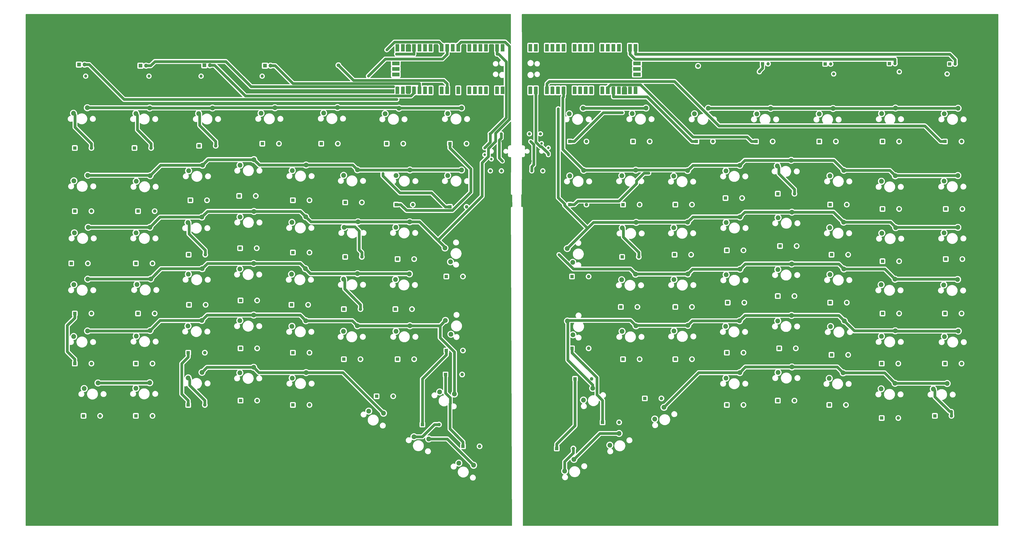
<source format=gbr>
%TF.GenerationSoftware,KiCad,Pcbnew,6.0.9-8da3e8f707~117~ubuntu20.04.1*%
%TF.CreationDate,2022-12-03T14:53:19+01:00*%
%TF.ProjectId,98keys-split-pcb,39386b65-7973-42d7-9370-6c69742d7063,rev?*%
%TF.SameCoordinates,Original*%
%TF.FileFunction,Copper,L1,Top*%
%TF.FilePolarity,Positive*%
%FSLAX46Y46*%
G04 Gerber Fmt 4.6, Leading zero omitted, Abs format (unit mm)*
G04 Created by KiCad (PCBNEW 6.0.9-8da3e8f707~117~ubuntu20.04.1) date 2022-12-03 14:53:19*
%MOMM*%
%LPD*%
G01*
G04 APERTURE LIST*
%TA.AperFunction,ComponentPad*%
%ADD10R,1.600000X1.600000*%
%TD*%
%TA.AperFunction,ComponentPad*%
%ADD11O,1.600000X1.600000*%
%TD*%
%TA.AperFunction,ComponentPad*%
%ADD12C,7.500000*%
%TD*%
%TA.AperFunction,ComponentPad*%
%ADD13C,2.200000*%
%TD*%
%TA.AperFunction,ComponentPad*%
%ADD14R,1.500000X1.500000*%
%TD*%
%TA.AperFunction,ComponentPad*%
%ADD15O,1.500000X1.500000*%
%TD*%
%TA.AperFunction,ComponentPad*%
%ADD16C,1.400000*%
%TD*%
%TA.AperFunction,ComponentPad*%
%ADD17O,1.400000X1.400000*%
%TD*%
%TA.AperFunction,ComponentPad*%
%ADD18C,1.700000*%
%TD*%
%TA.AperFunction,ComponentPad*%
%ADD19R,1.800000X1.800000*%
%TD*%
%TA.AperFunction,ComponentPad*%
%ADD20O,1.800000X1.800000*%
%TD*%
%TA.AperFunction,ComponentPad*%
%ADD21O,1.700000X1.700000*%
%TD*%
%TA.AperFunction,SMDPad,CuDef*%
%ADD22R,1.700000X3.500000*%
%TD*%
%TA.AperFunction,ComponentPad*%
%ADD23R,1.700000X1.700000*%
%TD*%
%TA.AperFunction,SMDPad,CuDef*%
%ADD24R,3.500000X1.700000*%
%TD*%
%TA.AperFunction,ComponentPad*%
%ADD25C,1.200000*%
%TD*%
%TA.AperFunction,ViaPad*%
%ADD26C,0.800000*%
%TD*%
%TA.AperFunction,Conductor*%
%ADD27C,1.250000*%
%TD*%
G04 APERTURE END LIST*
D10*
%TO.P,D23,1,K*%
%TO.N,COL4R*%
X431000000Y-181000000D03*
D11*
%TO.P,D23,2,A*%
%TO.N,Net-(D23-Pad2)*%
X438620000Y-181000000D03*
%TD*%
D10*
%TO.P,D91,1,K*%
%TO.N,COL2*%
X136000000Y-212000000D03*
D11*
%TO.P,D91,2,A*%
%TO.N,Net-(D91-Pad2)*%
X143620000Y-212000000D03*
%TD*%
D10*
%TO.P,D61,1,K*%
%TO.N,COL8*%
X267380000Y-216000000D03*
D11*
%TO.P,D61,2,A*%
%TO.N,Net-(D61-Pad2)*%
X275000000Y-216000000D03*
%TD*%
D12*
%TO.P,H15,1,1*%
%TO.N,GNDL*%
X302750000Y-32600000D03*
%TD*%
D10*
%TO.P,D90,1,K*%
%TO.N,COL3*%
X165000000Y-88000000D03*
D11*
%TO.P,D90,2,A*%
%TO.N,Net-(D90-Pad2)*%
X172620000Y-88000000D03*
%TD*%
D10*
%TO.P,D79,1,K*%
%TO.N,COL4*%
X183380000Y-111000000D03*
D11*
%TO.P,D79,2,A*%
%TO.N,Net-(D79-Pad2)*%
X191000000Y-111000000D03*
%TD*%
D13*
%TO.P,SW43,1*%
%TO.N,ROW3R*%
X333820000Y-135160000D03*
%TO.P,SW43,2*%
%TO.N,Net-(D43-Pad2)*%
X336360000Y-141510000D03*
%TD*%
%TO.P,SW89,1*%
%TO.N,ROW5*%
X142540000Y-172820000D03*
%TO.P,SW89,2*%
%TO.N,Net-(D95-Pad2)*%
X136190000Y-175360000D03*
%TD*%
%TO.P,SW3,1*%
%TO.N,ROW3R*%
X512920000Y-125460000D03*
%TO.P,SW3,2*%
%TO.N,Net-(D3-Pad2)*%
X506570000Y-128000000D03*
%TD*%
D10*
%TO.P,D44,1,K*%
%TO.N,COL8R*%
X350000000Y-215000000D03*
D11*
%TO.P,D44,2,A*%
%TO.N,Net-(D44-Pad2)*%
X357620000Y-215000000D03*
%TD*%
D10*
%TO.P,D47,1,K*%
%TO.N,Arrow-Right*%
X329000000Y-227000000D03*
D11*
%TO.P,D47,2,A*%
%TO.N,Net-(D47-Pad2)*%
X336620000Y-227000000D03*
%TD*%
D12*
%TO.P,H3,1,1*%
%TO.N,GNDR*%
X526300000Y-32600000D03*
%TD*%
D14*
%TO.P,D51,1,K*%
%TO.N,Net-(D51-Pad1)*%
X509180000Y-50440000D03*
D15*
%TO.P,D51,2,A*%
%TO.N,PWM1R*%
X511720000Y-50440000D03*
%TD*%
D13*
%TO.P,SW21,1*%
%TO.N,ROW3R*%
X436820000Y-118460000D03*
%TO.P,SW21,2*%
%TO.N,Net-(D21-Pad2)*%
X430470000Y-121000000D03*
%TD*%
%TO.P,SW28,1*%
%TO.N,ROW5R*%
X412820000Y-168360000D03*
%TO.P,SW28,2*%
%TO.N,Net-(D29-Pad2)*%
X406470000Y-170900000D03*
%TD*%
D10*
%TO.P,D26,1,K*%
%TO.N,COL5R*%
X407000000Y-136000000D03*
D11*
%TO.P,D26,2,A*%
%TO.N,Net-(D26-Pad2)*%
X414620000Y-136000000D03*
%TD*%
D10*
%TO.P,D95,1,K*%
%TO.N,COL2*%
X136000000Y-188000000D03*
D11*
%TO.P,D95,2,A*%
%TO.N,Net-(D95-Pad2)*%
X143620000Y-188000000D03*
%TD*%
D13*
%TO.P,SW80,1*%
%TO.N,ROW6*%
X166340000Y-192020000D03*
%TO.P,SW80,2*%
%TO.N,Net-(D86-Pad2)*%
X159990000Y-194560000D03*
%TD*%
D10*
%TO.P,D43,1,K*%
%TO.N,COL8R*%
X336000000Y-148000000D03*
D11*
%TO.P,D43,2,A*%
%TO.N,Net-(D43-Pad2)*%
X343620000Y-148000000D03*
%TD*%
D13*
%TO.P,SW5,1*%
%TO.N,ROW4R*%
X512820000Y-149360000D03*
%TO.P,SW5,2*%
%TO.N,Net-(D4-Pad2)*%
X506470000Y-151900000D03*
%TD*%
D16*
%TO.P,R10,1*%
%TO.N,GNDL*%
X136920000Y-56000000D03*
D17*
%TO.P,R10,2*%
%TO.N,Net-(D54-Pad1)*%
X142000000Y-56000000D03*
%TD*%
D13*
%TO.P,SW9,1*%
%TO.N,ROW3R*%
X484420000Y-125560000D03*
%TO.P,SW9,2*%
%TO.N,Net-(D9-Pad2)*%
X478070000Y-128100000D03*
%TD*%
D12*
%TO.P,H11,1,1*%
%TO.N,GNDL*%
X92100000Y-255900000D03*
%TD*%
D13*
%TO.P,SW35,1*%
%TO.N,ROW6R*%
X378179700Y-208090600D03*
%TO.P,SW35,2*%
%TO.N,Net-(D36-Pad2)*%
X373950439Y-213465305D03*
%TD*%
%TO.P,SW34,1*%
%TO.N,ROW5R*%
X389120000Y-170460000D03*
%TO.P,SW34,2*%
%TO.N,Net-(D35-Pad2)*%
X382770000Y-173000000D03*
%TD*%
D12*
%TO.P,H9,1,1*%
%TO.N,GNDL*%
X92200000Y-34100000D03*
%TD*%
D16*
%TO.P,R11,1*%
%TO.N,SCL I2C0*%
X298460000Y-82500000D03*
D17*
%TO.P,R11,2*%
%TO.N,VCCL*%
X303540000Y-82500000D03*
%TD*%
D13*
%TO.P,SW53,1*%
%TO.N,ROW3*%
X277740000Y-134920000D03*
%TO.P,SW53,2*%
%TO.N,Net-(D59-Pad2)*%
X280280000Y-141270000D03*
%TD*%
D10*
%TO.P,D93,1,K*%
%TO.N,COL2*%
X136000000Y-142000000D03*
D11*
%TO.P,D93,2,A*%
%TO.N,Net-(D93-Pad2)*%
X143620000Y-142000000D03*
%TD*%
D13*
%TO.P,SW11,1*%
%TO.N,ROW4R*%
X484120000Y-149260000D03*
%TO.P,SW11,2*%
%TO.N,Net-(D10-Pad2)*%
X477770000Y-151800000D03*
%TD*%
D16*
%TO.P,R8,1*%
%TO.N,GNDL*%
X171000000Y-56000000D03*
D17*
%TO.P,R8,2*%
%TO.N,Net-(D53-Pad1)*%
X165920000Y-56000000D03*
%TD*%
D10*
%TO.P,D88,1,K*%
%TO.N,COL3*%
X160190000Y-138000000D03*
D11*
%TO.P,D88,2,A*%
%TO.N,Net-(D88-Pad2)*%
X167810000Y-138000000D03*
%TD*%
D13*
%TO.P,SW7,1*%
%TO.N,ROW1R*%
X484320000Y-70660000D03*
%TO.P,SW7,2*%
%TO.N,Net-(D7-Pad2)*%
X477970000Y-73200000D03*
%TD*%
%TO.P,SW58,1*%
%TO.N,ROW3*%
X261540000Y-122920000D03*
%TO.P,SW58,2*%
%TO.N,Net-(D62-Pad2)*%
X255190000Y-125460000D03*
%TD*%
%TO.P,SW76,1*%
%TO.N,ROW3*%
X190140000Y-118120000D03*
%TO.P,SW76,2*%
%TO.N,Net-(D80-Pad2)*%
X183790000Y-120660000D03*
%TD*%
D12*
%TO.P,H8,1,1*%
%TO.N,GNDR*%
X422950000Y-257350000D03*
%TD*%
D10*
%TO.P,D35,1,K*%
%TO.N,COL6R*%
X383380000Y-186000000D03*
D11*
%TO.P,D35,2,A*%
%TO.N,Net-(D35-Pad2)*%
X391000000Y-186000000D03*
%TD*%
D10*
%TO.P,D83,1,K*%
%TO.N,COL4*%
X184000000Y-205000000D03*
D11*
%TO.P,D83,2,A*%
%TO.N,Net-(D83-Pad2)*%
X191620000Y-205000000D03*
%TD*%
D10*
%TO.P,D66,1,K*%
%TO.N,COL7*%
X280000000Y-87000000D03*
D11*
%TO.P,D66,2,A*%
%TO.N,Net-(D66-Pad2)*%
X287620000Y-87000000D03*
%TD*%
D13*
%TO.P,SW20,1*%
%TO.N,ROW2R*%
X436520000Y-94660000D03*
%TO.P,SW20,2*%
%TO.N,Net-(D20-Pad2)*%
X430170000Y-97200000D03*
%TD*%
D10*
%TO.P,D81,1,K*%
%TO.N,COL4*%
X184000000Y-159000000D03*
D11*
%TO.P,D81,2,A*%
%TO.N,Net-(D81-Pad2)*%
X191620000Y-159000000D03*
%TD*%
D13*
%TO.P,SW29,1*%
%TO.N,ROW4R*%
X413020000Y-144660000D03*
%TO.P,SW29,2*%
%TO.N,Net-(D28-Pad2)*%
X406670000Y-147200000D03*
%TD*%
%TO.P,SW17,1*%
%TO.N,ROW4R*%
X460620000Y-144560000D03*
%TO.P,SW17,2*%
%TO.N,Net-(D17-Pad2)*%
X454270000Y-147100000D03*
%TD*%
D10*
%TO.P,D86,1,K*%
%TO.N,COL3*%
X160000000Y-207000000D03*
D11*
%TO.P,D86,2,A*%
%TO.N,Net-(D86-Pad2)*%
X167620000Y-207000000D03*
%TD*%
D13*
%TO.P,SW74,1*%
%TO.N,ROW6*%
X190040000Y-189720000D03*
%TO.P,SW74,2*%
%TO.N,Net-(D83-Pad2)*%
X183690000Y-192260000D03*
%TD*%
D12*
%TO.P,H1,1,1*%
%TO.N,GNDR*%
X526300000Y-257350000D03*
%TD*%
D13*
%TO.P,SW66,1*%
%TO.N,ROW1*%
X256640000Y-70720000D03*
%TO.P,SW66,2*%
%TO.N,Net-(D72-Pad2)*%
X250290000Y-73260000D03*
%TD*%
D10*
%TO.P,D40,1,K*%
%TO.N,COL7R*%
X359000000Y-139000000D03*
D11*
%TO.P,D40,2,A*%
%TO.N,Net-(D40-Pad2)*%
X366620000Y-139000000D03*
%TD*%
D13*
%TO.P,SW85,1*%
%TO.N,ROW4*%
X142840000Y-149120000D03*
%TO.P,SW85,2*%
%TO.N,Net-(D94-Pad2)*%
X136490000Y-151660000D03*
%TD*%
D10*
%TO.P,D62,1,K*%
%TO.N,COL7*%
X256000000Y-140000000D03*
D11*
%TO.P,D62,2,A*%
%TO.N,Net-(D62-Pad2)*%
X263620000Y-140000000D03*
%TD*%
D13*
%TO.P,SW15,1*%
%TO.N,ROW3R*%
X460520000Y-123060000D03*
%TO.P,SW15,2*%
%TO.N,Net-(D15-Pad2)*%
X454170000Y-125600000D03*
%TD*%
D10*
%TO.P,D92,1,K*%
%TO.N,COL2*%
X137000000Y-118000000D03*
D11*
%TO.P,D92,2,A*%
%TO.N,Net-(D92-Pad2)*%
X144620000Y-118000000D03*
%TD*%
D10*
%TO.P,D82,1,K*%
%TO.N,COL4*%
X184000000Y-181000000D03*
D11*
%TO.P,D82,2,A*%
%TO.N,Net-(D82-Pad2)*%
X191620000Y-181000000D03*
%TD*%
D16*
%TO.P,R1,1*%
%TO.N,Net-(D48-Pad1)*%
X421920000Y-54000000D03*
D17*
%TO.P,R1,2*%
%TO.N,GNDR*%
X427000000Y-54000000D03*
%TD*%
D13*
%TO.P,SW6,1*%
%TO.N,ROW6R*%
X508020000Y-197160000D03*
%TO.P,SW6,2*%
%TO.N,Net-(D6-Pad2)*%
X501670000Y-199700000D03*
%TD*%
D10*
%TO.P,D56,1,K*%
%TO.N,Arrow-Left*%
X286000000Y-226000000D03*
D11*
%TO.P,D56,2,A*%
%TO.N,Net-(D56-Pad2)*%
X293620000Y-226000000D03*
%TD*%
D10*
%TO.P,D73,1,K*%
%TO.N,COL5*%
X208000000Y-113000000D03*
D11*
%TO.P,D73,2,A*%
%TO.N,Net-(D73-Pad2)*%
X215620000Y-113000000D03*
%TD*%
D13*
%TO.P,SW27,1*%
%TO.N,ROW3R*%
X413020000Y-120660000D03*
%TO.P,SW27,2*%
%TO.N,Net-(D26-Pad2)*%
X406670000Y-123200000D03*
%TD*%
D10*
%TO.P,D42,1,K*%
%TO.N,COL8R*%
X335000000Y-115000000D03*
D11*
%TO.P,D42,2,A*%
%TO.N,Net-(D42-Pad2)*%
X342620000Y-115000000D03*
%TD*%
D13*
%TO.P,SW88,1*%
%TO.N,ROW3*%
X142440000Y-125420000D03*
%TO.P,SW88,2*%
%TO.N,Net-(D93-Pad2)*%
X136090000Y-127960000D03*
%TD*%
%TO.P,SW62,1*%
%TO.N,ROW2*%
X237640000Y-99020000D03*
%TO.P,SW62,2*%
%TO.N,Net-(D68-Pad2)*%
X231290000Y-101560000D03*
%TD*%
%TO.P,SW87,1*%
%TO.N,ROW2*%
X142540000Y-101720000D03*
%TO.P,SW87,2*%
%TO.N,Net-(D92-Pad2)*%
X136190000Y-104260000D03*
%TD*%
D18*
%TO.P,SW48,1,1*%
%TO.N,Net-(U1-Pad30)*%
X393800000Y-51300000D03*
%TO.P,SW48,2,2*%
%TO.N,GNDR*%
X398880000Y-51300000D03*
%TD*%
D10*
%TO.P,D98,1,K*%
%TO.N,COL1*%
X108000000Y-165000000D03*
D11*
%TO.P,D98,2,A*%
%TO.N,Net-(D98-Pad2)*%
X115620000Y-165000000D03*
%TD*%
D13*
%TO.P,SW4,1*%
%TO.N,ROW5R*%
X513120000Y-173060000D03*
%TO.P,SW4,2*%
%TO.N,Net-(D5-Pad2)*%
X506770000Y-175600000D03*
%TD*%
%TO.P,SW93,1*%
%TO.N,ROW2*%
X113940000Y-101520000D03*
%TO.P,SW93,2*%
%TO.N,Net-(D100-Pad2)*%
X107590000Y-104060000D03*
%TD*%
D10*
%TO.P,D10,1,K*%
%TO.N,COL2R*%
X478380000Y-165000000D03*
D11*
%TO.P,D10,2,A*%
%TO.N,Net-(D10-Pad2)*%
X486000000Y-165000000D03*
%TD*%
D13*
%TO.P,SW90,1*%
%TO.N,ROW1*%
X142340000Y-70620000D03*
%TO.P,SW90,2*%
%TO.N,Net-(D96-Pad2)*%
X135990000Y-73160000D03*
%TD*%
D10*
%TO.P,D70,1,K*%
%TO.N,COL6*%
X231380000Y-163000000D03*
D11*
%TO.P,D70,2,A*%
%TO.N,Net-(D70-Pad2)*%
X239000000Y-163000000D03*
%TD*%
D10*
%TO.P,D39,1,K*%
%TO.N,COL7R*%
X359380000Y-186000000D03*
D11*
%TO.P,D39,2,A*%
%TO.N,Net-(D39-Pad2)*%
X367000000Y-186000000D03*
%TD*%
D13*
%TO.P,SW39,1*%
%TO.N,ROW3R*%
X365420000Y-123160000D03*
%TO.P,SW39,2*%
%TO.N,Net-(D40-Pad2)*%
X359070000Y-125700000D03*
%TD*%
D10*
%TO.P,D69,1,K*%
%TO.N,COL6*%
X232000000Y-139000000D03*
D11*
%TO.P,D69,2,A*%
%TO.N,Net-(D69-Pad2)*%
X239620000Y-139000000D03*
%TD*%
D10*
%TO.P,D100,1,K*%
%TO.N,COL1*%
X108000000Y-118000000D03*
D11*
%TO.P,D100,2,A*%
%TO.N,Net-(D100-Pad2)*%
X115620000Y-118000000D03*
%TD*%
D10*
%TO.P,D99,1,K*%
%TO.N,COL1*%
X108000000Y-188000000D03*
D11*
%TO.P,D99,2,A*%
%TO.N,Net-(D99-Pad2)*%
X115620000Y-188000000D03*
%TD*%
D16*
%TO.P,R4,1*%
%TO.N,Net-(D50-Pad1)*%
X486080000Y-54000000D03*
D17*
%TO.P,R4,2*%
%TO.N,GNDR*%
X481000000Y-54000000D03*
%TD*%
D10*
%TO.P,D80,1,K*%
%TO.N,COL4*%
X183810000Y-135000000D03*
D11*
%TO.P,D80,2,A*%
%TO.N,Net-(D80-Pad2)*%
X191430000Y-135000000D03*
%TD*%
D13*
%TO.P,SW31,1*%
%TO.N,ROW1R*%
X369920000Y-70660000D03*
%TO.P,SW31,2*%
%TO.N,Net-(D31-Pad2)*%
X363570000Y-73200000D03*
%TD*%
D10*
%TO.P,D2,1,K*%
%TO.N,COL1R*%
X507380000Y-117000000D03*
D11*
%TO.P,D2,2,A*%
%TO.N,Net-(D2-Pad2)*%
X515000000Y-117000000D03*
%TD*%
D13*
%TO.P,SW81,1*%
%TO.N,ROW2*%
X166540000Y-96920000D03*
%TO.P,SW81,2*%
%TO.N,Net-(D87-Pad2)*%
X160190000Y-99460000D03*
%TD*%
D12*
%TO.P,H5,1,1*%
%TO.N,GNDR*%
X318450000Y-32650000D03*
%TD*%
D10*
%TO.P,D41,1,K*%
%TO.N,COL7R*%
X358380000Y-162000000D03*
D11*
%TO.P,D41,2,A*%
%TO.N,Net-(D41-Pad2)*%
X366000000Y-162000000D03*
%TD*%
D10*
%TO.P,D34,1,K*%
%TO.N,COL6R*%
X383380000Y-162000000D03*
D11*
%TO.P,D34,2,A*%
%TO.N,Net-(D34-Pad2)*%
X391000000Y-162000000D03*
%TD*%
D10*
%TO.P,D24,1,K*%
%TO.N,COL4R*%
X430380000Y-205000000D03*
D11*
%TO.P,D24,2,A*%
%TO.N,Net-(D24-Pad2)*%
X438000000Y-205000000D03*
%TD*%
D13*
%TO.P,SW54,1*%
%TO.N,ROW5*%
X277960000Y-168180000D03*
%TO.P,SW54,2*%
%TO.N,Net-(D58-Pad2)*%
X280500000Y-174530000D03*
%TD*%
D10*
%TO.P,D58,1,K*%
%TO.N,COL8*%
X278380000Y-182000000D03*
D11*
%TO.P,D58,2,A*%
%TO.N,Net-(D58-Pad2)*%
X286000000Y-182000000D03*
%TD*%
D10*
%TO.P,D16,1,K*%
%TO.N,COL3R*%
X455000000Y-184000000D03*
D11*
%TO.P,D16,2,A*%
%TO.N,Net-(D16-Pad2)*%
X462620000Y-184000000D03*
%TD*%
D13*
%TO.P,SW19,1*%
%TO.N,ROW1R*%
X427060000Y-70780000D03*
%TO.P,SW19,2*%
%TO.N,Net-(D19-Pad2)*%
X420710000Y-73320000D03*
%TD*%
D10*
%TO.P,D27,1,K*%
%TO.N,COL5R*%
X406380000Y-112000000D03*
D11*
%TO.P,D27,2,A*%
%TO.N,Net-(D27-Pad2)*%
X414000000Y-112000000D03*
%TD*%
D16*
%TO.P,R12,1*%
%TO.N,GNDL*%
X107920000Y-56000000D03*
D17*
%TO.P,R12,2*%
%TO.N,Net-(D55-Pad1)*%
X113000000Y-56000000D03*
%TD*%
D13*
%TO.P,SW47,1*%
%TO.N,ROW6R*%
X336879700Y-231990600D03*
%TO.P,SW47,2*%
%TO.N,Net-(D47-Pad2)*%
X332650439Y-237365305D03*
%TD*%
D14*
%TO.P,D49,1,K*%
%TO.N,Net-(D49-Pad1)*%
X452064700Y-50440000D03*
D15*
%TO.P,D49,2,A*%
%TO.N,PWM3R*%
X454604700Y-50440000D03*
%TD*%
D13*
%TO.P,SW18,1*%
%TO.N,ROW6R*%
X460320000Y-192260000D03*
%TO.P,SW18,2*%
%TO.N,Net-(D18-Pad2)*%
X453970000Y-194800000D03*
%TD*%
D10*
%TO.P,D14,1,K*%
%TO.N,COL3R*%
X454380000Y-115000000D03*
D11*
%TO.P,D14,2,A*%
%TO.N,Net-(D14-Pad2)*%
X462000000Y-115000000D03*
%TD*%
D13*
%TO.P,SW96,1*%
%TO.N,ROW1*%
X113740000Y-70520000D03*
%TO.P,SW96,2*%
%TO.N,Net-(D102-Pad2)*%
X107390000Y-73060000D03*
%TD*%
D12*
%TO.P,H4,1,1*%
%TO.N,GNDR*%
X423000000Y-32650000D03*
%TD*%
D13*
%TO.P,SW67,1*%
%TO.N,ROW4*%
X213740000Y-144420000D03*
%TO.P,SW67,2*%
%TO.N,Net-(D74-Pad2)*%
X207390000Y-146960000D03*
%TD*%
%TO.P,SW41,1*%
%TO.N,ROW4R*%
X365120000Y-146960000D03*
%TO.P,SW41,2*%
%TO.N,Net-(D41-Pad2)*%
X358770000Y-149500000D03*
%TD*%
D10*
%TO.P,D4,1,K*%
%TO.N,COL1R*%
X507000000Y-165000000D03*
D11*
%TO.P,D4,2,A*%
%TO.N,Net-(D4-Pad2)*%
X514620000Y-165000000D03*
%TD*%
D13*
%TO.P,SW46,1*%
%TO.N,ROW5R*%
X345479700Y-199360000D03*
%TO.P,SW46,2*%
%TO.N,Net-(D46-Pad2)*%
X341250439Y-204734705D03*
%TD*%
%TO.P,SW16,1*%
%TO.N,ROW5R*%
X460920000Y-168460000D03*
%TO.P,SW16,2*%
%TO.N,Net-(D16-Pad2)*%
X454570000Y-171000000D03*
%TD*%
D10*
%TO.P,D63,1,K*%
%TO.N,COL7*%
X255000000Y-163000000D03*
D11*
%TO.P,D63,2,A*%
%TO.N,Net-(D63-Pad2)*%
X262620000Y-163000000D03*
%TD*%
D10*
%TO.P,D33,1,K*%
%TO.N,COL6R*%
X383000000Y-138000000D03*
D11*
%TO.P,D33,2,A*%
%TO.N,Net-(D33-Pad2)*%
X390620000Y-138000000D03*
%TD*%
D13*
%TO.P,SW22,1*%
%TO.N,ROW5R*%
X436680000Y-165880000D03*
%TO.P,SW22,2*%
%TO.N,Net-(D23-Pad2)*%
X430330000Y-168420000D03*
%TD*%
%TO.P,SW26,1*%
%TO.N,ROW2R*%
X412920000Y-96960000D03*
%TO.P,SW26,2*%
%TO.N,Net-(D27-Pad2)*%
X406570000Y-99500000D03*
%TD*%
D10*
%TO.P,D25,1,K*%
%TO.N,COL5R*%
X393000000Y-86000000D03*
D11*
%TO.P,D25,2,A*%
%TO.N,Net-(D25-Pad2)*%
X400620000Y-86000000D03*
%TD*%
D19*
%TO.P,D54,1,K*%
%TO.N,Net-(D54-Pad1)*%
X138100000Y-51200000D03*
D20*
%TO.P,D54,2,A*%
%TO.N,PWM2*%
X140640000Y-51200000D03*
%TD*%
D13*
%TO.P,SW12,1*%
%TO.N,ROW6R*%
X484120000Y-197060000D03*
%TO.P,SW12,2*%
%TO.N,Net-(D12-Pad2)*%
X477770000Y-199600000D03*
%TD*%
%TO.P,SW84,1*%
%TO.N,ROW1*%
X171140000Y-70620000D03*
%TO.P,SW84,2*%
%TO.N,Net-(D90-Pad2)*%
X164790000Y-73160000D03*
%TD*%
D10*
%TO.P,D5,1,K*%
%TO.N,COL1R*%
X507000000Y-188000000D03*
D11*
%TO.P,D5,2,A*%
%TO.N,Net-(D5-Pad2)*%
X514620000Y-188000000D03*
%TD*%
D10*
%TO.P,D78,1,K*%
%TO.N,COL5*%
X221000000Y-87000000D03*
D11*
%TO.P,D78,2,A*%
%TO.N,Net-(D78-Pad2)*%
X228620000Y-87000000D03*
%TD*%
D10*
%TO.P,D96,1,K*%
%TO.N,COL2*%
X135380000Y-89000000D03*
D11*
%TO.P,D96,2,A*%
%TO.N,Net-(D96-Pad2)*%
X143000000Y-89000000D03*
%TD*%
D13*
%TO.P,SW60,1*%
%TO.N,ROW1*%
X285340000Y-70620000D03*
%TO.P,SW60,2*%
%TO.N,Net-(D66-Pad2)*%
X278990000Y-73160000D03*
%TD*%
%TO.P,SW56,1*%
%TO.N,ROW4*%
X261440000Y-146820000D03*
%TO.P,SW56,2*%
%TO.N,Net-(D63-Pad2)*%
X255090000Y-149360000D03*
%TD*%
D16*
%TO.P,R6,1*%
%TO.N,Net-(D51-Pad1)*%
X508000000Y-55000000D03*
D17*
%TO.P,R6,2*%
%TO.N,GNDR*%
X513080000Y-55000000D03*
%TD*%
D10*
%TO.P,D65,1,K*%
%TO.N,COL7*%
X256000000Y-186000000D03*
D11*
%TO.P,D65,2,A*%
%TO.N,Net-(D65-Pad2)*%
X263620000Y-186000000D03*
%TD*%
D10*
%TO.P,D77,1,K*%
%TO.N,COL5*%
X208000000Y-137000000D03*
D11*
%TO.P,D77,2,A*%
%TO.N,Net-(D77-Pad2)*%
X215620000Y-137000000D03*
%TD*%
D13*
%TO.P,SW36,1*%
%TO.N,ROW4R*%
X389120000Y-146860000D03*
%TO.P,SW36,2*%
%TO.N,Net-(D34-Pad2)*%
X382770000Y-149400000D03*
%TD*%
D16*
%TO.P,R3,1*%
%TO.N,sclR*%
X322620000Y-99500000D03*
D17*
%TO.P,R3,2*%
%TO.N,VCCR*%
X317540000Y-99500000D03*
%TD*%
D12*
%TO.P,H16,1,1*%
%TO.N,GNDL*%
X301300000Y-255700000D03*
%TD*%
%TO.P,H13,1,1*%
%TO.N,GNDL*%
X300900000Y-145900000D03*
%TD*%
D10*
%TO.P,D3,1,K*%
%TO.N,COL1R*%
X507380000Y-140000000D03*
D11*
%TO.P,D3,2,A*%
%TO.N,Net-(D3-Pad2)*%
X515000000Y-140000000D03*
%TD*%
D10*
%TO.P,D72,1,K*%
%TO.N,COL6*%
X251000000Y-87000000D03*
D11*
%TO.P,D72,2,A*%
%TO.N,Net-(D72-Pad2)*%
X258620000Y-87000000D03*
%TD*%
D12*
%TO.P,H12,1,1*%
%TO.N,GNDL*%
X92100000Y-146100000D03*
%TD*%
D10*
%TO.P,D18,1,K*%
%TO.N,COL3R*%
X454000000Y-207000000D03*
D11*
%TO.P,D18,2,A*%
%TO.N,Net-(D18-Pad2)*%
X461620000Y-207000000D03*
%TD*%
D10*
%TO.P,D28,1,K*%
%TO.N,COL5R*%
X407380000Y-160000000D03*
D11*
%TO.P,D28,2,A*%
%TO.N,Net-(D28-Pad2)*%
X415000000Y-160000000D03*
%TD*%
D12*
%TO.P,H2,1,1*%
%TO.N,GNDR*%
X526250000Y-145950000D03*
%TD*%
D10*
%TO.P,D71,1,K*%
%TO.N,COL6*%
X231380000Y-186000000D03*
D11*
%TO.P,D71,2,A*%
%TO.N,Net-(D71-Pad2)*%
X239000000Y-186000000D03*
%TD*%
D13*
%TO.P,SW1,1*%
%TO.N,ROW1R*%
X513020000Y-70760000D03*
%TO.P,SW1,2*%
%TO.N,Net-(D1-Pad2)*%
X506670000Y-73300000D03*
%TD*%
D10*
%TO.P,D8,1,K*%
%TO.N,COL2R*%
X478380000Y-117000000D03*
D11*
%TO.P,D8,2,A*%
%TO.N,Net-(D8-Pad2)*%
X486000000Y-117000000D03*
%TD*%
D13*
%TO.P,SW73,1*%
%TO.N,ROW4*%
X190040000Y-142020000D03*
%TO.P,SW73,2*%
%TO.N,Net-(D81-Pad2)*%
X183690000Y-144560000D03*
%TD*%
D10*
%TO.P,D1,1,K*%
%TO.N,COL1R*%
X507000000Y-86000000D03*
D11*
%TO.P,D1,2,A*%
%TO.N,Net-(D1-Pad2)*%
X514620000Y-86000000D03*
%TD*%
D10*
%TO.P,D22,1,K*%
%TO.N,COL4R*%
X430380000Y-157000000D03*
D11*
%TO.P,D22,2,A*%
%TO.N,Net-(D22-Pad2)*%
X438000000Y-157000000D03*
%TD*%
D10*
%TO.P,D46,1,K*%
%TO.N,Arrow-Right*%
X337380000Y-195000000D03*
D11*
%TO.P,D46,2,A*%
%TO.N,Net-(D46-Pad2)*%
X345000000Y-195000000D03*
%TD*%
D14*
%TO.P,D48,1,K*%
%TO.N,Net-(D48-Pad1)*%
X423364700Y-50340000D03*
D15*
%TO.P,D48,2,A*%
%TO.N,PWM4R*%
X425904700Y-50340000D03*
%TD*%
D13*
%TO.P,SW51,1*%
%TO.N,ROW5*%
X282079700Y-201990600D03*
%TO.P,SW51,2*%
%TO.N,Net-(D57-Pad2)*%
X275310439Y-201015305D03*
%TD*%
%TO.P,SW71,1*%
%TO.N,ROW5*%
X213940000Y-168320000D03*
%TO.P,SW71,2*%
%TO.N,Net-(D75-Pad2)*%
X207590000Y-170860000D03*
%TD*%
%TO.P,SW91,1*%
%TO.N,ROW4*%
X113940000Y-149220000D03*
%TO.P,SW91,2*%
%TO.N,Net-(D98-Pad2)*%
X107590000Y-151760000D03*
%TD*%
%TO.P,SW69,1*%
%TO.N,ROW2*%
X214040000Y-96820000D03*
%TO.P,SW69,2*%
%TO.N,Net-(D73-Pad2)*%
X207690000Y-99360000D03*
%TD*%
%TO.P,SW86,1*%
%TO.N,ROW6*%
X142340000Y-196820000D03*
%TO.P,SW86,2*%
%TO.N,Net-(D91-Pad2)*%
X135990000Y-199360000D03*
%TD*%
D12*
%TO.P,H7,1,1*%
%TO.N,GNDR*%
X320300000Y-255900000D03*
%TD*%
D10*
%TO.P,D11,1,K*%
%TO.N,COL2R*%
X478000000Y-188000000D03*
D11*
%TO.P,D11,2,A*%
%TO.N,Net-(D11-Pad2)*%
X485620000Y-188000000D03*
%TD*%
D10*
%TO.P,D89,1,K*%
%TO.N,COL3*%
X160000000Y-183000000D03*
D11*
%TO.P,D89,2,A*%
%TO.N,Net-(D89-Pad2)*%
X167620000Y-183000000D03*
%TD*%
D13*
%TO.P,SW32,1*%
%TO.N,ROW2R*%
X389020000Y-99360000D03*
%TO.P,SW32,2*%
%TO.N,Net-(D32-Pad2)*%
X382670000Y-101900000D03*
%TD*%
D19*
%TO.P,D55,1,K*%
%TO.N,Net-(D55-Pad1)*%
X109900000Y-50700000D03*
D20*
%TO.P,D55,2,A*%
%TO.N,PWM1*%
X112440000Y-50700000D03*
%TD*%
D16*
%TO.P,R2,1*%
%TO.N,Net-(D49-Pad1)*%
X456000000Y-55000000D03*
D17*
%TO.P,R2,2*%
%TO.N,GNDR*%
X450920000Y-55000000D03*
%TD*%
D10*
%TO.P,D67,1,K*%
%TO.N,COL6*%
X246380000Y-203000000D03*
D11*
%TO.P,D67,2,A*%
%TO.N,Net-(D67-Pad2)*%
X254000000Y-203000000D03*
%TD*%
D16*
%TO.P,R7,1*%
%TO.N,GNDL*%
X199000000Y-56000000D03*
D17*
%TO.P,R7,2*%
%TO.N,Net-(D52-Pad1)*%
X193920000Y-56000000D03*
%TD*%
D10*
%TO.P,D21,1,K*%
%TO.N,COL4R*%
X431380000Y-134000000D03*
D11*
%TO.P,D21,2,A*%
%TO.N,Net-(D21-Pad2)*%
X439000000Y-134000000D03*
%TD*%
D16*
%TO.P,R9,1*%
%TO.N,SDA I2C0*%
X298540000Y-99500000D03*
D17*
%TO.P,R9,2*%
%TO.N,VCCL*%
X303620000Y-99500000D03*
%TD*%
D13*
%TO.P,SW2,1*%
%TO.N,ROW2R*%
X512920000Y-101660000D03*
%TO.P,SW2,2*%
%TO.N,Net-(D2-Pad2)*%
X506570000Y-104200000D03*
%TD*%
%TO.P,SW10,1*%
%TO.N,ROW5R*%
X484220000Y-172960000D03*
%TO.P,SW10,2*%
%TO.N,Net-(D11-Pad2)*%
X477870000Y-175500000D03*
%TD*%
D10*
%TO.P,D97,1,K*%
%TO.N,COL1*%
X112000000Y-212000000D03*
D11*
%TO.P,D97,2,A*%
%TO.N,Net-(D97-Pad2)*%
X119620000Y-212000000D03*
%TD*%
D13*
%TO.P,SW77,1*%
%TO.N,ROW5*%
X190040000Y-165720000D03*
%TO.P,SW77,2*%
%TO.N,Net-(D82-Pad2)*%
X183690000Y-168260000D03*
%TD*%
%TO.P,SW95,1*%
%TO.N,ROW5*%
X113840000Y-173020000D03*
%TO.P,SW95,2*%
%TO.N,Net-(D99-Pad2)*%
X107490000Y-175560000D03*
%TD*%
D16*
%TO.P,R5,1*%
%TO.N,sdaR*%
X321540000Y-82500000D03*
D17*
%TO.P,R5,2*%
%TO.N,VCCR*%
X316460000Y-82500000D03*
%TD*%
D13*
%TO.P,SW45,1*%
%TO.N,ROW6R*%
X357579700Y-220090600D03*
%TO.P,SW45,2*%
%TO.N,Net-(D44-Pad2)*%
X353350439Y-225465305D03*
%TD*%
%TO.P,SW30,1*%
%TO.N,ROW6R*%
X412920000Y-192160000D03*
%TO.P,SW30,2*%
%TO.N,Net-(D30-Pad2)*%
X406570000Y-194700000D03*
%TD*%
D21*
%TO.P,U2,1,GPIO0*%
%TO.N,SDA I2C0*%
X304130000Y-43835000D03*
D22*
X304130000Y-42935000D03*
%TO.P,U2,2,GPIO1*%
%TO.N,SCL I2C0*%
X301590000Y-42935000D03*
D21*
X301590000Y-43835000D03*
D22*
%TO.P,U2,3,GND*%
%TO.N,GNDL*%
X299050000Y-42935000D03*
D23*
X299050000Y-43835000D03*
D21*
%TO.P,U2,4,GPIO2*%
%TO.N,COL1*%
X296510000Y-43835000D03*
D22*
X296510000Y-42935000D03*
D21*
%TO.P,U2,5,GPIO3*%
%TO.N,COL2*%
X293970000Y-43835000D03*
D22*
X293970000Y-42935000D03*
D21*
%TO.P,U2,6,GPIO4*%
%TO.N,ROW1*%
X291430000Y-43835000D03*
D22*
X291430000Y-42935000D03*
D21*
%TO.P,U2,7,GPIO5*%
%TO.N,ROW2*%
X288890000Y-43835000D03*
D22*
X288890000Y-42935000D03*
D23*
%TO.P,U2,8,GND*%
%TO.N,GNDL*%
X286350000Y-43835000D03*
D22*
X286350000Y-42935000D03*
%TO.P,U2,9,GPIO6*%
%TO.N,ROW3*%
X283810000Y-42935000D03*
D21*
X283810000Y-43835000D03*
%TO.P,U2,10,GPIO7*%
%TO.N,ROW4*%
X281270000Y-43835000D03*
D22*
X281270000Y-42935000D03*
%TO.P,U2,11,GPIO8*%
%TO.N,ROW5*%
X278730000Y-42935000D03*
D21*
X278730000Y-43835000D03*
D22*
%TO.P,U2,12,GPIO9*%
%TO.N,ROW6*%
X276190000Y-42935000D03*
D21*
X276190000Y-43835000D03*
D22*
%TO.P,U2,13,GND*%
%TO.N,GNDL*%
X273650000Y-42935000D03*
D23*
X273650000Y-43835000D03*
D22*
%TO.P,U2,14,GPIO10*%
%TO.N,COL3*%
X271110000Y-42935000D03*
D21*
X271110000Y-43835000D03*
D22*
%TO.P,U2,15,GPIO11*%
%TO.N,COL4*%
X268570000Y-42935000D03*
D21*
X268570000Y-43835000D03*
D22*
%TO.P,U2,16,GPIO12*%
%TO.N,COL5*%
X266030000Y-42935000D03*
D21*
X266030000Y-43835000D03*
D22*
%TO.P,U2,17,GPIO13*%
%TO.N,COL6*%
X263490000Y-42935000D03*
D21*
X263490000Y-43835000D03*
D22*
%TO.P,U2,18,GND*%
%TO.N,GNDL*%
X260950000Y-42935000D03*
D23*
X260950000Y-43835000D03*
D21*
%TO.P,U2,19,GPIO14*%
%TO.N,COL7*%
X258410000Y-43835000D03*
D22*
X258410000Y-42935000D03*
D21*
%TO.P,U2,20,GPIO15*%
%TO.N,COL8*%
X255870000Y-43835000D03*
D22*
X255870000Y-42935000D03*
%TO.P,U2,21,GPIO16*%
%TO.N,PWM1*%
X255870000Y-62515000D03*
D21*
X255870000Y-61615000D03*
D22*
%TO.P,U2,22,GPIO17*%
%TO.N,PWM2*%
X258410000Y-62515000D03*
D21*
X258410000Y-61615000D03*
D23*
%TO.P,U2,23,GND*%
%TO.N,GNDL*%
X260950000Y-61615000D03*
D22*
X260950000Y-62515000D03*
%TO.P,U2,24,GPIO18*%
%TO.N,PWM3*%
X263490000Y-62515000D03*
D21*
X263490000Y-61615000D03*
D22*
%TO.P,U2,25,GPIO19*%
%TO.N,PWM4*%
X266030000Y-62515000D03*
D21*
X266030000Y-61615000D03*
%TO.P,U2,26,GPIO20*%
%TO.N,Arrow-Left*%
X268570000Y-61615000D03*
D22*
X268570000Y-62515000D03*
D21*
%TO.P,U2,27,GPIO21*%
%TO.N,unconnected-(U2-Pad27)*%
X271110000Y-61615000D03*
D22*
X271110000Y-62515000D03*
%TO.P,U2,28,GND*%
%TO.N,GNDL*%
X273650000Y-62515000D03*
D23*
X273650000Y-61615000D03*
D21*
%TO.P,U2,29,GPIO22*%
%TO.N,unconnected-(U2-Pad29)*%
X276190000Y-61615000D03*
D22*
X276190000Y-62515000D03*
D21*
%TO.P,U2,30,RUN*%
%TO.N,Net-(SW49-Pad1)*%
X278730000Y-61615000D03*
D22*
X278730000Y-62515000D03*
%TO.P,U2,31,GPIO26_ADC0*%
%TO.N,GNDL*%
X281270000Y-62515000D03*
D21*
X281270000Y-61615000D03*
%TO.P,U2,32,GPIO27_ADC1*%
%TO.N,unconnected-(U2-Pad32)*%
X283810000Y-61615000D03*
D22*
X283810000Y-62515000D03*
D23*
%TO.P,U2,33,AGND*%
%TO.N,GNDL*%
X286350000Y-61615000D03*
D22*
X286350000Y-62515000D03*
%TO.P,U2,34,GPIO28_ADC2*%
%TO.N,unconnected-(U2-Pad34)*%
X288890000Y-62515000D03*
D21*
X288890000Y-61615000D03*
D22*
%TO.P,U2,35,ADC_VREF*%
%TO.N,unconnected-(U2-Pad35)*%
X291430000Y-62515000D03*
D21*
X291430000Y-61615000D03*
D22*
%TO.P,U2,36,3V3*%
%TO.N,unconnected-(U2-Pad36)*%
X293970000Y-62515000D03*
D21*
X293970000Y-61615000D03*
%TO.P,U2,37,3V3_EN*%
%TO.N,unconnected-(U2-Pad37)*%
X296510000Y-61615000D03*
D22*
X296510000Y-62515000D03*
D23*
%TO.P,U2,38,GND*%
%TO.N,GNDL*%
X299050000Y-61615000D03*
D22*
X299050000Y-62515000D03*
%TO.P,U2,39,VSYS*%
%TO.N,unconnected-(U2-Pad39)*%
X301590000Y-62515000D03*
D21*
X301590000Y-61615000D03*
%TO.P,U2,40,VBUS*%
%TO.N,VCCL*%
X304130000Y-61615000D03*
D22*
X304130000Y-62515000D03*
D24*
%TO.P,U2,41,SWCLK*%
%TO.N,unconnected-(U2-Pad41)*%
X255200000Y-50185000D03*
D21*
X256100000Y-50185000D03*
D23*
%TO.P,U2,42,GND*%
%TO.N,unconnected-(U2-Pad42)*%
X256100000Y-52725000D03*
D24*
X255200000Y-52725000D03*
%TO.P,U2,43,SWDIO*%
%TO.N,unconnected-(U2-Pad43)*%
X255200000Y-55265000D03*
D21*
X256100000Y-55265000D03*
%TD*%
D13*
%TO.P,SW55,1*%
%TO.N,ROW6*%
X270279700Y-222590600D03*
%TO.P,SW55,2*%
%TO.N,Net-(D61-Pad2)*%
X263510439Y-221615305D03*
%TD*%
D10*
%TO.P,D75,1,K*%
%TO.N,COL5*%
X208000000Y-183000000D03*
D11*
%TO.P,D75,2,A*%
%TO.N,Net-(D75-Pad2)*%
X215620000Y-183000000D03*
%TD*%
D13*
%TO.P,SW78,1*%
%TO.N,ROW1*%
X199740000Y-70520000D03*
%TO.P,SW78,2*%
%TO.N,Net-(D84-Pad2)*%
X193390000Y-73060000D03*
%TD*%
%TO.P,SW70,1*%
%TO.N,ROW3*%
X213940000Y-120620000D03*
%TO.P,SW70,2*%
%TO.N,Net-(D77-Pad2)*%
X207590000Y-123160000D03*
%TD*%
D22*
%TO.P,U1,1,GPIO0*%
%TO.N,sdaR*%
X316870000Y-62515000D03*
D21*
X316870000Y-61615000D03*
%TO.P,U1,2,GPIO1*%
%TO.N,sclR*%
X319410000Y-61615000D03*
D22*
X319410000Y-62515000D03*
%TO.P,U1,3,GND*%
%TO.N,GNDR*%
X321950000Y-62515000D03*
D23*
X321950000Y-61615000D03*
D21*
%TO.P,U1,4,GPIO2*%
%TO.N,COL1R*%
X324490000Y-61615000D03*
D22*
X324490000Y-62515000D03*
%TO.P,U1,5,GPIO3*%
%TO.N,COL2R*%
X327030000Y-62515000D03*
D21*
X327030000Y-61615000D03*
%TO.P,U1,6,GPIO4*%
%TO.N,ROW1R*%
X329570000Y-61615000D03*
D22*
X329570000Y-62515000D03*
D21*
%TO.P,U1,7,GPIO5*%
%TO.N,ROW2R*%
X332110000Y-61615000D03*
D22*
X332110000Y-62515000D03*
D23*
%TO.P,U1,8,GND*%
%TO.N,GNDR*%
X334650000Y-61615000D03*
D22*
X334650000Y-62515000D03*
D21*
%TO.P,U1,9,GPIO6*%
%TO.N,ROW3R*%
X337190000Y-61615000D03*
D22*
X337190000Y-62515000D03*
D21*
%TO.P,U1,10,GPIO7*%
%TO.N,ROW4R*%
X339730000Y-61615000D03*
D22*
X339730000Y-62515000D03*
%TO.P,U1,11,GPIO8*%
%TO.N,ROW5R*%
X342270000Y-62515000D03*
D21*
X342270000Y-61615000D03*
D22*
%TO.P,U1,12,GPIO9*%
%TO.N,ROW6R*%
X344810000Y-62515000D03*
D21*
X344810000Y-61615000D03*
D22*
%TO.P,U1,13,GND*%
%TO.N,GNDR*%
X347350000Y-62515000D03*
D23*
X347350000Y-61615000D03*
D21*
%TO.P,U1,14,GPIO10*%
%TO.N,COL3R*%
X349890000Y-61615000D03*
D22*
X349890000Y-62515000D03*
D21*
%TO.P,U1,15,GPIO11*%
%TO.N,COL4R*%
X352430000Y-61615000D03*
D22*
X352430000Y-62515000D03*
D21*
%TO.P,U1,16,GPIO12*%
%TO.N,COL5R*%
X354970000Y-61615000D03*
D22*
X354970000Y-62515000D03*
D21*
%TO.P,U1,17,GPIO13*%
%TO.N,COL6R*%
X357510000Y-61615000D03*
D22*
X357510000Y-62515000D03*
%TO.P,U1,18,GND*%
%TO.N,GNDR*%
X360050000Y-62515000D03*
D23*
X360050000Y-61615000D03*
D21*
%TO.P,U1,19,GPIO14*%
%TO.N,COL7R*%
X362590000Y-61615000D03*
D22*
X362590000Y-62515000D03*
%TO.P,U1,20,GPIO15*%
%TO.N,COL8R*%
X365130000Y-62515000D03*
D21*
X365130000Y-61615000D03*
%TO.P,U1,21,GPIO16*%
%TO.N,PWM1R*%
X365130000Y-43835000D03*
D22*
X365130000Y-42935000D03*
D21*
%TO.P,U1,22,GPIO17*%
%TO.N,PWM2R*%
X362590000Y-43835000D03*
D22*
X362590000Y-42935000D03*
D23*
%TO.P,U1,23,GND*%
%TO.N,GNDR*%
X360050000Y-43835000D03*
D22*
X360050000Y-42935000D03*
D21*
%TO.P,U1,24,GPIO18*%
%TO.N,PWM3R*%
X357510000Y-43835000D03*
D22*
X357510000Y-42935000D03*
%TO.P,U1,25,GPIO19*%
%TO.N,PWM4R*%
X354970000Y-42935000D03*
D21*
X354970000Y-43835000D03*
D22*
%TO.P,U1,26,GPIO20*%
%TO.N,Arrow-Right*%
X352430000Y-42935000D03*
D21*
X352430000Y-43835000D03*
D22*
%TO.P,U1,27,GPIO21*%
%TO.N,unconnected-(U1-Pad27)*%
X349890000Y-42935000D03*
D21*
X349890000Y-43835000D03*
D22*
%TO.P,U1,28,GND*%
%TO.N,GNDR*%
X347350000Y-42935000D03*
D23*
X347350000Y-43835000D03*
D22*
%TO.P,U1,29,GPIO22*%
%TO.N,unconnected-(U1-Pad29)*%
X344810000Y-42935000D03*
D21*
X344810000Y-43835000D03*
D22*
%TO.P,U1,30,RUN*%
%TO.N,Net-(U1-Pad30)*%
X342270000Y-42935000D03*
D21*
X342270000Y-43835000D03*
D22*
%TO.P,U1,31,GPIO26_ADC0*%
%TO.N,unconnected-(U1-Pad31)*%
X339730000Y-42935000D03*
D21*
X339730000Y-43835000D03*
%TO.P,U1,32,GPIO27_ADC1*%
%TO.N,unconnected-(U1-Pad32)*%
X337190000Y-43835000D03*
D22*
X337190000Y-42935000D03*
%TO.P,U1,33,AGND*%
%TO.N,GNDR*%
X334650000Y-42935000D03*
D23*
X334650000Y-43835000D03*
D22*
%TO.P,U1,34,GPIO28_ADC2*%
%TO.N,unconnected-(U1-Pad34)*%
X332110000Y-42935000D03*
D21*
X332110000Y-43835000D03*
%TO.P,U1,35,ADC_VREF*%
%TO.N,unconnected-(U1-Pad35)*%
X329570000Y-43835000D03*
D22*
X329570000Y-42935000D03*
%TO.P,U1,36,3V3*%
%TO.N,unconnected-(U1-Pad36)*%
X327030000Y-42935000D03*
D21*
X327030000Y-43835000D03*
%TO.P,U1,37,3V3_EN*%
%TO.N,unconnected-(U1-Pad37)*%
X324490000Y-43835000D03*
D22*
X324490000Y-42935000D03*
%TO.P,U1,38,GND*%
%TO.N,GNDR*%
X321950000Y-42935000D03*
D23*
X321950000Y-43835000D03*
D22*
%TO.P,U1,39,VSYS*%
%TO.N,unconnected-(U1-Pad39)*%
X319410000Y-42935000D03*
D21*
X319410000Y-43835000D03*
D22*
%TO.P,U1,40,VBUS*%
%TO.N,VCCR*%
X316870000Y-42935000D03*
D21*
X316870000Y-43835000D03*
D24*
%TO.P,U1,41,SWCLK*%
%TO.N,unconnected-(U1-Pad41)*%
X365800000Y-55265000D03*
D21*
X364900000Y-55265000D03*
D24*
%TO.P,U1,42,GND*%
%TO.N,unconnected-(U1-Pad42)*%
X365800000Y-52725000D03*
D23*
X364900000Y-52725000D03*
D24*
%TO.P,U1,43,SWDIO*%
%TO.N,unconnected-(U1-Pad43)*%
X365800000Y-50185000D03*
D21*
X364900000Y-50185000D03*
%TD*%
D13*
%TO.P,SW94,1*%
%TO.N,ROW3*%
X114140000Y-125420000D03*
%TO.P,SW94,2*%
%TO.N,Net-(D101-Pad2)*%
X107790000Y-127960000D03*
%TD*%
%TO.P,SW79,1*%
%TO.N,ROW4*%
X166440000Y-144420000D03*
%TO.P,SW79,2*%
%TO.N,Net-(D85-Pad2)*%
X160090000Y-146960000D03*
%TD*%
%TO.P,SW72,1*%
%TO.N,ROW1*%
X228440000Y-70420000D03*
%TO.P,SW72,2*%
%TO.N,Net-(D78-Pad2)*%
X222090000Y-72960000D03*
%TD*%
D10*
%TO.P,D19,1,K*%
%TO.N,COL4R*%
X420380000Y-86000000D03*
D11*
%TO.P,D19,2,A*%
%TO.N,Net-(D19-Pad2)*%
X428000000Y-86000000D03*
%TD*%
D10*
%TO.P,D74,1,K*%
%TO.N,COL5*%
X207380000Y-161000000D03*
D11*
%TO.P,D74,2,A*%
%TO.N,Net-(D74-Pad2)*%
X215000000Y-161000000D03*
%TD*%
D13*
%TO.P,SW13,1*%
%TO.N,ROW1R*%
X455720000Y-70860000D03*
%TO.P,SW13,2*%
%TO.N,Net-(D13-Pad2)*%
X449370000Y-73400000D03*
%TD*%
D10*
%TO.P,D36,1,K*%
%TO.N,COL6R*%
X369380000Y-204000000D03*
D11*
%TO.P,D36,2,A*%
%TO.N,Net-(D36-Pad2)*%
X377000000Y-204000000D03*
%TD*%
D10*
%TO.P,D59,1,K*%
%TO.N,COL8*%
X278380000Y-148000000D03*
D11*
%TO.P,D59,2,A*%
%TO.N,Net-(D59-Pad2)*%
X286000000Y-148000000D03*
%TD*%
D12*
%TO.P,H14,1,1*%
%TO.N,GNDL*%
X197500000Y-255900000D03*
%TD*%
D13*
%TO.P,SW8,1*%
%TO.N,ROW2R*%
X484220000Y-101760000D03*
%TO.P,SW8,2*%
%TO.N,Net-(D8-Pad2)*%
X477870000Y-104300000D03*
%TD*%
D10*
%TO.P,D32,1,K*%
%TO.N,COL6R*%
X383380000Y-115000000D03*
D11*
%TO.P,D32,2,A*%
%TO.N,Net-(D32-Pad2)*%
X391000000Y-115000000D03*
%TD*%
D12*
%TO.P,H6,1,1*%
%TO.N,GNDR*%
X320000000Y-146000000D03*
%TD*%
D10*
%TO.P,D9,1,K*%
%TO.N,COL2R*%
X478380000Y-141000000D03*
D11*
%TO.P,D9,2,A*%
%TO.N,Net-(D9-Pad2)*%
X486000000Y-141000000D03*
%TD*%
D13*
%TO.P,SW33,1*%
%TO.N,ROW3R*%
X389020000Y-123060000D03*
%TO.P,SW33,2*%
%TO.N,Net-(D33-Pad2)*%
X382670000Y-125600000D03*
%TD*%
D10*
%TO.P,D101,1,K*%
%TO.N,COL1*%
X106380000Y-142000000D03*
D11*
%TO.P,D101,2,A*%
%TO.N,Net-(D101-Pad2)*%
X114000000Y-142000000D03*
%TD*%
D10*
%TO.P,D76,1,K*%
%TO.N,COL5*%
X208000000Y-207000000D03*
D11*
%TO.P,D76,2,A*%
%TO.N,Net-(D76-Pad2)*%
X215620000Y-207000000D03*
%TD*%
D10*
%TO.P,D84,1,K*%
%TO.N,COL4*%
X194000000Y-87000000D03*
D11*
%TO.P,D84,2,A*%
%TO.N,Net-(D84-Pad2)*%
X201620000Y-87000000D03*
%TD*%
D13*
%TO.P,SW68,1*%
%TO.N,ROW6*%
X214040000Y-192120000D03*
%TO.P,SW68,2*%
%TO.N,Net-(D76-Pad2)*%
X207690000Y-194660000D03*
%TD*%
D10*
%TO.P,D37,1,K*%
%TO.N,COL7R*%
X335000000Y-86000000D03*
D11*
%TO.P,D37,2,A*%
%TO.N,Net-(D37-Pad2)*%
X342620000Y-86000000D03*
%TD*%
D18*
%TO.P,SW49,1,1*%
%TO.N,Net-(SW49-Pad1)*%
X228900000Y-51000000D03*
%TO.P,SW49,2,2*%
%TO.N,GNDL*%
X223820000Y-51000000D03*
%TD*%
D10*
%TO.P,D38,1,K*%
%TO.N,COL7R*%
X359380000Y-115000000D03*
D11*
%TO.P,D38,2,A*%
%TO.N,Net-(D38-Pad2)*%
X367000000Y-115000000D03*
%TD*%
D19*
%TO.P,D52,1,K*%
%TO.N,Net-(D52-Pad1)*%
X195200000Y-51200000D03*
D20*
%TO.P,D52,2,A*%
%TO.N,PWM4*%
X197740000Y-51200000D03*
%TD*%
D13*
%TO.P,SW37,1*%
%TO.N,ROW1R*%
X341120000Y-70760000D03*
%TO.P,SW37,2*%
%TO.N,Net-(D37-Pad2)*%
X334770000Y-73300000D03*
%TD*%
D10*
%TO.P,D60,1,K*%
%TO.N,COL8*%
X280000000Y-116000000D03*
D11*
%TO.P,D60,2,A*%
%TO.N,Net-(D60-Pad2)*%
X287620000Y-116000000D03*
%TD*%
D10*
%TO.P,D31,1,K*%
%TO.N,COL6R*%
X364000000Y-86000000D03*
D11*
%TO.P,D31,2,A*%
%TO.N,Net-(D31-Pad2)*%
X371620000Y-86000000D03*
%TD*%
D13*
%TO.P,SW25,1*%
%TO.N,ROW1R*%
X398520000Y-70760000D03*
%TO.P,SW25,2*%
%TO.N,Net-(D25-Pad2)*%
X392170000Y-73300000D03*
%TD*%
D10*
%TO.P,D85,1,K*%
%TO.N,COL3*%
X160380000Y-161000000D03*
D11*
%TO.P,D85,2,A*%
%TO.N,Net-(D85-Pad2)*%
X168000000Y-161000000D03*
%TD*%
D10*
%TO.P,D12,1,K*%
%TO.N,COL2R*%
X478000000Y-213000000D03*
D11*
%TO.P,D12,2,A*%
%TO.N,Net-(D12-Pad2)*%
X485620000Y-213000000D03*
%TD*%
D13*
%TO.P,SW64,1*%
%TO.N,ROW5*%
X237540000Y-170620000D03*
%TO.P,SW64,2*%
%TO.N,Net-(D71-Pad2)*%
X231190000Y-173160000D03*
%TD*%
%TO.P,SW38,1*%
%TO.N,ROW2R*%
X365220000Y-99160000D03*
%TO.P,SW38,2*%
%TO.N,Net-(D38-Pad2)*%
X358870000Y-101700000D03*
%TD*%
%TO.P,SW52,1*%
%TO.N,ROW2*%
X285340000Y-99120000D03*
%TO.P,SW52,2*%
%TO.N,Net-(D60-Pad2)*%
X278990000Y-101660000D03*
%TD*%
D10*
%TO.P,D17,1,K*%
%TO.N,COL3R*%
X454380000Y-160000000D03*
D11*
%TO.P,D17,2,A*%
%TO.N,Net-(D17-Pad2)*%
X462000000Y-160000000D03*
%TD*%
D10*
%TO.P,D45,1,K*%
%TO.N,COL8R*%
X336000000Y-181000000D03*
D11*
%TO.P,D45,2,A*%
%TO.N,Net-(D45-Pad2)*%
X343620000Y-181000000D03*
%TD*%
D13*
%TO.P,SW63,1*%
%TO.N,ROW3*%
X237840000Y-122920000D03*
%TO.P,SW63,2*%
%TO.N,Net-(D69-Pad2)*%
X231490000Y-125460000D03*
%TD*%
%TO.P,SW82,1*%
%TO.N,ROW3*%
X166240000Y-120720000D03*
%TO.P,SW82,2*%
%TO.N,Net-(D88-Pad2)*%
X159890000Y-123260000D03*
%TD*%
%TO.P,SW92,1*%
%TO.N,ROW6*%
X118640000Y-196920000D03*
%TO.P,SW92,2*%
%TO.N,Net-(D97-Pad2)*%
X112290000Y-199460000D03*
%TD*%
D12*
%TO.P,H10,1,1*%
%TO.N,GNDL*%
X197600000Y-34100000D03*
%TD*%
D10*
%TO.P,D87,1,K*%
%TO.N,COL3*%
X161000000Y-113000000D03*
D11*
%TO.P,D87,2,A*%
%TO.N,Net-(D87-Pad2)*%
X168620000Y-113000000D03*
%TD*%
D10*
%TO.P,D94,1,K*%
%TO.N,COL2*%
X137000000Y-165000000D03*
D11*
%TO.P,D94,2,A*%
%TO.N,Net-(D94-Pad2)*%
X144620000Y-165000000D03*
%TD*%
D13*
%TO.P,SW75,1*%
%TO.N,ROW2*%
X190140000Y-94320000D03*
%TO.P,SW75,2*%
%TO.N,Net-(D79-Pad2)*%
X183790000Y-96860000D03*
%TD*%
D10*
%TO.P,D30,1,K*%
%TO.N,COL5R*%
X407000000Y-207000000D03*
D11*
%TO.P,D30,2,A*%
%TO.N,Net-(D30-Pad2)*%
X414620000Y-207000000D03*
%TD*%
D13*
%TO.P,SW50,1*%
%TO.N,ROW6*%
X290879700Y-234690600D03*
%TO.P,SW50,2*%
%TO.N,Net-(D56-Pad2)*%
X284110439Y-233715305D03*
%TD*%
D10*
%TO.P,D6,1,K*%
%TO.N,COL1R*%
X502380000Y-212000000D03*
D11*
%TO.P,D6,2,A*%
%TO.N,Net-(D6-Pad2)*%
X510000000Y-212000000D03*
%TD*%
D13*
%TO.P,SW65,1*%
%TO.N,ROW6*%
X249579700Y-210790600D03*
%TO.P,SW65,2*%
%TO.N,Net-(D67-Pad2)*%
X242810439Y-209815305D03*
%TD*%
%TO.P,SW57,1*%
%TO.N,ROW2*%
X261640000Y-99120000D03*
%TO.P,SW57,2*%
%TO.N,Net-(D64-Pad2)*%
X255290000Y-101660000D03*
%TD*%
%TO.P,SW44,1*%
%TO.N,ROW5R*%
X333920000Y-168460000D03*
%TO.P,SW44,2*%
%TO.N,Net-(D45-Pad2)*%
X336460000Y-174810000D03*
%TD*%
%TO.P,SW61,1*%
%TO.N,ROW4*%
X237640000Y-146720000D03*
%TO.P,SW61,2*%
%TO.N,Net-(D70-Pad2)*%
X231290000Y-149260000D03*
%TD*%
%TO.P,SW59,1*%
%TO.N,ROW5*%
X261640000Y-170620000D03*
%TO.P,SW59,2*%
%TO.N,Net-(D65-Pad2)*%
X255290000Y-173160000D03*
%TD*%
D10*
%TO.P,D15,1,K*%
%TO.N,COL3R*%
X455000000Y-138000000D03*
D11*
%TO.P,D15,2,A*%
%TO.N,Net-(D15-Pad2)*%
X462620000Y-138000000D03*
%TD*%
D10*
%TO.P,D13,1,K*%
%TO.N,COL3R*%
X449380000Y-86000000D03*
D11*
%TO.P,D13,2,A*%
%TO.N,Net-(D13-Pad2)*%
X457000000Y-86000000D03*
%TD*%
D13*
%TO.P,SW40,1*%
%TO.N,ROW5R*%
X365320000Y-170660000D03*
%TO.P,SW40,2*%
%TO.N,Net-(D39-Pad2)*%
X358970000Y-173200000D03*
%TD*%
D10*
%TO.P,D20,1,K*%
%TO.N,COL4R*%
X430380000Y-110000000D03*
D11*
%TO.P,D20,2,A*%
%TO.N,Net-(D20-Pad2)*%
X438000000Y-110000000D03*
%TD*%
D10*
%TO.P,D64,1,K*%
%TO.N,COL7*%
X255380000Y-115000000D03*
D11*
%TO.P,D64,2,A*%
%TO.N,Net-(D64-Pad2)*%
X263000000Y-115000000D03*
%TD*%
D13*
%TO.P,SW24,1*%
%TO.N,ROW6R*%
X436820000Y-189560000D03*
%TO.P,SW24,2*%
%TO.N,Net-(D24-Pad2)*%
X430470000Y-192100000D03*
%TD*%
D10*
%TO.P,D102,1,K*%
%TO.N,COL1*%
X108000000Y-89000000D03*
D11*
%TO.P,D102,2,A*%
%TO.N,Net-(D102-Pad2)*%
X115620000Y-89000000D03*
%TD*%
D10*
%TO.P,D68,1,K*%
%TO.N,COL6*%
X232000000Y-114000000D03*
D11*
%TO.P,D68,2,A*%
%TO.N,Net-(D68-Pad2)*%
X239620000Y-114000000D03*
%TD*%
D13*
%TO.P,SW83,1*%
%TO.N,ROW5*%
X166240000Y-168220000D03*
%TO.P,SW83,2*%
%TO.N,Net-(D89-Pad2)*%
X159890000Y-170760000D03*
%TD*%
D10*
%TO.P,D7,1,K*%
%TO.N,COL2R*%
X478380000Y-86000000D03*
D11*
%TO.P,D7,2,A*%
%TO.N,Net-(D7-Pad2)*%
X486000000Y-86000000D03*
%TD*%
D10*
%TO.P,D57,1,K*%
%TO.N,Arrow-Left*%
X278000000Y-193000000D03*
D11*
%TO.P,D57,2,A*%
%TO.N,Net-(D57-Pad2)*%
X285620000Y-193000000D03*
%TD*%
D19*
%TO.P,D53,1,K*%
%TO.N,Net-(D53-Pad1)*%
X167400000Y-51000000D03*
D20*
%TO.P,D53,2,A*%
%TO.N,PWM3*%
X169940000Y-51000000D03*
%TD*%
D13*
%TO.P,SW14,1*%
%TO.N,ROW2R*%
X460620000Y-99260000D03*
%TO.P,SW14,2*%
%TO.N,Net-(D14-Pad2)*%
X454270000Y-101800000D03*
%TD*%
D14*
%TO.P,D50,1,K*%
%TO.N,Net-(D50-Pad1)*%
X481564700Y-50240000D03*
D15*
%TO.P,D50,2,A*%
%TO.N,PWM2R*%
X484104700Y-50240000D03*
%TD*%
D10*
%TO.P,D29,1,K*%
%TO.N,COL5R*%
X407000000Y-183000000D03*
D11*
%TO.P,D29,2,A*%
%TO.N,Net-(D29-Pad2)*%
X414620000Y-183000000D03*
%TD*%
D13*
%TO.P,SW23,1*%
%TO.N,ROW4R*%
X436720000Y-142260000D03*
%TO.P,SW23,2*%
%TO.N,Net-(D22-Pad2)*%
X430370000Y-144800000D03*
%TD*%
%TO.P,SW42,1*%
%TO.N,ROW2R*%
X341320000Y-99260000D03*
%TO.P,SW42,2*%
%TO.N,Net-(D42-Pad2)*%
X334970000Y-101800000D03*
%TD*%
D25*
%TO.P,J1,1,Pin_1*%
%TO.N,GNDR*%
X317040000Y-95000000D03*
%TO.P,J1,2,Pin_2*%
%TO.N,sdaR*%
X322040000Y-86900000D03*
%TO.P,J1,3,Pin_3*%
%TO.N,sclR*%
X325140000Y-92100000D03*
%TO.P,J1,4,Pin_4*%
%TO.N,VCCR*%
X317040000Y-86000000D03*
%TO.P,J1,5*%
%TO.N,N/C*%
X325140000Y-88900000D03*
%TD*%
%TO.P,J2,1,Pin_1*%
%TO.N,GNDL*%
X304040000Y-86000000D03*
%TO.P,J2,2,Pin_2*%
%TO.N,SDA I2C0*%
X299040000Y-94100000D03*
%TO.P,J2,3,Pin_3*%
%TO.N,SCL I2C0*%
X295940000Y-88900000D03*
%TO.P,J2,4,Pin_4*%
%TO.N,VCCL*%
X304040000Y-95000000D03*
%TO.P,J2,5*%
%TO.N,N/C*%
X295940000Y-92100000D03*
%TD*%
D26*
%TO.N,GNDL*%
X252000000Y-55000000D03*
X215000000Y-63000000D03*
%TO.N,GNDR*%
X349000000Y-108000000D03*
%TO.N,GNDL*%
X207000000Y-155000000D03*
%TO.N,GNDR*%
X366000000Y-73000000D03*
X369000000Y-90000000D03*
X389000000Y-73000000D03*
X334000000Y-152000000D03*
%TO.N,GNDL*%
X218000000Y-137000000D03*
X262000000Y-92000000D03*
X248000000Y-91000000D03*
X240000000Y-94000000D03*
X230000000Y-79000000D03*
%TO.N,ROW4R*%
X330025700Y-137942700D03*
%TO.N,ROW3R*%
X329678400Y-70951200D03*
%TO.N,ROW6*%
X251056200Y-43928100D03*
%TO.N,ROW5*%
X242596700Y-55927400D03*
%TO.N,COL6*%
X255508100Y-45840300D03*
%TO.N,COL8*%
X249267300Y-100720100D03*
%TO.N,PWM1*%
X255692100Y-66706100D03*
%TO.N,PWM2*%
X254087800Y-60841100D03*
%TO.N,COL8R*%
X371224500Y-100569400D03*
%TO.N,COL7R*%
X359062900Y-72761700D03*
%TD*%
D27*
%TO.N,VCCL*%
X302609600Y-85380400D02*
X303540000Y-84450000D01*
X302609600Y-93569600D02*
X302609600Y-85380400D01*
X304040000Y-95000000D02*
X302609600Y-93569600D01*
X303540000Y-82500000D02*
X303540000Y-84450000D01*
%TO.N,ROW6R*%
X507920000Y-197060000D02*
X508020000Y-197160000D01*
X484120000Y-197060000D02*
X507920000Y-197060000D01*
X457620000Y-189560000D02*
X460320000Y-192260000D01*
X436820000Y-189560000D02*
X457620000Y-189560000D01*
X479320000Y-192260000D02*
X484120000Y-197060000D01*
X460320000Y-192260000D02*
X479320000Y-192260000D01*
X348779700Y-220090600D02*
X357579700Y-220090600D01*
X336879700Y-231990600D02*
X348779700Y-220090600D01*
X415520000Y-189560000D02*
X412920000Y-192160000D01*
X436820000Y-189560000D02*
X415520000Y-189560000D01*
X394110300Y-192160000D02*
X378179700Y-208090600D01*
X412920000Y-192160000D02*
X394110300Y-192160000D01*
%TO.N,ROW4R*%
X415420000Y-142260000D02*
X413020000Y-144660000D01*
X436720000Y-142260000D02*
X415420000Y-142260000D01*
X391320000Y-144660000D02*
X413020000Y-144660000D01*
X389120000Y-146860000D02*
X391320000Y-144660000D01*
X458320000Y-142260000D02*
X460620000Y-144560000D01*
X436720000Y-142260000D02*
X458320000Y-142260000D01*
X479420000Y-144560000D02*
X484120000Y-149260000D01*
X460620000Y-144560000D02*
X479420000Y-144560000D01*
X512720000Y-149260000D02*
X512820000Y-149360000D01*
X484120000Y-149260000D02*
X512720000Y-149260000D01*
X365220000Y-146860000D02*
X365120000Y-146960000D01*
X389120000Y-146860000D02*
X365220000Y-146860000D01*
X336636500Y-144553500D02*
X330025700Y-137942700D01*
X362713500Y-144553500D02*
X336636500Y-144553500D01*
X365120000Y-146960000D02*
X362713500Y-144553500D01*
%TO.N,ROW5R*%
X415300000Y-165880000D02*
X412820000Y-168360000D01*
X436680000Y-165880000D02*
X415300000Y-165880000D01*
X465420000Y-172960000D02*
X460920000Y-168460000D01*
X484220000Y-172960000D02*
X465420000Y-172960000D01*
X458340000Y-165880000D02*
X436680000Y-165880000D01*
X460920000Y-168460000D02*
X458340000Y-165880000D01*
X484320000Y-173060000D02*
X484220000Y-172960000D01*
X513120000Y-173060000D02*
X484320000Y-173060000D01*
X333920000Y-168460000D02*
X334063800Y-168460000D01*
X345479700Y-197778100D02*
X345479700Y-199360000D01*
X334063800Y-186362200D02*
X345479700Y-197778100D01*
X334063800Y-168460000D02*
X334063800Y-186362200D01*
X334351300Y-168172500D02*
X334063800Y-168460000D01*
X362832500Y-168172500D02*
X334351300Y-168172500D01*
X365320000Y-170660000D02*
X362832500Y-168172500D01*
X391220000Y-168360000D02*
X389120000Y-170460000D01*
X412820000Y-168360000D02*
X391220000Y-168360000D01*
X365520000Y-170460000D02*
X365320000Y-170660000D01*
X389120000Y-170460000D02*
X365520000Y-170460000D01*
%TO.N,ROW3R*%
X484420000Y-125460000D02*
X512920000Y-125460000D01*
X482020000Y-123060000D02*
X484420000Y-125460000D01*
X460520000Y-123060000D02*
X482020000Y-123060000D01*
X484420000Y-125460000D02*
X484420000Y-125560000D01*
X415220000Y-118460000D02*
X436820000Y-118460000D01*
X413020000Y-120660000D02*
X415220000Y-118460000D01*
X455920000Y-118460000D02*
X460520000Y-123060000D01*
X436820000Y-118460000D02*
X455920000Y-118460000D01*
X391420000Y-120660000D02*
X389020000Y-123060000D01*
X413020000Y-120660000D02*
X391420000Y-120660000D01*
X365520000Y-123060000D02*
X365420000Y-123160000D01*
X389020000Y-123060000D02*
X365520000Y-123060000D01*
X333820000Y-135160000D02*
X343086700Y-125893300D01*
X345820000Y-123160000D02*
X365420000Y-123160000D01*
X343086700Y-125893300D02*
X345820000Y-123160000D01*
X329678400Y-111801800D02*
X329678400Y-70951200D01*
X332583400Y-114706800D02*
X329678400Y-111801800D01*
X332583400Y-115390100D02*
X332583400Y-114706800D01*
X343086700Y-125893300D02*
X332583400Y-115390100D01*
%TO.N,ROW2R*%
X332110000Y-61615000D02*
X332110000Y-65515000D01*
X484320000Y-101660000D02*
X484220000Y-101760000D01*
X512920000Y-101660000D02*
X484320000Y-101660000D01*
X391420000Y-96960000D02*
X412920000Y-96960000D01*
X389020000Y-99360000D02*
X391420000Y-96960000D01*
X415220000Y-94660000D02*
X436520000Y-94660000D01*
X412920000Y-96960000D02*
X415220000Y-94660000D01*
X456020000Y-94660000D02*
X460620000Y-99260000D01*
X436520000Y-94660000D02*
X456020000Y-94660000D01*
X481720000Y-99260000D02*
X484220000Y-101760000D01*
X460620000Y-99260000D02*
X481720000Y-99260000D01*
X365305400Y-99074600D02*
X365220000Y-99160000D01*
X388734600Y-99074600D02*
X365305400Y-99074600D01*
X389020000Y-99360000D02*
X388734600Y-99074600D01*
X341320000Y-99160000D02*
X365220000Y-99160000D01*
X341320000Y-99260000D02*
X341320000Y-99160000D01*
X331775600Y-65849400D02*
X332110000Y-65515000D01*
X331775600Y-89615600D02*
X331775600Y-65849400D01*
X341320000Y-99160000D02*
X331775600Y-89615600D01*
%TO.N,ROW1R*%
X484120000Y-70860000D02*
X484320000Y-70660000D01*
X455720000Y-70860000D02*
X484120000Y-70860000D01*
X484420000Y-70760000D02*
X484320000Y-70660000D01*
X513020000Y-70760000D02*
X484420000Y-70760000D01*
X427040000Y-70760000D02*
X427060000Y-70780000D01*
X398520000Y-70760000D02*
X427040000Y-70760000D01*
X455640000Y-70780000D02*
X455720000Y-70860000D01*
X427060000Y-70780000D02*
X455640000Y-70780000D01*
X369820000Y-70760000D02*
X369920000Y-70660000D01*
X341120000Y-70760000D02*
X369820000Y-70760000D01*
%TO.N,Net-(SW49-Pad1)*%
X278730000Y-61615000D02*
X278730000Y-59515000D01*
X235840900Y-57940900D02*
X228900000Y-51000000D01*
X277155900Y-57940900D02*
X235840900Y-57940900D01*
X278730000Y-59515000D02*
X277155900Y-57940900D01*
%TO.N,ROW6*%
X278779700Y-222590600D02*
X270279700Y-222590600D01*
X290879700Y-234690600D02*
X278779700Y-222590600D01*
X142240000Y-196920000D02*
X142340000Y-196820000D01*
X118640000Y-196920000D02*
X142240000Y-196920000D01*
X192440000Y-192120000D02*
X190040000Y-189720000D01*
X214040000Y-192120000D02*
X192440000Y-192120000D01*
X168640000Y-189720000D02*
X190040000Y-189720000D01*
X166340000Y-192020000D02*
X168640000Y-189720000D01*
X230909100Y-192120000D02*
X214040000Y-192120000D01*
X249579700Y-210790600D02*
X230909100Y-192120000D01*
X276190000Y-41632500D02*
X276190000Y-43835000D01*
X274917300Y-40359800D02*
X276190000Y-41632500D01*
X254624500Y-40359800D02*
X274917300Y-40359800D01*
X251056200Y-43928100D02*
X254624500Y-40359800D01*
%TO.N,ROW4*%
X114040000Y-149120000D02*
X142840000Y-149120000D01*
X113940000Y-149220000D02*
X114040000Y-149120000D01*
X261340000Y-146720000D02*
X237640000Y-146720000D01*
X261440000Y-146820000D02*
X261340000Y-146720000D01*
X168840000Y-142020000D02*
X166440000Y-144420000D01*
X190040000Y-142020000D02*
X168840000Y-142020000D01*
X147540000Y-144420000D02*
X142840000Y-149120000D01*
X166440000Y-144420000D02*
X147540000Y-144420000D01*
X216040000Y-146720000D02*
X213740000Y-144420000D01*
X237640000Y-146720000D02*
X216040000Y-146720000D01*
X211340000Y-142020000D02*
X190040000Y-142020000D01*
X213740000Y-144420000D02*
X211340000Y-142020000D01*
%TO.N,ROW5*%
X237540000Y-170620000D02*
X261640000Y-170620000D01*
X142340000Y-173020000D02*
X142540000Y-172820000D01*
X113840000Y-173020000D02*
X142340000Y-173020000D01*
X235240000Y-168320000D02*
X237540000Y-170620000D01*
X213940000Y-168320000D02*
X235240000Y-168320000D01*
X211340000Y-165720000D02*
X190040000Y-165720000D01*
X213940000Y-168320000D02*
X211340000Y-165720000D01*
X278730000Y-43835000D02*
X278730000Y-45935000D01*
X276543800Y-48121200D02*
X278730000Y-45935000D01*
X250402900Y-48121200D02*
X276543800Y-48121200D01*
X242596700Y-55927400D02*
X250402900Y-48121200D01*
X168740000Y-165720000D02*
X166240000Y-168220000D01*
X190040000Y-165720000D02*
X168740000Y-165720000D01*
X147140000Y-168220000D02*
X142540000Y-172820000D01*
X166240000Y-168220000D02*
X147140000Y-168220000D01*
X282079700Y-182688200D02*
X282079700Y-201990600D01*
X275520000Y-176128500D02*
X282079700Y-182688200D01*
X275520000Y-170620000D02*
X275520000Y-176128500D01*
X261640000Y-170620000D02*
X275520000Y-170620000D01*
X275520000Y-170620000D02*
X277960000Y-168180000D01*
%TO.N,ROW3*%
X216240000Y-122920000D02*
X237840000Y-122920000D01*
X213940000Y-120620000D02*
X216240000Y-122920000D01*
X114140000Y-125420000D02*
X142440000Y-125420000D01*
X147140000Y-120720000D02*
X166240000Y-120720000D01*
X142440000Y-125420000D02*
X147140000Y-120720000D01*
X168840000Y-118120000D02*
X190140000Y-118120000D01*
X166240000Y-120720000D02*
X168840000Y-118120000D01*
X211440000Y-118120000D02*
X213940000Y-120620000D01*
X190140000Y-118120000D02*
X211440000Y-118120000D01*
X237840000Y-122920000D02*
X261540000Y-122920000D01*
X294779600Y-111140700D02*
X274525500Y-131394800D01*
X294779600Y-95760400D02*
X294779600Y-111140700D01*
X297614800Y-92925200D02*
X294779600Y-95760400D01*
X297614800Y-89276100D02*
X297614800Y-92925200D01*
X300954000Y-85936900D02*
X297614800Y-89276100D01*
X300954000Y-82163000D02*
X300954000Y-85936900D01*
X307293400Y-75823600D02*
X300954000Y-82163000D01*
X307293400Y-42324200D02*
X307293400Y-75823600D01*
X305288100Y-40318900D02*
X307293400Y-42324200D01*
X285121600Y-40318900D02*
X305288100Y-40318900D01*
X283810000Y-41630500D02*
X285121600Y-40318900D01*
X283810000Y-43835000D02*
X283810000Y-41630500D01*
X266050600Y-122920000D02*
X274525500Y-131394800D01*
X261540000Y-122920000D02*
X266050600Y-122920000D01*
X277740000Y-134609400D02*
X277740000Y-134920000D01*
X274525500Y-131394800D02*
X277740000Y-134609400D01*
%TO.N,ROW2*%
X285340000Y-99120000D02*
X261640000Y-99120000D01*
X237740000Y-99120000D02*
X237640000Y-99020000D01*
X261640000Y-99120000D02*
X237740000Y-99120000D01*
X192640000Y-96820000D02*
X214040000Y-96820000D01*
X190140000Y-94320000D02*
X192640000Y-96820000D01*
X235440000Y-96820000D02*
X237640000Y-99020000D01*
X214040000Y-96820000D02*
X235440000Y-96820000D01*
X169140000Y-94320000D02*
X190140000Y-94320000D01*
X166540000Y-96920000D02*
X169140000Y-94320000D01*
X142340000Y-101520000D02*
X142540000Y-101720000D01*
X113940000Y-101520000D02*
X142340000Y-101520000D01*
X147340000Y-96920000D02*
X166540000Y-96920000D01*
X142540000Y-101720000D02*
X147340000Y-96920000D01*
%TO.N,ROW1*%
X171240000Y-70520000D02*
X171140000Y-70620000D01*
X199740000Y-70520000D02*
X171240000Y-70520000D01*
X256740000Y-70620000D02*
X256640000Y-70720000D01*
X285340000Y-70620000D02*
X256740000Y-70620000D01*
X199840000Y-70420000D02*
X228440000Y-70420000D01*
X199740000Y-70520000D02*
X199840000Y-70420000D01*
X256340000Y-70420000D02*
X256640000Y-70720000D01*
X228440000Y-70420000D02*
X256340000Y-70420000D01*
X142240000Y-70520000D02*
X142340000Y-70620000D01*
X113740000Y-70520000D02*
X142240000Y-70520000D01*
X142340000Y-70620000D02*
X171140000Y-70620000D01*
%TO.N,SCL I2C0*%
X302381800Y-45935000D02*
X301590000Y-45935000D01*
X305837700Y-49390900D02*
X302381800Y-45935000D01*
X305837700Y-75122300D02*
X305837700Y-49390900D01*
X298460000Y-82500000D02*
X305837700Y-75122300D01*
X301590000Y-43835000D02*
X301590000Y-45935000D01*
X298460000Y-86380000D02*
X298460000Y-82500000D01*
X295940000Y-88900000D02*
X298460000Y-86380000D01*
%TO.N,VCCR*%
X318473000Y-96617000D02*
X317540000Y-97550000D01*
X318473000Y-87433000D02*
X318473000Y-96617000D01*
X317040000Y-86000000D02*
X318473000Y-87433000D01*
X317540000Y-99500000D02*
X317540000Y-97550000D01*
%TO.N,sclR*%
X325140000Y-91498200D02*
X325140000Y-92100000D01*
X321967000Y-88325200D02*
X325140000Y-91498200D01*
X321430700Y-88325200D02*
X321967000Y-88325200D01*
X319410000Y-86304500D02*
X321430700Y-88325200D01*
X319410000Y-65515000D02*
X319410000Y-86304500D01*
X319410000Y-61615000D02*
X319410000Y-65515000D01*
%TO.N,Net-(D102-Pad2)*%
X108085000Y-73755000D02*
X107390000Y-73060000D01*
X108085000Y-79415000D02*
X108085000Y-73755000D01*
X115620000Y-86950000D02*
X108085000Y-79415000D01*
X115620000Y-89000000D02*
X115620000Y-86950000D01*
%TO.N,COL1*%
X104536800Y-182486800D02*
X108000000Y-185950000D01*
X104536800Y-170513200D02*
X104536800Y-182486800D01*
X108000000Y-167050000D02*
X104536800Y-170513200D01*
X108000000Y-165000000D02*
X108000000Y-167050000D01*
X108000000Y-188000000D02*
X108000000Y-185950000D01*
%TO.N,Net-(D96-Pad2)*%
X136685000Y-73855000D02*
X135990000Y-73160000D01*
X136685000Y-80635000D02*
X136685000Y-73855000D01*
X143000000Y-86950000D02*
X136685000Y-80635000D01*
X143000000Y-89000000D02*
X143000000Y-86950000D01*
%TO.N,Net-(D90-Pad2)*%
X165263500Y-78593500D02*
X172620000Y-85950000D01*
X165263500Y-73633500D02*
X165263500Y-78593500D01*
X164790000Y-73160000D02*
X165263500Y-73633500D01*
X172620000Y-88000000D02*
X172620000Y-85950000D01*
%TO.N,Net-(D88-Pad2)*%
X160363500Y-128503500D02*
X167810000Y-135950000D01*
X160363500Y-123733500D02*
X160363500Y-128503500D01*
X159890000Y-123260000D02*
X160363500Y-123733500D01*
X167810000Y-138000000D02*
X167810000Y-135950000D01*
%TO.N,Net-(D86-Pad2)*%
X160685000Y-195255000D02*
X159990000Y-194560000D01*
X160685000Y-198015000D02*
X160685000Y-195255000D01*
X167620000Y-204950000D02*
X160685000Y-198015000D01*
X167620000Y-207000000D02*
X167620000Y-204950000D01*
%TO.N,COL3*%
X157044200Y-201994200D02*
X160000000Y-204950000D01*
X157044200Y-188005800D02*
X157044200Y-201994200D01*
X160000000Y-185050000D02*
X157044200Y-188005800D01*
X160000000Y-183000000D02*
X160000000Y-185050000D01*
X160000000Y-207000000D02*
X160000000Y-204950000D01*
%TO.N,Net-(D70-Pad2)*%
X231763500Y-153713500D02*
X239000000Y-160950000D01*
X231763500Y-149733500D02*
X231763500Y-153713500D01*
X231290000Y-149260000D02*
X231763500Y-149733500D01*
X239000000Y-163000000D02*
X239000000Y-160950000D01*
%TO.N,Net-(D69-Pad2)*%
X238415000Y-135745000D02*
X239620000Y-136950000D01*
X238415000Y-127095700D02*
X238415000Y-135745000D01*
X236454300Y-125135000D02*
X238415000Y-127095700D01*
X231815000Y-125135000D02*
X236454300Y-125135000D01*
X231490000Y-125460000D02*
X231815000Y-125135000D01*
X239620000Y-139000000D02*
X239620000Y-136950000D01*
%TO.N,COL6*%
X263395300Y-45840300D02*
X263490000Y-45935000D01*
X255508100Y-45840300D02*
X263395300Y-45840300D01*
X263490000Y-43835000D02*
X263490000Y-45935000D01*
%TO.N,COL7*%
X289570700Y-98620700D02*
X280000000Y-89050000D01*
X289570700Y-109242900D02*
X289570700Y-98620700D01*
X281143300Y-117670300D02*
X289570700Y-109242900D01*
X260100300Y-117670300D02*
X281143300Y-117670300D01*
X257430000Y-115000000D02*
X260100300Y-117670300D01*
X255380000Y-115000000D02*
X257430000Y-115000000D01*
X280000000Y-87000000D02*
X280000000Y-89050000D01*
%TO.N,Net-(D61-Pad2)*%
X267334700Y-221615300D02*
X272950000Y-216000000D01*
X263510400Y-221615300D02*
X267334700Y-221615300D01*
X275000000Y-216000000D02*
X272950000Y-216000000D01*
%TO.N,COL8*%
X267380000Y-195050000D02*
X267380000Y-216000000D01*
X278380000Y-184050000D02*
X267380000Y-195050000D01*
X278380000Y-182000000D02*
X278380000Y-184050000D01*
X249267300Y-101829800D02*
X249267300Y-100720100D01*
X257062500Y-109625000D02*
X249267300Y-101829800D01*
X271575000Y-109625000D02*
X257062500Y-109625000D01*
X277950000Y-116000000D02*
X271575000Y-109625000D01*
X280000000Y-116000000D02*
X277950000Y-116000000D01*
%TO.N,Arrow-Left*%
X280030200Y-217980200D02*
X286000000Y-223950000D01*
X280030200Y-206425300D02*
X280030200Y-217980200D01*
X280185000Y-206270500D02*
X280030200Y-206425300D01*
X280185000Y-203721900D02*
X280185000Y-206270500D01*
X278000000Y-201536900D02*
X280185000Y-203721900D01*
X278000000Y-193000000D02*
X278000000Y-201536900D01*
X286000000Y-226000000D02*
X286000000Y-223950000D01*
%TO.N,PWM1*%
X130596100Y-66706100D02*
X114590000Y-50700000D01*
X255692100Y-66706100D02*
X130596100Y-66706100D01*
X112440000Y-50700000D02*
X114590000Y-50700000D01*
%TO.N,PWM2*%
X144715100Y-49274900D02*
X142790000Y-51200000D01*
X177248300Y-49274900D02*
X144715100Y-49274900D01*
X188814500Y-60841100D02*
X177248300Y-49274900D01*
X254087800Y-60841100D02*
X188814500Y-60841100D01*
X140640000Y-51200000D02*
X142790000Y-51200000D01*
%TO.N,PWM3*%
X169940000Y-51000000D02*
X172090000Y-51000000D01*
X186183000Y-65093000D02*
X172090000Y-51000000D01*
X262145500Y-65093000D02*
X186183000Y-65093000D01*
X263490000Y-63748500D02*
X262145500Y-65093000D01*
X263490000Y-61615000D02*
X263490000Y-63748500D01*
%TO.N,PWM4*%
X197740000Y-51200000D02*
X199890000Y-51200000D01*
X266030000Y-61615000D02*
X266030000Y-59515000D01*
X208081000Y-59391000D02*
X199890000Y-51200000D01*
X265906000Y-59391000D02*
X208081000Y-59391000D01*
X266030000Y-59515000D02*
X265906000Y-59391000D01*
%TO.N,PWM1R*%
X509215000Y-45935000D02*
X511720000Y-48440000D01*
X365130000Y-45935000D02*
X509215000Y-45935000D01*
X365130000Y-43835000D02*
X365130000Y-45935000D01*
X511720000Y-50440000D02*
X511720000Y-48440000D01*
%TO.N,PWM2R*%
X364895000Y-48240000D02*
X362590000Y-45935000D01*
X484104700Y-48240000D02*
X364895000Y-48240000D01*
X484104700Y-50240000D02*
X484104700Y-48240000D01*
X362590000Y-43835000D02*
X362590000Y-45935000D01*
%TO.N,Net-(D48-Pad1)*%
X421920000Y-53784700D02*
X421920000Y-54000000D01*
X423364700Y-52340000D02*
X421920000Y-53784700D01*
X423364700Y-50340000D02*
X423364700Y-52340000D01*
%TO.N,Net-(D47-Pad2)*%
X332650400Y-233019600D02*
X336620000Y-229050000D01*
X332650400Y-237365300D02*
X332650400Y-233019600D01*
X336620000Y-227000000D02*
X336620000Y-229050000D01*
%TO.N,Arrow-Right*%
X337380000Y-216570000D02*
X329000000Y-224950000D01*
X337380000Y-195000000D02*
X337380000Y-216570000D01*
X329000000Y-227000000D02*
X329000000Y-224950000D01*
%TO.N,COL8R*%
X350000000Y-204926500D02*
X350000000Y-215000000D01*
X347420300Y-202346800D02*
X350000000Y-204926500D01*
X347420300Y-194470300D02*
X347420300Y-202346800D01*
X336000000Y-183050000D02*
X347420300Y-194470300D01*
X336000000Y-181000000D02*
X336000000Y-183050000D01*
X371224500Y-100569500D02*
X371224500Y-100569400D01*
X369051000Y-100569500D02*
X371224500Y-100569500D01*
X365588200Y-104032300D02*
X369051000Y-100569500D01*
X365588200Y-105327300D02*
X365588200Y-104032300D01*
X357540700Y-113374800D02*
X365588200Y-105327300D01*
X338675200Y-113374800D02*
X357540700Y-113374800D01*
X337050000Y-115000000D02*
X338675200Y-113374800D01*
X335000000Y-115000000D02*
X337050000Y-115000000D01*
%TO.N,Net-(D40-Pad2)*%
X359543500Y-129873500D02*
X366620000Y-136950000D01*
X359543500Y-126173500D02*
X359543500Y-129873500D01*
X359070000Y-125700000D02*
X359543500Y-126173500D01*
X366620000Y-139000000D02*
X366620000Y-136950000D01*
%TO.N,COL7R*%
X350288300Y-72761700D02*
X337050000Y-86000000D01*
X359062900Y-72761700D02*
X350288300Y-72761700D01*
X335000000Y-86000000D02*
X337050000Y-86000000D01*
%TO.N,COL5R*%
X370465000Y-65515000D02*
X390950000Y-86000000D01*
X354970000Y-65515000D02*
X370465000Y-65515000D01*
X354970000Y-61615000D02*
X354970000Y-65515000D01*
X393000000Y-86000000D02*
X390950000Y-86000000D01*
%TO.N,Net-(D20-Pad2)*%
X430865000Y-97895000D02*
X430170000Y-97200000D01*
X430865000Y-100815000D02*
X430865000Y-97895000D01*
X438000000Y-107950000D02*
X430865000Y-100815000D01*
X438000000Y-110000000D02*
X438000000Y-107950000D01*
%TO.N,COL4R*%
X352430000Y-61209800D02*
X352430000Y-61615000D01*
X353700000Y-59939800D02*
X352430000Y-61209800D01*
X367417200Y-59939800D02*
X353700000Y-59939800D01*
X391427400Y-83950000D02*
X367417200Y-59939800D01*
X416280000Y-83950000D02*
X391427400Y-83950000D01*
X418330000Y-86000000D02*
X416280000Y-83950000D01*
X420380000Y-86000000D02*
X418330000Y-86000000D01*
%TO.N,Net-(D6-Pad2)*%
X502365000Y-200395000D02*
X501670000Y-199700000D01*
X502365000Y-203211900D02*
X502365000Y-200395000D01*
X509103100Y-209950000D02*
X502365000Y-203211900D01*
X510000000Y-209950000D02*
X509103100Y-209950000D01*
X510000000Y-212000000D02*
X510000000Y-209950000D01*
%TO.N,COL1R*%
X325577700Y-58427300D02*
X324490000Y-59515000D01*
X383013800Y-58427300D02*
X325577700Y-58427300D01*
X403419500Y-78833000D02*
X383013800Y-58427300D01*
X497783000Y-78833000D02*
X403419500Y-78833000D01*
X504950000Y-86000000D02*
X497783000Y-78833000D01*
X507000000Y-86000000D02*
X504950000Y-86000000D01*
X324490000Y-61615000D02*
X324490000Y-59515000D01*
%TD*%
%TA.AperFunction,Conductor*%
%TO.N,GNDR*%
G36*
X531433621Y-27528502D02*
G01*
X531480114Y-27582158D01*
X531491500Y-27634500D01*
X531491500Y-262365500D01*
X531471498Y-262433621D01*
X531417842Y-262480114D01*
X531365500Y-262491500D01*
X313634500Y-262491500D01*
X313566379Y-262471498D01*
X313519886Y-262417842D01*
X313508500Y-262365500D01*
X313508500Y-237365305D01*
X331036965Y-237365305D01*
X331056830Y-237617708D01*
X331115934Y-237863896D01*
X331212823Y-238097807D01*
X331345111Y-238313681D01*
X331509541Y-238506203D01*
X331702063Y-238670633D01*
X331917937Y-238802921D01*
X331922507Y-238804814D01*
X331922511Y-238804816D01*
X331984723Y-238830585D01*
X332038611Y-238852906D01*
X332093891Y-238897453D01*
X332116312Y-238964816D01*
X332098754Y-239033608D01*
X332060759Y-239073834D01*
X331966267Y-239137450D01*
X331799451Y-239296585D01*
X331661832Y-239481551D01*
X331659416Y-239486302D01*
X331659414Y-239486306D01*
X331609589Y-239584306D01*
X331557346Y-239687060D01*
X331555764Y-239692154D01*
X331555763Y-239692157D01*
X331503507Y-239860447D01*
X331488979Y-239907236D01*
X331488278Y-239912525D01*
X331464322Y-240093277D01*
X331458688Y-240135783D01*
X331458888Y-240141112D01*
X331458888Y-240141114D01*
X331463013Y-240250975D01*
X331467337Y-240366167D01*
X331514679Y-240591800D01*
X331599362Y-240806230D01*
X331718963Y-241003326D01*
X331722460Y-241007356D01*
X331809024Y-241107112D01*
X331870063Y-241177454D01*
X331874194Y-241180841D01*
X332044213Y-241320249D01*
X332044219Y-241320253D01*
X332048341Y-241323633D01*
X332052977Y-241326272D01*
X332052980Y-241326274D01*
X332162008Y-241388336D01*
X332248700Y-241437684D01*
X332465411Y-241516346D01*
X332470660Y-241517295D01*
X332470663Y-241517296D01*
X332688194Y-241556632D01*
X332688201Y-241556633D01*
X332692278Y-241557370D01*
X332710000Y-241558206D01*
X332714942Y-241558439D01*
X332714949Y-241558439D01*
X332716430Y-241558509D01*
X332878476Y-241558509D01*
X332945395Y-241552831D01*
X333044995Y-241544380D01*
X333044999Y-241544379D01*
X333050306Y-241543929D01*
X333055461Y-241542591D01*
X333055467Y-241542590D01*
X333268289Y-241487352D01*
X333268293Y-241487351D01*
X333273458Y-241486010D01*
X333278324Y-241483818D01*
X333278327Y-241483817D01*
X333478788Y-241393516D01*
X333483661Y-241391321D01*
X333674905Y-241262568D01*
X333841721Y-241103433D01*
X333979340Y-240918467D01*
X334083826Y-240712958D01*
X334119907Y-240596761D01*
X334150610Y-240497880D01*
X334152193Y-240492782D01*
X334152894Y-240487493D01*
X334181784Y-240269520D01*
X334181784Y-240269515D01*
X334182484Y-240264235D01*
X334173835Y-240033851D01*
X334126493Y-239808218D01*
X334041810Y-239593788D01*
X333981723Y-239494767D01*
X333924976Y-239401252D01*
X333922209Y-239396692D01*
X333835341Y-239296585D01*
X333774609Y-239226597D01*
X333774607Y-239226595D01*
X333771109Y-239222564D01*
X333729556Y-239188493D01*
X333596959Y-239079769D01*
X333596953Y-239079765D01*
X333592831Y-239076385D01*
X333438009Y-238988255D01*
X333388704Y-238937174D01*
X333374842Y-238867544D01*
X333400825Y-238801473D01*
X333434507Y-238771321D01*
X333501630Y-238730188D01*
X333598815Y-238670633D01*
X333791337Y-238506203D01*
X333955767Y-238313681D01*
X334088055Y-238097807D01*
X334184944Y-237863896D01*
X334196003Y-237817830D01*
X334711495Y-237817830D01*
X334751055Y-238130984D01*
X334829552Y-238436711D01*
X334831005Y-238440380D01*
X334831005Y-238440381D01*
X334923191Y-238673215D01*
X334945748Y-238730188D01*
X334947654Y-238733656D01*
X334947655Y-238733657D01*
X335074737Y-238964816D01*
X335097811Y-239006788D01*
X335283341Y-239262149D01*
X335499413Y-239492242D01*
X335742620Y-239693441D01*
X336009126Y-239862571D01*
X336012705Y-239864255D01*
X336012712Y-239864259D01*
X336291139Y-239995276D01*
X336291143Y-239995278D01*
X336294729Y-239996965D01*
X336594923Y-240094504D01*
X336904975Y-240153650D01*
X337141157Y-240168509D01*
X337298833Y-240168509D01*
X337535015Y-240153650D01*
X337845067Y-240094504D01*
X338145261Y-239996965D01*
X338148847Y-239995278D01*
X338148851Y-239995276D01*
X338427278Y-239864259D01*
X338427285Y-239864255D01*
X338430864Y-239862571D01*
X338697370Y-239693441D01*
X338940577Y-239492242D01*
X339156649Y-239262149D01*
X339342179Y-239006788D01*
X339365254Y-238964816D01*
X339492335Y-238733657D01*
X339492336Y-238733656D01*
X339494242Y-238730188D01*
X339516800Y-238673215D01*
X339608985Y-238440381D01*
X339608985Y-238440380D01*
X339610438Y-238436711D01*
X339688935Y-238130984D01*
X339728495Y-237817830D01*
X339728495Y-237502188D01*
X339688935Y-237189034D01*
X339610438Y-236883307D01*
X339602058Y-236862141D01*
X339495697Y-236593504D01*
X339495695Y-236593499D01*
X339494242Y-236589830D01*
X339492335Y-236586361D01*
X339344088Y-236316702D01*
X339344086Y-236316699D01*
X339342179Y-236313230D01*
X339156649Y-236057869D01*
X338940577Y-235827776D01*
X338697370Y-235626577D01*
X338430864Y-235457447D01*
X338427285Y-235455763D01*
X338427278Y-235455759D01*
X338148851Y-235324742D01*
X338148847Y-235324740D01*
X338145261Y-235323053D01*
X337845067Y-235225514D01*
X337535015Y-235166368D01*
X337298833Y-235151509D01*
X337141157Y-235151509D01*
X336904975Y-235166368D01*
X336594923Y-235225514D01*
X336294729Y-235323053D01*
X336291143Y-235324740D01*
X336291139Y-235324742D01*
X336012712Y-235455759D01*
X336012705Y-235455763D01*
X336009126Y-235457447D01*
X335742620Y-235626577D01*
X335499413Y-235827776D01*
X335283341Y-236057869D01*
X335097811Y-236313230D01*
X335095904Y-236316699D01*
X335095902Y-236316702D01*
X334947655Y-236586361D01*
X334945748Y-236589830D01*
X334944295Y-236593499D01*
X334944293Y-236593504D01*
X334837932Y-236862141D01*
X334829552Y-236883307D01*
X334751055Y-237189034D01*
X334711495Y-237502188D01*
X334711495Y-237817830D01*
X334196003Y-237817830D01*
X334244048Y-237617708D01*
X334263913Y-237365305D01*
X334244048Y-237112902D01*
X334184944Y-236866714D01*
X334088055Y-236632803D01*
X333955767Y-236416929D01*
X333814089Y-236251046D01*
X333785058Y-236186256D01*
X333783900Y-236169215D01*
X333783900Y-235055783D01*
X340257507Y-235055783D01*
X340266156Y-235286167D01*
X340313498Y-235511800D01*
X340398181Y-235726230D01*
X340400948Y-235730789D01*
X340400949Y-235730792D01*
X340459801Y-235827776D01*
X340517782Y-235923326D01*
X340521279Y-235927356D01*
X340632028Y-236054983D01*
X340668882Y-236097454D01*
X340673013Y-236100841D01*
X340843032Y-236240249D01*
X340843038Y-236240253D01*
X340847160Y-236243633D01*
X340851796Y-236246272D01*
X340851799Y-236246274D01*
X340960827Y-236308336D01*
X341047519Y-236357684D01*
X341264230Y-236436346D01*
X341269479Y-236437295D01*
X341269482Y-236437296D01*
X341487013Y-236476632D01*
X341487020Y-236476633D01*
X341491097Y-236477370D01*
X341508819Y-236478206D01*
X341513761Y-236478439D01*
X341513768Y-236478439D01*
X341515249Y-236478509D01*
X341677295Y-236478509D01*
X341744214Y-236472831D01*
X341843814Y-236464380D01*
X341843818Y-236464379D01*
X341849125Y-236463929D01*
X341854280Y-236462591D01*
X341854286Y-236462590D01*
X342067108Y-236407352D01*
X342067112Y-236407351D01*
X342072277Y-236406010D01*
X342077143Y-236403818D01*
X342077146Y-236403817D01*
X342224034Y-236337649D01*
X342282480Y-236311321D01*
X342473724Y-236182568D01*
X342640540Y-236023433D01*
X342778159Y-235838467D01*
X342784879Y-235825251D01*
X342880227Y-235637713D01*
X342882645Y-235632958D01*
X342884627Y-235626577D01*
X342949429Y-235417880D01*
X342951012Y-235412782D01*
X342962681Y-235324742D01*
X342980603Y-235189520D01*
X342980603Y-235189515D01*
X342981303Y-235184235D01*
X342980075Y-235151509D01*
X342972854Y-234959182D01*
X342972654Y-234953851D01*
X342925312Y-234728218D01*
X342840629Y-234513788D01*
X342721028Y-234316692D01*
X342634160Y-234216585D01*
X342573428Y-234146597D01*
X342573426Y-234146595D01*
X342569928Y-234142564D01*
X342528375Y-234108493D01*
X342395778Y-233999769D01*
X342395772Y-233999765D01*
X342391650Y-233996385D01*
X342387014Y-233993746D01*
X342387011Y-233993744D01*
X342195934Y-233884977D01*
X342191291Y-233882334D01*
X341974580Y-233803672D01*
X341969331Y-233802723D01*
X341969328Y-233802722D01*
X341751797Y-233763386D01*
X341751790Y-233763385D01*
X341747713Y-233762648D01*
X341729991Y-233761812D01*
X341725049Y-233761579D01*
X341725042Y-233761579D01*
X341723561Y-233761509D01*
X341561515Y-233761509D01*
X341494596Y-233767187D01*
X341394996Y-233775638D01*
X341394992Y-233775639D01*
X341389685Y-233776089D01*
X341384530Y-233777427D01*
X341384524Y-233777428D01*
X341171702Y-233832666D01*
X341171698Y-233832667D01*
X341166533Y-233834008D01*
X341161667Y-233836200D01*
X341161664Y-233836201D01*
X341053385Y-233884977D01*
X340956330Y-233928697D01*
X340765086Y-234057450D01*
X340598270Y-234216585D01*
X340460651Y-234401551D01*
X340356165Y-234607060D01*
X340354583Y-234612154D01*
X340354582Y-234612157D01*
X340292520Y-234812029D01*
X340287798Y-234827236D01*
X340287097Y-234832525D01*
X340271709Y-234948632D01*
X340257507Y-235055783D01*
X333783900Y-235055783D01*
X333783900Y-233541301D01*
X333803902Y-233473180D01*
X333820805Y-233452206D01*
X335077422Y-232195589D01*
X335139734Y-232161563D01*
X335210549Y-232166628D01*
X335267385Y-232209175D01*
X335289036Y-232255270D01*
X335345195Y-232489191D01*
X335347088Y-232493762D01*
X335347089Y-232493764D01*
X335361066Y-232527506D01*
X335442084Y-232723102D01*
X335574372Y-232938976D01*
X335738802Y-233131498D01*
X335931324Y-233295928D01*
X336147198Y-233428216D01*
X336151768Y-233430109D01*
X336151772Y-233430111D01*
X336376536Y-233523211D01*
X336381109Y-233525105D01*
X336448571Y-233541301D01*
X336622484Y-233583054D01*
X336622490Y-233583055D01*
X336627297Y-233584209D01*
X336879700Y-233604074D01*
X337132103Y-233584209D01*
X337136910Y-233583055D01*
X337136916Y-233583054D01*
X337310829Y-233541301D01*
X337378291Y-233525105D01*
X337382864Y-233523211D01*
X337607628Y-233430111D01*
X337607632Y-233430109D01*
X337612202Y-233428216D01*
X337828076Y-233295928D01*
X338020598Y-233131498D01*
X338185028Y-232938976D01*
X338317316Y-232723102D01*
X338398335Y-232527506D01*
X338412311Y-232493764D01*
X338412312Y-232493762D01*
X338414205Y-232489191D01*
X338449350Y-232342800D01*
X338472154Y-232247816D01*
X338472155Y-232247810D01*
X338473309Y-232243003D01*
X338490421Y-232025582D01*
X338515707Y-231959240D01*
X338526938Y-231946373D01*
X345008006Y-225465305D01*
X351736965Y-225465305D01*
X351756830Y-225717708D01*
X351757984Y-225722515D01*
X351757985Y-225722521D01*
X351785675Y-225837858D01*
X351815934Y-225963896D01*
X351817827Y-225968467D01*
X351817828Y-225968469D01*
X351895382Y-226155700D01*
X351912823Y-226197807D01*
X352045111Y-226413681D01*
X352209541Y-226606203D01*
X352402063Y-226770633D01*
X352617937Y-226902921D01*
X352622507Y-226904814D01*
X352622511Y-226904816D01*
X352684723Y-226930585D01*
X352738611Y-226952906D01*
X352793891Y-226997453D01*
X352816312Y-227064816D01*
X352798754Y-227133608D01*
X352760759Y-227173834D01*
X352666267Y-227237450D01*
X352499451Y-227396585D01*
X352496268Y-227400863D01*
X352440376Y-227475984D01*
X352361832Y-227581551D01*
X352359416Y-227586302D01*
X352359414Y-227586306D01*
X352309589Y-227684305D01*
X352257346Y-227787060D01*
X352255764Y-227792154D01*
X352255763Y-227792157D01*
X352216776Y-227917715D01*
X352188979Y-228007236D01*
X352188278Y-228012525D01*
X352164322Y-228193277D01*
X352158688Y-228235783D01*
X352158888Y-228241112D01*
X352158888Y-228241114D01*
X352161060Y-228298971D01*
X352167337Y-228466167D01*
X352214679Y-228691800D01*
X352299362Y-228906230D01*
X352302129Y-228910789D01*
X352302130Y-228910792D01*
X352364584Y-229013712D01*
X352418963Y-229103326D01*
X352422460Y-229107356D01*
X352509024Y-229207112D01*
X352570063Y-229277454D01*
X352574194Y-229280841D01*
X352744213Y-229420249D01*
X352744219Y-229420253D01*
X352748341Y-229423633D01*
X352752977Y-229426272D01*
X352752980Y-229426274D01*
X352768573Y-229435150D01*
X352948700Y-229537684D01*
X353165411Y-229616346D01*
X353170660Y-229617295D01*
X353170663Y-229617296D01*
X353388194Y-229656632D01*
X353388201Y-229656633D01*
X353392278Y-229657370D01*
X353410000Y-229658206D01*
X353414942Y-229658439D01*
X353414949Y-229658439D01*
X353416430Y-229658509D01*
X353578476Y-229658509D01*
X353645395Y-229652831D01*
X353744995Y-229644380D01*
X353744999Y-229644379D01*
X353750306Y-229643929D01*
X353755461Y-229642591D01*
X353755467Y-229642590D01*
X353968289Y-229587352D01*
X353968293Y-229587351D01*
X353973458Y-229586010D01*
X353978324Y-229583818D01*
X353978327Y-229583817D01*
X354178788Y-229493516D01*
X354183661Y-229491321D01*
X354374905Y-229362568D01*
X354401908Y-229336809D01*
X354468355Y-229273421D01*
X354541721Y-229203433D01*
X354679340Y-229018467D01*
X354783826Y-228812958D01*
X354819907Y-228696761D01*
X354850610Y-228597880D01*
X354852193Y-228592782D01*
X354853822Y-228580489D01*
X354881784Y-228369520D01*
X354881784Y-228369515D01*
X354882484Y-228364235D01*
X354873835Y-228133851D01*
X354826493Y-227908218D01*
X354741810Y-227693788D01*
X354722821Y-227662494D01*
X354624976Y-227501252D01*
X354622209Y-227496692D01*
X354535341Y-227396585D01*
X354474609Y-227326597D01*
X354474607Y-227326595D01*
X354471109Y-227322564D01*
X354429556Y-227288493D01*
X354296959Y-227179769D01*
X354296953Y-227179765D01*
X354292831Y-227176385D01*
X354138009Y-227088255D01*
X354088704Y-227037174D01*
X354074842Y-226967544D01*
X354100825Y-226901473D01*
X354134507Y-226871321D01*
X354201630Y-226830188D01*
X354298815Y-226770633D01*
X354491337Y-226606203D01*
X354655767Y-226413681D01*
X354788055Y-226197807D01*
X354805497Y-226155700D01*
X354883050Y-225968469D01*
X354883051Y-225968467D01*
X354884944Y-225963896D01*
X354896003Y-225917830D01*
X355411495Y-225917830D01*
X355451055Y-226230984D01*
X355529552Y-226536711D01*
X355531005Y-226540380D01*
X355531005Y-226540381D01*
X355623191Y-226773215D01*
X355645748Y-226830188D01*
X355647654Y-226833656D01*
X355647655Y-226833657D01*
X355774737Y-227064816D01*
X355797811Y-227106788D01*
X355983341Y-227362149D01*
X356199413Y-227592242D01*
X356442620Y-227793441D01*
X356709126Y-227962571D01*
X356712705Y-227964255D01*
X356712712Y-227964259D01*
X356991139Y-228095276D01*
X356991143Y-228095278D01*
X356994729Y-228096965D01*
X357294923Y-228194504D01*
X357604975Y-228253650D01*
X357841157Y-228268509D01*
X357998833Y-228268509D01*
X358235015Y-228253650D01*
X358545067Y-228194504D01*
X358845261Y-228096965D01*
X358848847Y-228095278D01*
X358848851Y-228095276D01*
X359127278Y-227964259D01*
X359127285Y-227964255D01*
X359130864Y-227962571D01*
X359397370Y-227793441D01*
X359640577Y-227592242D01*
X359856649Y-227362149D01*
X360042179Y-227106788D01*
X360065254Y-227064816D01*
X360192335Y-226833657D01*
X360192336Y-226833656D01*
X360194242Y-226830188D01*
X360216800Y-226773215D01*
X360308985Y-226540381D01*
X360308985Y-226540380D01*
X360310438Y-226536711D01*
X360388935Y-226230984D01*
X360428495Y-225917830D01*
X360428495Y-225602188D01*
X360388935Y-225289034D01*
X360310438Y-224983307D01*
X360286236Y-224922180D01*
X360195697Y-224693504D01*
X360195695Y-224693499D01*
X360194242Y-224689830D01*
X360182035Y-224667626D01*
X360044088Y-224416702D01*
X360044086Y-224416699D01*
X360042179Y-224413230D01*
X359876053Y-224184576D01*
X359858977Y-224161073D01*
X359858976Y-224161071D01*
X359856649Y-224157869D01*
X359640577Y-223927776D01*
X359397370Y-223726577D01*
X359130864Y-223557447D01*
X359127285Y-223555763D01*
X359127278Y-223555759D01*
X358848851Y-223424742D01*
X358848847Y-223424740D01*
X358845261Y-223423053D01*
X358545067Y-223325514D01*
X358235015Y-223266368D01*
X357998833Y-223251509D01*
X357841157Y-223251509D01*
X357604975Y-223266368D01*
X357294923Y-223325514D01*
X356994729Y-223423053D01*
X356991143Y-223424740D01*
X356991139Y-223424742D01*
X356712712Y-223555759D01*
X356712705Y-223555763D01*
X356709126Y-223557447D01*
X356442620Y-223726577D01*
X356199413Y-223927776D01*
X355983341Y-224157869D01*
X355981014Y-224161071D01*
X355981013Y-224161073D01*
X355963937Y-224184576D01*
X355797811Y-224413230D01*
X355795904Y-224416699D01*
X355795902Y-224416702D01*
X355657955Y-224667626D01*
X355645748Y-224689830D01*
X355644295Y-224693499D01*
X355644293Y-224693504D01*
X355553754Y-224922180D01*
X355529552Y-224983307D01*
X355451055Y-225289034D01*
X355411495Y-225602188D01*
X355411495Y-225917830D01*
X354896003Y-225917830D01*
X354915203Y-225837858D01*
X354942893Y-225722521D01*
X354942894Y-225722515D01*
X354944048Y-225717708D01*
X354963913Y-225465305D01*
X354944048Y-225212902D01*
X354884944Y-224966714D01*
X354868974Y-224928159D01*
X354789950Y-224737377D01*
X354789948Y-224737373D01*
X354788055Y-224732803D01*
X354655767Y-224516929D01*
X354491337Y-224324407D01*
X354298815Y-224159977D01*
X354082941Y-224027689D01*
X354078371Y-224025796D01*
X354078367Y-224025794D01*
X353853603Y-223932694D01*
X353853601Y-223932693D01*
X353849030Y-223930800D01*
X353764407Y-223910484D01*
X353607655Y-223872851D01*
X353607649Y-223872850D01*
X353602842Y-223871696D01*
X353350439Y-223851831D01*
X353098036Y-223871696D01*
X353093229Y-223872850D01*
X353093223Y-223872851D01*
X352936471Y-223910484D01*
X352851848Y-223930800D01*
X352847277Y-223932693D01*
X352847275Y-223932694D01*
X352622511Y-224025794D01*
X352622507Y-224025796D01*
X352617937Y-224027689D01*
X352402063Y-224159977D01*
X352209541Y-224324407D01*
X352045111Y-224516929D01*
X351912823Y-224732803D01*
X351910930Y-224737373D01*
X351910928Y-224737377D01*
X351831904Y-224928159D01*
X351815934Y-224966714D01*
X351756830Y-225212902D01*
X351736965Y-225465305D01*
X345008006Y-225465305D01*
X347317528Y-223155783D01*
X360957507Y-223155783D01*
X360966156Y-223386167D01*
X361013498Y-223611800D01*
X361098181Y-223826230D01*
X361100948Y-223830789D01*
X361100949Y-223830792D01*
X361159801Y-223927776D01*
X361217782Y-224023326D01*
X361221279Y-224027356D01*
X361364691Y-224192624D01*
X361368882Y-224197454D01*
X361373013Y-224200841D01*
X361543032Y-224340249D01*
X361543038Y-224340253D01*
X361547160Y-224343633D01*
X361551796Y-224346272D01*
X361551799Y-224346274D01*
X361691842Y-224425991D01*
X361747519Y-224457684D01*
X361964230Y-224536346D01*
X361969479Y-224537295D01*
X361969482Y-224537296D01*
X362187013Y-224576632D01*
X362187020Y-224576633D01*
X362191097Y-224577370D01*
X362208819Y-224578206D01*
X362213761Y-224578439D01*
X362213768Y-224578439D01*
X362215249Y-224578509D01*
X362377295Y-224578509D01*
X362444214Y-224572831D01*
X362543814Y-224564380D01*
X362543818Y-224564379D01*
X362549125Y-224563929D01*
X362554280Y-224562591D01*
X362554286Y-224562590D01*
X362767108Y-224507352D01*
X362767112Y-224507351D01*
X362772277Y-224506010D01*
X362777143Y-224503818D01*
X362777146Y-224503817D01*
X362937571Y-224431551D01*
X362982480Y-224411321D01*
X363173724Y-224282568D01*
X363208570Y-224249327D01*
X363302232Y-224159977D01*
X363340540Y-224123433D01*
X363478159Y-223938467D01*
X363481095Y-223932694D01*
X363580227Y-223737713D01*
X363582645Y-223732958D01*
X363584627Y-223726577D01*
X363649429Y-223517880D01*
X363651012Y-223512782D01*
X363662681Y-223424742D01*
X363680603Y-223289520D01*
X363680603Y-223289515D01*
X363681303Y-223284235D01*
X363680075Y-223251509D01*
X363672854Y-223059182D01*
X363672654Y-223053851D01*
X363625312Y-222828218D01*
X363540629Y-222613788D01*
X363421028Y-222416692D01*
X363334160Y-222316585D01*
X363273428Y-222246597D01*
X363273426Y-222246595D01*
X363269928Y-222242564D01*
X363228375Y-222208493D01*
X363095778Y-222099769D01*
X363095772Y-222099765D01*
X363091650Y-222096385D01*
X363087014Y-222093746D01*
X363087011Y-222093744D01*
X362895934Y-221984977D01*
X362891291Y-221982334D01*
X362674580Y-221903672D01*
X362669331Y-221902723D01*
X362669328Y-221902722D01*
X362451797Y-221863386D01*
X362451790Y-221863385D01*
X362447713Y-221862648D01*
X362429991Y-221861812D01*
X362425049Y-221861579D01*
X362425042Y-221861579D01*
X362423561Y-221861509D01*
X362261515Y-221861509D01*
X362194596Y-221867187D01*
X362094996Y-221875638D01*
X362094992Y-221875639D01*
X362089685Y-221876089D01*
X362084530Y-221877427D01*
X362084524Y-221877428D01*
X361871702Y-221932666D01*
X361871698Y-221932667D01*
X361866533Y-221934008D01*
X361861667Y-221936200D01*
X361861664Y-221936201D01*
X361753385Y-221984977D01*
X361656330Y-222028697D01*
X361465086Y-222157450D01*
X361298270Y-222316585D01*
X361160651Y-222501551D01*
X361056165Y-222707060D01*
X361054583Y-222712154D01*
X361054582Y-222712157D01*
X360992520Y-222912029D01*
X360987798Y-222927236D01*
X360987097Y-222932525D01*
X360971709Y-223048632D01*
X360957507Y-223155783D01*
X347317528Y-223155783D01*
X349212306Y-221261005D01*
X349274618Y-221226979D01*
X349301401Y-221224100D01*
X356383656Y-221224100D01*
X356451777Y-221244102D01*
X356465485Y-221254287D01*
X356631324Y-221395928D01*
X356847198Y-221528216D01*
X356851768Y-221530109D01*
X356851772Y-221530111D01*
X357076536Y-221623211D01*
X357081109Y-221625105D01*
X357165732Y-221645421D01*
X357322484Y-221683054D01*
X357322490Y-221683055D01*
X357327297Y-221684209D01*
X357579700Y-221704074D01*
X357832103Y-221684209D01*
X357836910Y-221683055D01*
X357836916Y-221683054D01*
X357993668Y-221645421D01*
X358078291Y-221625105D01*
X358082864Y-221623211D01*
X358307628Y-221530111D01*
X358307632Y-221530109D01*
X358312202Y-221528216D01*
X358528076Y-221395928D01*
X358720598Y-221231498D01*
X358885028Y-221038976D01*
X359017316Y-220823102D01*
X359114205Y-220589191D01*
X359173309Y-220343003D01*
X359193174Y-220090600D01*
X359173309Y-219838197D01*
X359114205Y-219592009D01*
X359017316Y-219358098D01*
X358885028Y-219142224D01*
X358726120Y-218956167D01*
X358723806Y-218953458D01*
X358720598Y-218949702D01*
X358528076Y-218785272D01*
X358312202Y-218652984D01*
X358307632Y-218651091D01*
X358307628Y-218651089D01*
X358082864Y-218557989D01*
X358082862Y-218557988D01*
X358078291Y-218556095D01*
X357993668Y-218535779D01*
X357836916Y-218498146D01*
X357836910Y-218498145D01*
X357832103Y-218496991D01*
X357579700Y-218477126D01*
X357327297Y-218496991D01*
X357322490Y-218498145D01*
X357322484Y-218498146D01*
X357165732Y-218535779D01*
X357081109Y-218556095D01*
X357076538Y-218557988D01*
X357076536Y-218557989D01*
X356851772Y-218651089D01*
X356851768Y-218651091D01*
X356847198Y-218652984D01*
X356631324Y-218785272D01*
X356465487Y-218926911D01*
X356400697Y-218955942D01*
X356383656Y-218957100D01*
X348886067Y-218957100D01*
X348875006Y-218956167D01*
X348874985Y-218956447D01*
X348869012Y-218956008D01*
X348863093Y-218955002D01*
X348768330Y-218957070D01*
X348765581Y-218957100D01*
X348725659Y-218957100D01*
X348717995Y-218957831D01*
X348708799Y-218958369D01*
X348666995Y-218959281D01*
X348652850Y-218959590D01*
X348652849Y-218959590D01*
X348646852Y-218959721D01*
X348640992Y-218960983D01*
X348640989Y-218960983D01*
X348613200Y-218966966D01*
X348598648Y-218969218D01*
X348593627Y-218969697D01*
X348564385Y-218972487D01*
X348504931Y-218989929D01*
X348495986Y-218992200D01*
X348441277Y-219003979D01*
X348441271Y-219003981D01*
X348435404Y-219005244D01*
X348403720Y-219018725D01*
X348389885Y-219023679D01*
X348356840Y-219033374D01*
X348351506Y-219036121D01*
X348351504Y-219036122D01*
X348301755Y-219061745D01*
X348293395Y-219065670D01*
X348241898Y-219087582D01*
X348236380Y-219089930D01*
X348207831Y-219109151D01*
X348195153Y-219116649D01*
X348164552Y-219132409D01*
X348159838Y-219136112D01*
X348159830Y-219136117D01*
X348115819Y-219170688D01*
X348108357Y-219176120D01*
X348056960Y-219210723D01*
X348052744Y-219214545D01*
X348031551Y-219235738D01*
X348020290Y-219245728D01*
X347994461Y-219266017D01*
X347990530Y-219270547D01*
X347990529Y-219270548D01*
X347952681Y-219314164D01*
X347946611Y-219320678D01*
X337959441Y-229307848D01*
X337897129Y-229341874D01*
X337826314Y-229336809D01*
X337769478Y-229294262D01*
X337744667Y-229227742D01*
X337746682Y-229194604D01*
X337752353Y-229165562D01*
X337753222Y-229161113D01*
X337753500Y-229155429D01*
X337753500Y-229125456D01*
X337754399Y-229110428D01*
X337757602Y-229083768D01*
X337757602Y-229083764D01*
X337758316Y-229077821D01*
X337753815Y-229014250D01*
X337753500Y-229005351D01*
X337753500Y-227693310D01*
X337765305Y-227640060D01*
X337851961Y-227454225D01*
X337851961Y-227454224D01*
X337854284Y-227449243D01*
X337867248Y-227400863D01*
X337912119Y-227233402D01*
X337912119Y-227233400D01*
X337913543Y-227228087D01*
X337933498Y-227000000D01*
X337913543Y-226771913D01*
X337912119Y-226766598D01*
X337855707Y-226556067D01*
X337855706Y-226556065D01*
X337854284Y-226550757D01*
X337788400Y-226409467D01*
X337759849Y-226348238D01*
X337759846Y-226348233D01*
X337757523Y-226343251D01*
X337626198Y-226155700D01*
X337464300Y-225993802D01*
X337459792Y-225990645D01*
X337459789Y-225990643D01*
X337381611Y-225935902D01*
X337276749Y-225862477D01*
X337271767Y-225860154D01*
X337271762Y-225860151D01*
X337074225Y-225768039D01*
X337074224Y-225768039D01*
X337069243Y-225765716D01*
X337063935Y-225764294D01*
X337063933Y-225764293D01*
X336853402Y-225707881D01*
X336853400Y-225707881D01*
X336848087Y-225706457D01*
X336620000Y-225686502D01*
X336391913Y-225706457D01*
X336386600Y-225707881D01*
X336386598Y-225707881D01*
X336176067Y-225764293D01*
X336176065Y-225764294D01*
X336170757Y-225765716D01*
X336165776Y-225768039D01*
X336165775Y-225768039D01*
X335968238Y-225860151D01*
X335968233Y-225860154D01*
X335963251Y-225862477D01*
X335858389Y-225935902D01*
X335780211Y-225990643D01*
X335780208Y-225990645D01*
X335775700Y-225993802D01*
X335613802Y-226155700D01*
X335482477Y-226343251D01*
X335480154Y-226348233D01*
X335480151Y-226348238D01*
X335451600Y-226409467D01*
X335385716Y-226550757D01*
X335384294Y-226556065D01*
X335384293Y-226556067D01*
X335327881Y-226766598D01*
X335326457Y-226771913D01*
X335306502Y-227000000D01*
X335326457Y-227228087D01*
X335327881Y-227233400D01*
X335327881Y-227233402D01*
X335372753Y-227400863D01*
X335385716Y-227449243D01*
X335388039Y-227454224D01*
X335388039Y-227454225D01*
X335474695Y-227640060D01*
X335486500Y-227693310D01*
X335486500Y-228528299D01*
X335466498Y-228596420D01*
X335449595Y-228617394D01*
X331924109Y-232142880D01*
X331915624Y-232150044D01*
X331915808Y-232150257D01*
X331911272Y-232154172D01*
X331906379Y-232157643D01*
X331902233Y-232161974D01*
X331840795Y-232226153D01*
X331838872Y-232228117D01*
X331810682Y-232256307D01*
X331808773Y-232258619D01*
X331808770Y-232258622D01*
X331805796Y-232262224D01*
X331799661Y-232269121D01*
X331760963Y-232309546D01*
X331760960Y-232309550D01*
X331756810Y-232313885D01*
X331753557Y-232318924D01*
X331753554Y-232318927D01*
X331738140Y-232342800D01*
X331729442Y-232354683D01*
X331707524Y-232381225D01*
X331677806Y-232435619D01*
X331673093Y-232443539D01*
X331642741Y-232490546D01*
X331642739Y-232490550D01*
X331639484Y-232495591D01*
X331626616Y-232527520D01*
X331620328Y-232540822D01*
X331603821Y-232571035D01*
X331601995Y-232576740D01*
X331601994Y-232576742D01*
X331584931Y-232630049D01*
X331581795Y-232638735D01*
X331558634Y-232696204D01*
X331557484Y-232702090D01*
X331557484Y-232702092D01*
X331552037Y-232729985D01*
X331548375Y-232744248D01*
X331537881Y-232777032D01*
X331537166Y-232782981D01*
X331537165Y-232782987D01*
X331530489Y-232838555D01*
X331529053Y-232847675D01*
X331520586Y-232891035D01*
X331517178Y-232908487D01*
X331516900Y-232914171D01*
X331516900Y-232944145D01*
X331516001Y-232959173D01*
X331512084Y-232991780D01*
X331512507Y-232997756D01*
X331512507Y-232997759D01*
X331516585Y-233055351D01*
X331516900Y-233064250D01*
X331516900Y-236169306D01*
X331496898Y-236237427D01*
X331486711Y-236251137D01*
X331345111Y-236416929D01*
X331212823Y-236632803D01*
X331115934Y-236866714D01*
X331056830Y-237112902D01*
X331036965Y-237365305D01*
X313508500Y-237365305D01*
X313508500Y-227848134D01*
X327691500Y-227848134D01*
X327698255Y-227910316D01*
X327749385Y-228046705D01*
X327836739Y-228163261D01*
X327953295Y-228250615D01*
X328089684Y-228301745D01*
X328151866Y-228308500D01*
X329848134Y-228308500D01*
X329910316Y-228301745D01*
X330046705Y-228250615D01*
X330163261Y-228163261D01*
X330250615Y-228046705D01*
X330301745Y-227910316D01*
X330308500Y-227848134D01*
X330308500Y-226151866D01*
X330301745Y-226089684D01*
X330250615Y-225953295D01*
X330163261Y-225836739D01*
X330164865Y-225835537D01*
X330136379Y-225783370D01*
X330133500Y-225756587D01*
X330133500Y-225471701D01*
X330153502Y-225403580D01*
X330170405Y-225382606D01*
X338106295Y-217446717D01*
X338114777Y-217439555D01*
X338114593Y-217439342D01*
X338119127Y-217435429D01*
X338124021Y-217431957D01*
X338189582Y-217363471D01*
X338191505Y-217361507D01*
X338219719Y-217333293D01*
X338224620Y-217327357D01*
X338230736Y-217320480D01*
X338273590Y-217275715D01*
X338276842Y-217270678D01*
X338276847Y-217270672D01*
X338292266Y-217246792D01*
X338300964Y-217234908D01*
X338319059Y-217212996D01*
X338322876Y-217208374D01*
X338352588Y-217153991D01*
X338357297Y-217146076D01*
X338390916Y-217094009D01*
X338403787Y-217062072D01*
X338410073Y-217048776D01*
X338426579Y-217018564D01*
X338445468Y-216959554D01*
X338448604Y-216950867D01*
X338469526Y-216898954D01*
X338471766Y-216893396D01*
X338478363Y-216859615D01*
X338482025Y-216845353D01*
X338490689Y-216818288D01*
X338490691Y-216818278D01*
X338492519Y-216812568D01*
X338493235Y-216806612D01*
X338493236Y-216806605D01*
X338499911Y-216751045D01*
X338501347Y-216741925D01*
X338512353Y-216685562D01*
X338513222Y-216681113D01*
X338513500Y-216675429D01*
X338513500Y-216645455D01*
X338514399Y-216630427D01*
X338517602Y-216603767D01*
X338517602Y-216603763D01*
X338518316Y-216597820D01*
X338513815Y-216534245D01*
X338513500Y-216525347D01*
X338513500Y-204734705D01*
X339636965Y-204734705D01*
X339656830Y-204987108D01*
X339657984Y-204991915D01*
X339657985Y-204991921D01*
X339669119Y-205038297D01*
X339715934Y-205233296D01*
X339717827Y-205237867D01*
X339717828Y-205237869D01*
X339807446Y-205454225D01*
X339812823Y-205467207D01*
X339945111Y-205683081D01*
X340109541Y-205875603D01*
X340302063Y-206040033D01*
X340517937Y-206172321D01*
X340522507Y-206174214D01*
X340522511Y-206174216D01*
X340584723Y-206199985D01*
X340638611Y-206222306D01*
X340693891Y-206266853D01*
X340716312Y-206334216D01*
X340698754Y-206403008D01*
X340660759Y-206443234D01*
X340566267Y-206506850D01*
X340399451Y-206665985D01*
X340261832Y-206850951D01*
X340259416Y-206855702D01*
X340259414Y-206855706D01*
X340211624Y-206949702D01*
X340157346Y-207056460D01*
X340155764Y-207061554D01*
X340155763Y-207061557D01*
X340105756Y-207222607D01*
X340088979Y-207276636D01*
X340088278Y-207281925D01*
X340064322Y-207462677D01*
X340058688Y-207505183D01*
X340058888Y-207510512D01*
X340058888Y-207510514D01*
X340061776Y-207587436D01*
X340067337Y-207735567D01*
X340114679Y-207961200D01*
X340116637Y-207966159D01*
X340116638Y-207966161D01*
X340191642Y-208156081D01*
X340199362Y-208175630D01*
X340202129Y-208180189D01*
X340202130Y-208180192D01*
X340291631Y-208327685D01*
X340318963Y-208372726D01*
X340322460Y-208376756D01*
X340409024Y-208476512D01*
X340470063Y-208546854D01*
X340474194Y-208550241D01*
X340644213Y-208689649D01*
X340644219Y-208689653D01*
X340648341Y-208693033D01*
X340652977Y-208695672D01*
X340652980Y-208695674D01*
X340762008Y-208757736D01*
X340848700Y-208807084D01*
X341065411Y-208885746D01*
X341070660Y-208886695D01*
X341070663Y-208886696D01*
X341288194Y-208926032D01*
X341288201Y-208926033D01*
X341292278Y-208926770D01*
X341310000Y-208927606D01*
X341314942Y-208927839D01*
X341314949Y-208927839D01*
X341316430Y-208927909D01*
X341478476Y-208927909D01*
X341545395Y-208922231D01*
X341644995Y-208913780D01*
X341644999Y-208913779D01*
X341650306Y-208913329D01*
X341655461Y-208911991D01*
X341655467Y-208911990D01*
X341868289Y-208856752D01*
X341868293Y-208856751D01*
X341873458Y-208855410D01*
X341878324Y-208853218D01*
X341878327Y-208853217D01*
X342078788Y-208762916D01*
X342083661Y-208760721D01*
X342274905Y-208631968D01*
X342441721Y-208472833D01*
X342579340Y-208287867D01*
X342596678Y-208253767D01*
X342654596Y-208139849D01*
X342683826Y-208082358D01*
X342691005Y-208059240D01*
X342750610Y-207867280D01*
X342752193Y-207862182D01*
X342756010Y-207833384D01*
X342781784Y-207638920D01*
X342781784Y-207638915D01*
X342782484Y-207633635D01*
X342773835Y-207403251D01*
X342726493Y-207177618D01*
X342724534Y-207172657D01*
X342643771Y-206968153D01*
X342643770Y-206968151D01*
X342641810Y-206963188D01*
X342633627Y-206949702D01*
X342524976Y-206770652D01*
X342522209Y-206766092D01*
X342435341Y-206665985D01*
X342374609Y-206595997D01*
X342374607Y-206595995D01*
X342371109Y-206591964D01*
X342327364Y-206556095D01*
X342196959Y-206449169D01*
X342196953Y-206449165D01*
X342192831Y-206445785D01*
X342038009Y-206357655D01*
X341988704Y-206306574D01*
X341974842Y-206236944D01*
X342000825Y-206170873D01*
X342034507Y-206140721D01*
X342039726Y-206137523D01*
X342198815Y-206040033D01*
X342391337Y-205875603D01*
X342555767Y-205683081D01*
X342688055Y-205467207D01*
X342693433Y-205454225D01*
X342783050Y-205237869D01*
X342783051Y-205237867D01*
X342784944Y-205233296D01*
X342831759Y-205038297D01*
X342842893Y-204991921D01*
X342842894Y-204991915D01*
X342844048Y-204987108D01*
X342863913Y-204734705D01*
X342844048Y-204482302D01*
X342842360Y-204475267D01*
X342801874Y-204306634D01*
X342784944Y-204236114D01*
X342759861Y-204175558D01*
X342689950Y-204006777D01*
X342689948Y-204006773D01*
X342688055Y-204002203D01*
X342555767Y-203786329D01*
X342391337Y-203593807D01*
X342198815Y-203429377D01*
X341982941Y-203297089D01*
X341978371Y-203295196D01*
X341978367Y-203295194D01*
X341753603Y-203202094D01*
X341753601Y-203202093D01*
X341749030Y-203200200D01*
X341664407Y-203179884D01*
X341507655Y-203142251D01*
X341507649Y-203142250D01*
X341502842Y-203141096D01*
X341250439Y-203121231D01*
X340998036Y-203141096D01*
X340993229Y-203142250D01*
X340993223Y-203142251D01*
X340836471Y-203179884D01*
X340751848Y-203200200D01*
X340747277Y-203202093D01*
X340747275Y-203202094D01*
X340522511Y-203295194D01*
X340522507Y-203295196D01*
X340517937Y-203297089D01*
X340302063Y-203429377D01*
X340109541Y-203593807D01*
X339945111Y-203786329D01*
X339812823Y-204002203D01*
X339810930Y-204006773D01*
X339810928Y-204006777D01*
X339741017Y-204175558D01*
X339715934Y-204236114D01*
X339699004Y-204306634D01*
X339658519Y-204475267D01*
X339656830Y-204482302D01*
X339636965Y-204734705D01*
X338513500Y-204734705D01*
X338513500Y-196243413D01*
X338533502Y-196175292D01*
X338543102Y-196163380D01*
X338543261Y-196163261D01*
X338630615Y-196046705D01*
X338681745Y-195910316D01*
X338688500Y-195848134D01*
X338688500Y-194151866D01*
X338681745Y-194089684D01*
X338630615Y-193953295D01*
X338543261Y-193836739D01*
X338426705Y-193749385D01*
X338290316Y-193698255D01*
X338228134Y-193691500D01*
X336531866Y-193691500D01*
X336469684Y-193698255D01*
X336333295Y-193749385D01*
X336216739Y-193836739D01*
X336129385Y-193953295D01*
X336078255Y-194089684D01*
X336071500Y-194151866D01*
X336071500Y-195848134D01*
X336078255Y-195910316D01*
X336129385Y-196046705D01*
X336197519Y-196137616D01*
X336216739Y-196163261D01*
X336215135Y-196164463D01*
X336243621Y-196216630D01*
X336246500Y-196243413D01*
X336246500Y-216048299D01*
X336226498Y-216116420D01*
X336209595Y-216137394D01*
X328273709Y-224073280D01*
X328265224Y-224080444D01*
X328265408Y-224080657D01*
X328260872Y-224084572D01*
X328255979Y-224088043D01*
X328251833Y-224092374D01*
X328190395Y-224156553D01*
X328188472Y-224158517D01*
X328160282Y-224186707D01*
X328158373Y-224189019D01*
X328158370Y-224189022D01*
X328155396Y-224192624D01*
X328149261Y-224199521D01*
X328110563Y-224239946D01*
X328110560Y-224239950D01*
X328106410Y-224244285D01*
X328103157Y-224249324D01*
X328103154Y-224249327D01*
X328087740Y-224273200D01*
X328079042Y-224285083D01*
X328057124Y-224311625D01*
X328027406Y-224366019D01*
X328022693Y-224373939D01*
X327992341Y-224420946D01*
X327992339Y-224420950D01*
X327989084Y-224425991D01*
X327976216Y-224457920D01*
X327969928Y-224471222D01*
X327953421Y-224501435D01*
X327951595Y-224507140D01*
X327951594Y-224507142D01*
X327934531Y-224560449D01*
X327931395Y-224569135D01*
X327908234Y-224626604D01*
X327907084Y-224632490D01*
X327907084Y-224632492D01*
X327901637Y-224660385D01*
X327897975Y-224674648D01*
X327887481Y-224707432D01*
X327886766Y-224713381D01*
X327886765Y-224713387D01*
X327880089Y-224768955D01*
X327878653Y-224778075D01*
X327870186Y-224821435D01*
X327866778Y-224838887D01*
X327866500Y-224844571D01*
X327866500Y-224874545D01*
X327865601Y-224889573D01*
X327861684Y-224922180D01*
X327862107Y-224928156D01*
X327862107Y-224928159D01*
X327866185Y-224985751D01*
X327866500Y-224994650D01*
X327866500Y-225756587D01*
X327846498Y-225824708D01*
X327836898Y-225836620D01*
X327836739Y-225836739D01*
X327835905Y-225837852D01*
X327835900Y-225837858D01*
X327817449Y-225862477D01*
X327749385Y-225953295D01*
X327698255Y-226089684D01*
X327691500Y-226151866D01*
X327691500Y-227848134D01*
X313508500Y-227848134D01*
X313508500Y-168460000D01*
X332306526Y-168460000D01*
X332326391Y-168712403D01*
X332327545Y-168717210D01*
X332327546Y-168717216D01*
X332350485Y-168812762D01*
X332385495Y-168958591D01*
X332387388Y-168963162D01*
X332387389Y-168963164D01*
X332465645Y-169152090D01*
X332482384Y-169192502D01*
X332614672Y-169408376D01*
X332779102Y-169600898D01*
X332782858Y-169604106D01*
X332886131Y-169692310D01*
X332924940Y-169751761D01*
X332930300Y-169788121D01*
X332930300Y-186255833D01*
X332929367Y-186266894D01*
X332929647Y-186266915D01*
X332929208Y-186272888D01*
X332928202Y-186278807D01*
X332928333Y-186284808D01*
X332930270Y-186373570D01*
X332930300Y-186376319D01*
X332930300Y-186416241D01*
X332931031Y-186423905D01*
X332931569Y-186433101D01*
X332932921Y-186495048D01*
X332934183Y-186500908D01*
X332940165Y-186528694D01*
X332942417Y-186543244D01*
X332945687Y-186577515D01*
X332947377Y-186583275D01*
X332947377Y-186583276D01*
X332963129Y-186636968D01*
X332965403Y-186645917D01*
X332978444Y-186706495D01*
X332980792Y-186712014D01*
X332980793Y-186712016D01*
X332991920Y-186738166D01*
X332996883Y-186752027D01*
X333006574Y-186785060D01*
X333009318Y-186790387D01*
X333009318Y-186790388D01*
X333034939Y-186840134D01*
X333038861Y-186848486D01*
X333063129Y-186905520D01*
X333066480Y-186910497D01*
X333082356Y-186934079D01*
X333089852Y-186946754D01*
X333105609Y-186977348D01*
X333143883Y-187026074D01*
X333149306Y-187033524D01*
X333152520Y-187038297D01*
X333183922Y-187084940D01*
X333187745Y-187089156D01*
X333208938Y-187110349D01*
X333218928Y-187121610D01*
X333239217Y-187147439D01*
X333243747Y-187151370D01*
X333243748Y-187151371D01*
X333287364Y-187189219D01*
X333293878Y-187195289D01*
X344246718Y-198148130D01*
X344280744Y-198210442D01*
X344275679Y-198281257D01*
X344253433Y-198319056D01*
X344177588Y-198407857D01*
X344177580Y-198407868D01*
X344174372Y-198411624D01*
X344042084Y-198627498D01*
X344040191Y-198632068D01*
X344040189Y-198632072D01*
X343953176Y-198842140D01*
X343945195Y-198861409D01*
X343944040Y-198866221D01*
X343887577Y-199101409D01*
X343886091Y-199107597D01*
X343866226Y-199360000D01*
X343886091Y-199612403D01*
X343887245Y-199617210D01*
X343887246Y-199617216D01*
X343908737Y-199706732D01*
X343945195Y-199858591D01*
X343947088Y-199863162D01*
X343947089Y-199863164D01*
X344024771Y-200050704D01*
X344042084Y-200092502D01*
X344174372Y-200308376D01*
X344338802Y-200500898D01*
X344531324Y-200665328D01*
X344747198Y-200797616D01*
X344751768Y-200799509D01*
X344751772Y-200799511D01*
X344976536Y-200892611D01*
X344981109Y-200894505D01*
X345065732Y-200914821D01*
X345222484Y-200952454D01*
X345222490Y-200952455D01*
X345227297Y-200953609D01*
X345479700Y-200973474D01*
X345732103Y-200953609D01*
X345736910Y-200952455D01*
X345736916Y-200952454D01*
X345893668Y-200914821D01*
X345978291Y-200894505D01*
X345989122Y-200890019D01*
X346112582Y-200838880D01*
X346183172Y-200831291D01*
X346246659Y-200863070D01*
X346282886Y-200924129D01*
X346286800Y-200955289D01*
X346286800Y-202240433D01*
X346285867Y-202251494D01*
X346286147Y-202251515D01*
X346285708Y-202257488D01*
X346284702Y-202263407D01*
X346284833Y-202269408D01*
X346286770Y-202358170D01*
X346286800Y-202360919D01*
X346286800Y-202400841D01*
X346287084Y-202403818D01*
X346287213Y-202406530D01*
X346270473Y-202475525D01*
X346219089Y-202524516D01*
X346149375Y-202537950D01*
X346142287Y-202536938D01*
X346138917Y-202536512D01*
X346135015Y-202535768D01*
X345898833Y-202520909D01*
X345741157Y-202520909D01*
X345504975Y-202535768D01*
X345194923Y-202594914D01*
X344894729Y-202692453D01*
X344891143Y-202694140D01*
X344891139Y-202694142D01*
X344612712Y-202825159D01*
X344612705Y-202825163D01*
X344609126Y-202826847D01*
X344342620Y-202995977D01*
X344099413Y-203197176D01*
X344096699Y-203200066D01*
X344096698Y-203200067D01*
X344062572Y-203236408D01*
X343883341Y-203427269D01*
X343881014Y-203430471D01*
X343881013Y-203430473D01*
X343878809Y-203433507D01*
X343697811Y-203682630D01*
X343695904Y-203686099D01*
X343695902Y-203686102D01*
X343556949Y-203938856D01*
X343545748Y-203959230D01*
X343544295Y-203962899D01*
X343544293Y-203962904D01*
X343447443Y-204207519D01*
X343429552Y-204252707D01*
X343351055Y-204558434D01*
X343311495Y-204871588D01*
X343311495Y-205187230D01*
X343351055Y-205500384D01*
X343429552Y-205806111D01*
X343431005Y-205809780D01*
X343431005Y-205809781D01*
X343541827Y-206089684D01*
X343545748Y-206099588D01*
X343547654Y-206103056D01*
X343547655Y-206103057D01*
X343679704Y-206343251D01*
X343697811Y-206376188D01*
X343883341Y-206631549D01*
X344099413Y-206861642D01*
X344342620Y-207062841D01*
X344609126Y-207231971D01*
X344612705Y-207233655D01*
X344612712Y-207233659D01*
X344891139Y-207364676D01*
X344891143Y-207364678D01*
X344894729Y-207366365D01*
X345194923Y-207463904D01*
X345504975Y-207523050D01*
X345741157Y-207537909D01*
X345898833Y-207537909D01*
X346135015Y-207523050D01*
X346445067Y-207463904D01*
X346745261Y-207366365D01*
X346748847Y-207364678D01*
X346748851Y-207364676D01*
X347027278Y-207233659D01*
X347027285Y-207233655D01*
X347030864Y-207231971D01*
X347297370Y-207062841D01*
X347540577Y-206861642D01*
X347756649Y-206631549D01*
X347942179Y-206376188D01*
X347960287Y-206343251D01*
X348092335Y-206103057D01*
X348092336Y-206103056D01*
X348094242Y-206099588D01*
X348098164Y-206089684D01*
X348208985Y-205809781D01*
X348208985Y-205809780D01*
X348210438Y-205806111D01*
X348288935Y-205500384D01*
X348328495Y-205187230D01*
X348328495Y-205162196D01*
X348348497Y-205094075D01*
X348402153Y-205047582D01*
X348472427Y-205037478D01*
X348537007Y-205066972D01*
X348543590Y-205073101D01*
X348829595Y-205359106D01*
X348863621Y-205421418D01*
X348866500Y-205448201D01*
X348866500Y-213756587D01*
X348846498Y-213824708D01*
X348836898Y-213836620D01*
X348836739Y-213836739D01*
X348835905Y-213837852D01*
X348835900Y-213837858D01*
X348817449Y-213862477D01*
X348749385Y-213953295D01*
X348698255Y-214089684D01*
X348691500Y-214151866D01*
X348691500Y-215848134D01*
X348698255Y-215910316D01*
X348749385Y-216046705D01*
X348836739Y-216163261D01*
X348953295Y-216250615D01*
X349089684Y-216301745D01*
X349151866Y-216308500D01*
X350848134Y-216308500D01*
X350910316Y-216301745D01*
X351046705Y-216250615D01*
X351163261Y-216163261D01*
X351250615Y-216046705D01*
X351301745Y-215910316D01*
X351308500Y-215848134D01*
X351308500Y-215000000D01*
X356306502Y-215000000D01*
X356326457Y-215228087D01*
X356327881Y-215233400D01*
X356327881Y-215233402D01*
X356372753Y-215400863D01*
X356385716Y-215449243D01*
X356388039Y-215454224D01*
X356388039Y-215454225D01*
X356480151Y-215651762D01*
X356480154Y-215651767D01*
X356482477Y-215656749D01*
X356485634Y-215661257D01*
X356570393Y-215782305D01*
X356613802Y-215844300D01*
X356775700Y-216006198D01*
X356780208Y-216009355D01*
X356780211Y-216009357D01*
X356821542Y-216038297D01*
X356963251Y-216137523D01*
X356968233Y-216139846D01*
X356968238Y-216139849D01*
X357087043Y-216195248D01*
X357170757Y-216234284D01*
X357176065Y-216235706D01*
X357176067Y-216235707D01*
X357386598Y-216292119D01*
X357386600Y-216292119D01*
X357391913Y-216293543D01*
X357620000Y-216313498D01*
X357848087Y-216293543D01*
X357853400Y-216292119D01*
X357853402Y-216292119D01*
X358063933Y-216235707D01*
X358063935Y-216235706D01*
X358069243Y-216234284D01*
X358152957Y-216195248D01*
X358271762Y-216139849D01*
X358271767Y-216139846D01*
X358276749Y-216137523D01*
X358418458Y-216038297D01*
X358459789Y-216009357D01*
X358459792Y-216009355D01*
X358464300Y-216006198D01*
X358626198Y-215844300D01*
X358669608Y-215782305D01*
X358754366Y-215661257D01*
X358757523Y-215656749D01*
X358759846Y-215651767D01*
X358759849Y-215651762D01*
X358851961Y-215454225D01*
X358851961Y-215454224D01*
X358854284Y-215449243D01*
X358867248Y-215400863D01*
X358912119Y-215233402D01*
X358912119Y-215233400D01*
X358913543Y-215228087D01*
X358933498Y-215000000D01*
X358913543Y-214771913D01*
X358912119Y-214766598D01*
X358855707Y-214556067D01*
X358855706Y-214556065D01*
X358854284Y-214550757D01*
X358788400Y-214409467D01*
X358759849Y-214348238D01*
X358759846Y-214348233D01*
X358757523Y-214343251D01*
X358635260Y-214168642D01*
X358629357Y-214160211D01*
X358629355Y-214160208D01*
X358626198Y-214155700D01*
X358464300Y-213993802D01*
X358459792Y-213990645D01*
X358459789Y-213990643D01*
X358381611Y-213935902D01*
X358276749Y-213862477D01*
X358271767Y-213860154D01*
X358271762Y-213860151D01*
X358074225Y-213768039D01*
X358074224Y-213768039D01*
X358069243Y-213765716D01*
X358063935Y-213764294D01*
X358063933Y-213764293D01*
X357853402Y-213707881D01*
X357853400Y-213707881D01*
X357848087Y-213706457D01*
X357620000Y-213686502D01*
X357391913Y-213706457D01*
X357386600Y-213707881D01*
X357386598Y-213707881D01*
X357176067Y-213764293D01*
X357176065Y-213764294D01*
X357170757Y-213765716D01*
X357165776Y-213768039D01*
X357165775Y-213768039D01*
X356968238Y-213860151D01*
X356968233Y-213860154D01*
X356963251Y-213862477D01*
X356858389Y-213935902D01*
X356780211Y-213990643D01*
X356780208Y-213990645D01*
X356775700Y-213993802D01*
X356613802Y-214155700D01*
X356610645Y-214160208D01*
X356610643Y-214160211D01*
X356604740Y-214168642D01*
X356482477Y-214343251D01*
X356480154Y-214348233D01*
X356480151Y-214348238D01*
X356451600Y-214409467D01*
X356385716Y-214550757D01*
X356384294Y-214556065D01*
X356384293Y-214556067D01*
X356327881Y-214766598D01*
X356326457Y-214771913D01*
X356306502Y-215000000D01*
X351308500Y-215000000D01*
X351308500Y-214151866D01*
X351301745Y-214089684D01*
X351250615Y-213953295D01*
X351163261Y-213836739D01*
X351164865Y-213835537D01*
X351136379Y-213783370D01*
X351133500Y-213756587D01*
X351133500Y-213465305D01*
X372336965Y-213465305D01*
X372356830Y-213717708D01*
X372357984Y-213722515D01*
X372357985Y-213722521D01*
X372385675Y-213837858D01*
X372415934Y-213963896D01*
X372417827Y-213968467D01*
X372417828Y-213968469D01*
X372498514Y-214163261D01*
X372512823Y-214197807D01*
X372645111Y-214413681D01*
X372809541Y-214606203D01*
X373002063Y-214770633D01*
X373217937Y-214902921D01*
X373222507Y-214904814D01*
X373222511Y-214904816D01*
X373284723Y-214930585D01*
X373338611Y-214952906D01*
X373393891Y-214997453D01*
X373416312Y-215064816D01*
X373398754Y-215133608D01*
X373360759Y-215173834D01*
X373266267Y-215237450D01*
X373099451Y-215396585D01*
X373096268Y-215400863D01*
X373040376Y-215475984D01*
X372961832Y-215581551D01*
X372959416Y-215586302D01*
X372959414Y-215586306D01*
X372926135Y-215651762D01*
X372857346Y-215787060D01*
X372855764Y-215792154D01*
X372855763Y-215792157D01*
X372816776Y-215917715D01*
X372788979Y-216007236D01*
X372788278Y-216012525D01*
X372764322Y-216193277D01*
X372758688Y-216235783D01*
X372758888Y-216241112D01*
X372758888Y-216241114D01*
X372760803Y-216292119D01*
X372767337Y-216466167D01*
X372814679Y-216691800D01*
X372816637Y-216696759D01*
X372816638Y-216696761D01*
X372896489Y-216898954D01*
X372899362Y-216906230D01*
X372902129Y-216910789D01*
X372902130Y-216910792D01*
X372931720Y-216959554D01*
X373018963Y-217103326D01*
X373022460Y-217107356D01*
X373133144Y-217234908D01*
X373170063Y-217277454D01*
X373174194Y-217280841D01*
X373344213Y-217420249D01*
X373344219Y-217420253D01*
X373348341Y-217423633D01*
X373352977Y-217426272D01*
X373352980Y-217426274D01*
X373462008Y-217488336D01*
X373548700Y-217537684D01*
X373765411Y-217616346D01*
X373770660Y-217617295D01*
X373770663Y-217617296D01*
X373988194Y-217656632D01*
X373988201Y-217656633D01*
X373992278Y-217657370D01*
X374010000Y-217658206D01*
X374014942Y-217658439D01*
X374014949Y-217658439D01*
X374016430Y-217658509D01*
X374178476Y-217658509D01*
X374245395Y-217652831D01*
X374344995Y-217644380D01*
X374344999Y-217644379D01*
X374350306Y-217643929D01*
X374355461Y-217642591D01*
X374355467Y-217642590D01*
X374568289Y-217587352D01*
X374568293Y-217587351D01*
X374573458Y-217586010D01*
X374578324Y-217583818D01*
X374578327Y-217583817D01*
X374778788Y-217493516D01*
X374783661Y-217491321D01*
X374974905Y-217362568D01*
X375019045Y-217320461D01*
X375068355Y-217273421D01*
X375141721Y-217203433D01*
X375279340Y-217018467D01*
X375282199Y-217012845D01*
X375363786Y-216852373D01*
X375383826Y-216812958D01*
X375419907Y-216696761D01*
X375450610Y-216597880D01*
X375452193Y-216592782D01*
X375461131Y-216525347D01*
X375481784Y-216369520D01*
X375481784Y-216369515D01*
X375482484Y-216364235D01*
X375473835Y-216133851D01*
X375426493Y-215908218D01*
X375404106Y-215851531D01*
X375343771Y-215698753D01*
X375343770Y-215698751D01*
X375341810Y-215693788D01*
X375281723Y-215594767D01*
X375224976Y-215501252D01*
X375222209Y-215496692D01*
X375135341Y-215396585D01*
X375074609Y-215326597D01*
X375074607Y-215326595D01*
X375071109Y-215322564D01*
X375029556Y-215288493D01*
X374896959Y-215179769D01*
X374896953Y-215179765D01*
X374892831Y-215176385D01*
X374738009Y-215088255D01*
X374688704Y-215037174D01*
X374674842Y-214967544D01*
X374700825Y-214901473D01*
X374734507Y-214871321D01*
X374801630Y-214830188D01*
X374898815Y-214770633D01*
X375091337Y-214606203D01*
X375255767Y-214413681D01*
X375388055Y-214197807D01*
X375402365Y-214163261D01*
X375483050Y-213968469D01*
X375483051Y-213968467D01*
X375484944Y-213963896D01*
X375496003Y-213917830D01*
X376011495Y-213917830D01*
X376051055Y-214230984D01*
X376129552Y-214536711D01*
X376131005Y-214540380D01*
X376131005Y-214540381D01*
X376223191Y-214773215D01*
X376245748Y-214830188D01*
X376247654Y-214833656D01*
X376247655Y-214833657D01*
X376374737Y-215064816D01*
X376397811Y-215106788D01*
X376583341Y-215362149D01*
X376799413Y-215592242D01*
X376802464Y-215594766D01*
X376802465Y-215594767D01*
X376916646Y-215689226D01*
X377042620Y-215793441D01*
X377309126Y-215962571D01*
X377312705Y-215964255D01*
X377312712Y-215964259D01*
X377591139Y-216095276D01*
X377591143Y-216095278D01*
X377594729Y-216096965D01*
X377894923Y-216194504D01*
X378204975Y-216253650D01*
X378441157Y-216268509D01*
X378598833Y-216268509D01*
X378835015Y-216253650D01*
X379145067Y-216194504D01*
X379445261Y-216096965D01*
X379448847Y-216095278D01*
X379448851Y-216095276D01*
X379727278Y-215964259D01*
X379727285Y-215964255D01*
X379730864Y-215962571D01*
X379997370Y-215793441D01*
X380123344Y-215689226D01*
X380237525Y-215594767D01*
X380237526Y-215594766D01*
X380240577Y-215592242D01*
X380456649Y-215362149D01*
X380642179Y-215106788D01*
X380665254Y-215064816D01*
X380792335Y-214833657D01*
X380792336Y-214833656D01*
X380794242Y-214830188D01*
X380816800Y-214773215D01*
X380908985Y-214540381D01*
X380908985Y-214540380D01*
X380910438Y-214536711D01*
X380988935Y-214230984D01*
X381028495Y-213917830D01*
X381028495Y-213848134D01*
X476691500Y-213848134D01*
X476698255Y-213910316D01*
X476749385Y-214046705D01*
X476836739Y-214163261D01*
X476953295Y-214250615D01*
X477089684Y-214301745D01*
X477151866Y-214308500D01*
X478848134Y-214308500D01*
X478910316Y-214301745D01*
X479046705Y-214250615D01*
X479163261Y-214163261D01*
X479250615Y-214046705D01*
X479301745Y-213910316D01*
X479308500Y-213848134D01*
X479308500Y-213000000D01*
X484306502Y-213000000D01*
X484326457Y-213228087D01*
X484327881Y-213233400D01*
X484327881Y-213233402D01*
X484349215Y-213313019D01*
X484385716Y-213449243D01*
X484388039Y-213454224D01*
X484388039Y-213454225D01*
X484480151Y-213651762D01*
X484480154Y-213651767D01*
X484482477Y-213656749D01*
X484503646Y-213686981D01*
X484608508Y-213836739D01*
X484613802Y-213844300D01*
X484775700Y-214006198D01*
X484780208Y-214009355D01*
X484780211Y-214009357D01*
X484821542Y-214038297D01*
X484963251Y-214137523D01*
X484968233Y-214139846D01*
X484968238Y-214139849D01*
X485082722Y-214193233D01*
X485170757Y-214234284D01*
X485176065Y-214235706D01*
X485176067Y-214235707D01*
X485386598Y-214292119D01*
X485386600Y-214292119D01*
X485391913Y-214293543D01*
X485620000Y-214313498D01*
X485848087Y-214293543D01*
X485853400Y-214292119D01*
X485853402Y-214292119D01*
X486063933Y-214235707D01*
X486063935Y-214235706D01*
X486069243Y-214234284D01*
X486157278Y-214193233D01*
X486271762Y-214139849D01*
X486271767Y-214139846D01*
X486276749Y-214137523D01*
X486418458Y-214038297D01*
X486459789Y-214009357D01*
X486459792Y-214009355D01*
X486464300Y-214006198D01*
X486626198Y-213844300D01*
X486631493Y-213836739D01*
X486736354Y-213686981D01*
X486757523Y-213656749D01*
X486759846Y-213651767D01*
X486759849Y-213651762D01*
X486851961Y-213454225D01*
X486851961Y-213454224D01*
X486854284Y-213449243D01*
X486890786Y-213313019D01*
X486912119Y-213233402D01*
X486912119Y-213233400D01*
X486913543Y-213228087D01*
X486933498Y-213000000D01*
X486920211Y-212848134D01*
X501071500Y-212848134D01*
X501078255Y-212910316D01*
X501129385Y-213046705D01*
X501216739Y-213163261D01*
X501333295Y-213250615D01*
X501469684Y-213301745D01*
X501531866Y-213308500D01*
X503228134Y-213308500D01*
X503290316Y-213301745D01*
X503426705Y-213250615D01*
X503543261Y-213163261D01*
X503630615Y-213046705D01*
X503681745Y-212910316D01*
X503688500Y-212848134D01*
X503688500Y-211151866D01*
X503681745Y-211089684D01*
X503630615Y-210953295D01*
X503543261Y-210836739D01*
X503426705Y-210749385D01*
X503290316Y-210698255D01*
X503228134Y-210691500D01*
X501531866Y-210691500D01*
X501469684Y-210698255D01*
X501333295Y-210749385D01*
X501216739Y-210836739D01*
X501129385Y-210953295D01*
X501078255Y-211089684D01*
X501071500Y-211151866D01*
X501071500Y-212848134D01*
X486920211Y-212848134D01*
X486913543Y-212771913D01*
X486904289Y-212737377D01*
X486855707Y-212556067D01*
X486855706Y-212556065D01*
X486854284Y-212550757D01*
X486832396Y-212503817D01*
X486759849Y-212348238D01*
X486759846Y-212348233D01*
X486757523Y-212343251D01*
X486652611Y-212193421D01*
X486629357Y-212160211D01*
X486629355Y-212160208D01*
X486626198Y-212155700D01*
X486464300Y-211993802D01*
X486459792Y-211990645D01*
X486459789Y-211990643D01*
X486366399Y-211925251D01*
X486276749Y-211862477D01*
X486271767Y-211860154D01*
X486271762Y-211860151D01*
X486074225Y-211768039D01*
X486074224Y-211768039D01*
X486069243Y-211765716D01*
X486063935Y-211764294D01*
X486063933Y-211764293D01*
X485853402Y-211707881D01*
X485853400Y-211707881D01*
X485848087Y-211706457D01*
X485620000Y-211686502D01*
X485391913Y-211706457D01*
X485386600Y-211707881D01*
X485386598Y-211707881D01*
X485176067Y-211764293D01*
X485176065Y-211764294D01*
X485170757Y-211765716D01*
X485165776Y-211768039D01*
X485165775Y-211768039D01*
X484968238Y-211860151D01*
X484968233Y-211860154D01*
X484963251Y-211862477D01*
X484873601Y-211925251D01*
X484780211Y-211990643D01*
X484780208Y-211990645D01*
X484775700Y-211993802D01*
X484613802Y-212155700D01*
X484610645Y-212160208D01*
X484610643Y-212160211D01*
X484587389Y-212193421D01*
X484482477Y-212343251D01*
X484480154Y-212348233D01*
X484480151Y-212348238D01*
X484407604Y-212503817D01*
X484385716Y-212550757D01*
X484384294Y-212556065D01*
X484384293Y-212556067D01*
X484335711Y-212737377D01*
X484326457Y-212771913D01*
X484306502Y-213000000D01*
X479308500Y-213000000D01*
X479308500Y-212151866D01*
X479301745Y-212089684D01*
X479250615Y-211953295D01*
X479163261Y-211836739D01*
X479046705Y-211749385D01*
X478910316Y-211698255D01*
X478848134Y-211691500D01*
X477151866Y-211691500D01*
X477089684Y-211698255D01*
X476953295Y-211749385D01*
X476836739Y-211836739D01*
X476749385Y-211953295D01*
X476698255Y-212089684D01*
X476691500Y-212151866D01*
X476691500Y-213848134D01*
X381028495Y-213848134D01*
X381028495Y-213602188D01*
X380988935Y-213289034D01*
X380910438Y-212983307D01*
X380824637Y-212766598D01*
X380795697Y-212693504D01*
X380795695Y-212693499D01*
X380794242Y-212689830D01*
X380778534Y-212661257D01*
X380644088Y-212416702D01*
X380644086Y-212416699D01*
X380642179Y-212413230D01*
X380482479Y-212193421D01*
X380458977Y-212161073D01*
X380458976Y-212161071D01*
X380456649Y-212157869D01*
X380240577Y-211927776D01*
X380165461Y-211865634D01*
X380042961Y-211764293D01*
X379997370Y-211726577D01*
X379730864Y-211557447D01*
X379727285Y-211555763D01*
X379727278Y-211555759D01*
X379448851Y-211424742D01*
X379448847Y-211424740D01*
X379445261Y-211423053D01*
X379145067Y-211325514D01*
X378835015Y-211266368D01*
X378598833Y-211251509D01*
X378441157Y-211251509D01*
X378204975Y-211266368D01*
X377894923Y-211325514D01*
X377594729Y-211423053D01*
X377591143Y-211424740D01*
X377591139Y-211424742D01*
X377312712Y-211555759D01*
X377312705Y-211555763D01*
X377309126Y-211557447D01*
X377042620Y-211726577D01*
X376997029Y-211764293D01*
X376874530Y-211865634D01*
X376799413Y-211927776D01*
X376583341Y-212157869D01*
X376581014Y-212161071D01*
X376581013Y-212161073D01*
X376557511Y-212193421D01*
X376397811Y-212413230D01*
X376395904Y-212416699D01*
X376395902Y-212416702D01*
X376261456Y-212661257D01*
X376245748Y-212689830D01*
X376244295Y-212693499D01*
X376244293Y-212693504D01*
X376215353Y-212766598D01*
X376129552Y-212983307D01*
X376051055Y-213289034D01*
X376011495Y-213602188D01*
X376011495Y-213917830D01*
X375496003Y-213917830D01*
X375515203Y-213837858D01*
X375542893Y-213722521D01*
X375542894Y-213722515D01*
X375544048Y-213717708D01*
X375563913Y-213465305D01*
X375544048Y-213212902D01*
X375533423Y-213168642D01*
X375502129Y-213038297D01*
X375484944Y-212966714D01*
X375435827Y-212848134D01*
X375389950Y-212737377D01*
X375389948Y-212737373D01*
X375388055Y-212732803D01*
X375255767Y-212516929D01*
X375091337Y-212324407D01*
X374898815Y-212159977D01*
X374682941Y-212027689D01*
X374678371Y-212025796D01*
X374678367Y-212025794D01*
X374453603Y-211932694D01*
X374453601Y-211932693D01*
X374449030Y-211930800D01*
X374364407Y-211910484D01*
X374207655Y-211872851D01*
X374207649Y-211872850D01*
X374202842Y-211871696D01*
X373950439Y-211851831D01*
X373698036Y-211871696D01*
X373693229Y-211872850D01*
X373693223Y-211872851D01*
X373536471Y-211910484D01*
X373451848Y-211930800D01*
X373447277Y-211932693D01*
X373447275Y-211932694D01*
X373222511Y-212025794D01*
X373222507Y-212025796D01*
X373217937Y-212027689D01*
X373002063Y-212159977D01*
X372809541Y-212324407D01*
X372645111Y-212516929D01*
X372512823Y-212732803D01*
X372510930Y-212737373D01*
X372510928Y-212737377D01*
X372465051Y-212848134D01*
X372415934Y-212966714D01*
X372398749Y-213038297D01*
X372367456Y-213168642D01*
X372356830Y-213212902D01*
X372336965Y-213465305D01*
X351133500Y-213465305D01*
X351133500Y-211155783D01*
X381557507Y-211155783D01*
X381566156Y-211386167D01*
X381613498Y-211611800D01*
X381615456Y-211616759D01*
X381615457Y-211616761D01*
X381643189Y-211686981D01*
X381698181Y-211826230D01*
X381700948Y-211830789D01*
X381700949Y-211830792D01*
X381759801Y-211927776D01*
X381817782Y-212023326D01*
X381821279Y-212027356D01*
X381939148Y-212163188D01*
X381968882Y-212197454D01*
X381973013Y-212200841D01*
X382143032Y-212340249D01*
X382143038Y-212340253D01*
X382147160Y-212343633D01*
X382151796Y-212346272D01*
X382151799Y-212346274D01*
X382260827Y-212408336D01*
X382347519Y-212457684D01*
X382564230Y-212536346D01*
X382569479Y-212537295D01*
X382569482Y-212537296D01*
X382787013Y-212576632D01*
X382787020Y-212576633D01*
X382791097Y-212577370D01*
X382808819Y-212578206D01*
X382813761Y-212578439D01*
X382813768Y-212578439D01*
X382815249Y-212578509D01*
X382977295Y-212578509D01*
X383044214Y-212572831D01*
X383143814Y-212564380D01*
X383143818Y-212564379D01*
X383149125Y-212563929D01*
X383154280Y-212562591D01*
X383154286Y-212562590D01*
X383367108Y-212507352D01*
X383367112Y-212507351D01*
X383372277Y-212506010D01*
X383377143Y-212503818D01*
X383377146Y-212503817D01*
X383524034Y-212437649D01*
X383582480Y-212411321D01*
X383773724Y-212282568D01*
X383940540Y-212123433D01*
X384078159Y-211938467D01*
X384081095Y-211932694D01*
X384164809Y-211768039D01*
X384182645Y-211732958D01*
X384184627Y-211726577D01*
X384249429Y-211517880D01*
X384251012Y-211512782D01*
X384262681Y-211424742D01*
X384280603Y-211289520D01*
X384280603Y-211289515D01*
X384281303Y-211284235D01*
X384280075Y-211251509D01*
X384272854Y-211059182D01*
X384272654Y-211053851D01*
X384225312Y-210828218D01*
X384194179Y-210749385D01*
X384142590Y-210618753D01*
X384142589Y-210618751D01*
X384140629Y-210613788D01*
X384021028Y-210416692D01*
X383934160Y-210316585D01*
X383873428Y-210246597D01*
X383873426Y-210246595D01*
X383869928Y-210242564D01*
X383828375Y-210208493D01*
X383695778Y-210099769D01*
X383695772Y-210099765D01*
X383691650Y-210096385D01*
X383687014Y-210093746D01*
X383687011Y-210093744D01*
X383495934Y-209984977D01*
X383491291Y-209982334D01*
X383274580Y-209903672D01*
X383269331Y-209902723D01*
X383269328Y-209902722D01*
X383051797Y-209863386D01*
X383051790Y-209863385D01*
X383047713Y-209862648D01*
X383029991Y-209861812D01*
X383025049Y-209861579D01*
X383025042Y-209861579D01*
X383023561Y-209861509D01*
X382861515Y-209861509D01*
X382798770Y-209866833D01*
X382694996Y-209875638D01*
X382694992Y-209875639D01*
X382689685Y-209876089D01*
X382684530Y-209877427D01*
X382684524Y-209877428D01*
X382471702Y-209932666D01*
X382471698Y-209932667D01*
X382466533Y-209934008D01*
X382461667Y-209936200D01*
X382461664Y-209936201D01*
X382353385Y-209984977D01*
X382256330Y-210028697D01*
X382065086Y-210157450D01*
X381898270Y-210316585D01*
X381760651Y-210501551D01*
X381656165Y-210707060D01*
X381654583Y-210712154D01*
X381654582Y-210712157D01*
X381613771Y-210843590D01*
X381587798Y-210927236D01*
X381587097Y-210932525D01*
X381559156Y-211143342D01*
X381557507Y-211155783D01*
X351133500Y-211155783D01*
X351133500Y-208090600D01*
X376566226Y-208090600D01*
X376586091Y-208343003D01*
X376587245Y-208347810D01*
X376587246Y-208347816D01*
X376594194Y-208376756D01*
X376645195Y-208589191D01*
X376647088Y-208593762D01*
X376647089Y-208593764D01*
X376739465Y-208816778D01*
X376742084Y-208823102D01*
X376874372Y-209038976D01*
X377038802Y-209231498D01*
X377231324Y-209395928D01*
X377447198Y-209528216D01*
X377451768Y-209530109D01*
X377451772Y-209530111D01*
X377676536Y-209623211D01*
X377681109Y-209625105D01*
X377765732Y-209645421D01*
X377922484Y-209683054D01*
X377922490Y-209683055D01*
X377927297Y-209684209D01*
X378179700Y-209704074D01*
X378432103Y-209684209D01*
X378436910Y-209683055D01*
X378436916Y-209683054D01*
X378593668Y-209645421D01*
X378678291Y-209625105D01*
X378682864Y-209623211D01*
X378907628Y-209530111D01*
X378907632Y-209530109D01*
X378912202Y-209528216D01*
X379128076Y-209395928D01*
X379320598Y-209231498D01*
X379485028Y-209038976D01*
X379617316Y-208823102D01*
X379619936Y-208816778D01*
X379712311Y-208593764D01*
X379712312Y-208593762D01*
X379714205Y-208589191D01*
X379765206Y-208376756D01*
X379772154Y-208347816D01*
X379772155Y-208347810D01*
X379773309Y-208343003D01*
X379787455Y-208163261D01*
X379790421Y-208125582D01*
X379815707Y-208059240D01*
X379826938Y-208046373D01*
X380025177Y-207848134D01*
X405691500Y-207848134D01*
X405698255Y-207910316D01*
X405749385Y-208046705D01*
X405836739Y-208163261D01*
X405953295Y-208250615D01*
X406089684Y-208301745D01*
X406151866Y-208308500D01*
X407848134Y-208308500D01*
X407910316Y-208301745D01*
X408046705Y-208250615D01*
X408163261Y-208163261D01*
X408250615Y-208046705D01*
X408301745Y-207910316D01*
X408308500Y-207848134D01*
X408308500Y-207000000D01*
X413306502Y-207000000D01*
X413326457Y-207228087D01*
X413327881Y-207233400D01*
X413327881Y-207233402D01*
X413361294Y-207358098D01*
X413385716Y-207449243D01*
X413388039Y-207454224D01*
X413388039Y-207454225D01*
X413480151Y-207651762D01*
X413480154Y-207651767D01*
X413482477Y-207656749D01*
X413485634Y-207661257D01*
X413609529Y-207838197D01*
X413613802Y-207844300D01*
X413775700Y-208006198D01*
X413780208Y-208009355D01*
X413780211Y-208009357D01*
X413821542Y-208038297D01*
X413963251Y-208137523D01*
X413968233Y-208139846D01*
X413968238Y-208139849D01*
X414165775Y-208231961D01*
X414170757Y-208234284D01*
X414176065Y-208235706D01*
X414176067Y-208235707D01*
X414386598Y-208292119D01*
X414386600Y-208292119D01*
X414391913Y-208293543D01*
X414620000Y-208313498D01*
X414848087Y-208293543D01*
X414853400Y-208292119D01*
X414853402Y-208292119D01*
X415063933Y-208235707D01*
X415063935Y-208235706D01*
X415069243Y-208234284D01*
X415074225Y-208231961D01*
X415271762Y-208139849D01*
X415271767Y-208139846D01*
X415276749Y-208137523D01*
X415418458Y-208038297D01*
X415459789Y-208009357D01*
X415459792Y-208009355D01*
X415464300Y-208006198D01*
X415622364Y-207848134D01*
X452691500Y-207848134D01*
X452698255Y-207910316D01*
X452749385Y-208046705D01*
X452836739Y-208163261D01*
X452953295Y-208250615D01*
X453089684Y-208301745D01*
X453151866Y-208308500D01*
X454848134Y-208308500D01*
X454910316Y-208301745D01*
X455046705Y-208250615D01*
X455163261Y-208163261D01*
X455250615Y-208046705D01*
X455301745Y-207910316D01*
X455308500Y-207848134D01*
X455308500Y-207000000D01*
X460306502Y-207000000D01*
X460326457Y-207228087D01*
X460327881Y-207233400D01*
X460327881Y-207233402D01*
X460361294Y-207358098D01*
X460385716Y-207449243D01*
X460388039Y-207454224D01*
X460388039Y-207454225D01*
X460480151Y-207651762D01*
X460480154Y-207651767D01*
X460482477Y-207656749D01*
X460485634Y-207661257D01*
X460609529Y-207838197D01*
X460613802Y-207844300D01*
X460775700Y-208006198D01*
X460780208Y-208009355D01*
X460780211Y-208009357D01*
X460821542Y-208038297D01*
X460963251Y-208137523D01*
X460968233Y-208139846D01*
X460968238Y-208139849D01*
X461165775Y-208231961D01*
X461170757Y-208234284D01*
X461176065Y-208235706D01*
X461176067Y-208235707D01*
X461386598Y-208292119D01*
X461386600Y-208292119D01*
X461391913Y-208293543D01*
X461620000Y-208313498D01*
X461848087Y-208293543D01*
X461853400Y-208292119D01*
X461853402Y-208292119D01*
X462063933Y-208235707D01*
X462063935Y-208235706D01*
X462069243Y-208234284D01*
X462074225Y-208231961D01*
X462271762Y-208139849D01*
X462271767Y-208139846D01*
X462276749Y-208137523D01*
X462418458Y-208038297D01*
X462459789Y-208009357D01*
X462459792Y-208009355D01*
X462464300Y-208006198D01*
X462626198Y-207844300D01*
X462630472Y-207838197D01*
X462754366Y-207661257D01*
X462757523Y-207656749D01*
X462759846Y-207651767D01*
X462759849Y-207651762D01*
X462851961Y-207454225D01*
X462851961Y-207454224D01*
X462854284Y-207449243D01*
X462878707Y-207358098D01*
X462912119Y-207233402D01*
X462912119Y-207233400D01*
X462913543Y-207228087D01*
X462933498Y-207000000D01*
X462913543Y-206771913D01*
X462911983Y-206766092D01*
X462855707Y-206556067D01*
X462855706Y-206556065D01*
X462854284Y-206550757D01*
X462851961Y-206545775D01*
X462759849Y-206348238D01*
X462759846Y-206348233D01*
X462757523Y-206343251D01*
X462679597Y-206231961D01*
X462629357Y-206160211D01*
X462629355Y-206160208D01*
X462626198Y-206155700D01*
X462464300Y-205993802D01*
X462459792Y-205990645D01*
X462459789Y-205990643D01*
X462300076Y-205878811D01*
X462276749Y-205862477D01*
X462271767Y-205860154D01*
X462271762Y-205860151D01*
X462074225Y-205768039D01*
X462074224Y-205768039D01*
X462069243Y-205765716D01*
X462063935Y-205764294D01*
X462063933Y-205764293D01*
X461853402Y-205707881D01*
X461853400Y-205707881D01*
X461848087Y-205706457D01*
X461620000Y-205686502D01*
X461391913Y-205706457D01*
X461386600Y-205707881D01*
X461386598Y-205707881D01*
X461176067Y-205764293D01*
X461176065Y-205764294D01*
X461170757Y-205765716D01*
X461165776Y-205768039D01*
X461165775Y-205768039D01*
X460968238Y-205860151D01*
X460968233Y-205860154D01*
X460963251Y-205862477D01*
X460939924Y-205878811D01*
X460780211Y-205990643D01*
X460780208Y-205990645D01*
X460775700Y-205993802D01*
X460613802Y-206155700D01*
X460610645Y-206160208D01*
X460610643Y-206160211D01*
X460560403Y-206231961D01*
X460482477Y-206343251D01*
X460480154Y-206348233D01*
X460480151Y-206348238D01*
X460388039Y-206545775D01*
X460385716Y-206550757D01*
X460384294Y-206556065D01*
X460384293Y-206556067D01*
X460328017Y-206766092D01*
X460326457Y-206771913D01*
X460306502Y-207000000D01*
X455308500Y-207000000D01*
X455308500Y-206151866D01*
X455301745Y-206089684D01*
X455250615Y-205953295D01*
X455163261Y-205836739D01*
X455046705Y-205749385D01*
X454910316Y-205698255D01*
X454848134Y-205691500D01*
X453151866Y-205691500D01*
X453089684Y-205698255D01*
X452953295Y-205749385D01*
X452836739Y-205836739D01*
X452749385Y-205953295D01*
X452698255Y-206089684D01*
X452691500Y-206151866D01*
X452691500Y-207848134D01*
X415622364Y-207848134D01*
X415626198Y-207844300D01*
X415630472Y-207838197D01*
X415754366Y-207661257D01*
X415757523Y-207656749D01*
X415759846Y-207651767D01*
X415759849Y-207651762D01*
X415851961Y-207454225D01*
X415851961Y-207454224D01*
X415854284Y-207449243D01*
X415878707Y-207358098D01*
X415912119Y-207233402D01*
X415912119Y-207233400D01*
X415913543Y-207228087D01*
X415933498Y-207000000D01*
X415913543Y-206771913D01*
X415911983Y-206766092D01*
X415855707Y-206556067D01*
X415855706Y-206556065D01*
X415854284Y-206550757D01*
X415851961Y-206545775D01*
X415759849Y-206348238D01*
X415759846Y-206348233D01*
X415757523Y-206343251D01*
X415679597Y-206231961D01*
X415629357Y-206160211D01*
X415629355Y-206160208D01*
X415626198Y-206155700D01*
X415464300Y-205993802D01*
X415459792Y-205990645D01*
X415459789Y-205990643D01*
X415300076Y-205878811D01*
X415276749Y-205862477D01*
X415271767Y-205860154D01*
X415271762Y-205860151D01*
X415245991Y-205848134D01*
X429071500Y-205848134D01*
X429078255Y-205910316D01*
X429129385Y-206046705D01*
X429216739Y-206163261D01*
X429333295Y-206250615D01*
X429469684Y-206301745D01*
X429531866Y-206308500D01*
X431228134Y-206308500D01*
X431290316Y-206301745D01*
X431426705Y-206250615D01*
X431543261Y-206163261D01*
X431630615Y-206046705D01*
X431681745Y-205910316D01*
X431688500Y-205848134D01*
X431688500Y-205000000D01*
X436686502Y-205000000D01*
X436706457Y-205228087D01*
X436707881Y-205233400D01*
X436707881Y-205233402D01*
X436729215Y-205313019D01*
X436765716Y-205449243D01*
X436768039Y-205454224D01*
X436768039Y-205454225D01*
X436860151Y-205651762D01*
X436860154Y-205651767D01*
X436862477Y-205656749D01*
X436896948Y-205705978D01*
X436988508Y-205836739D01*
X436993802Y-205844300D01*
X437155700Y-206006198D01*
X437160208Y-206009355D01*
X437160211Y-206009357D01*
X437199435Y-206036822D01*
X437343251Y-206137523D01*
X437348233Y-206139846D01*
X437348238Y-206139849D01*
X437545775Y-206231961D01*
X437550757Y-206234284D01*
X437556065Y-206235706D01*
X437556067Y-206235707D01*
X437766598Y-206292119D01*
X437766600Y-206292119D01*
X437771913Y-206293543D01*
X438000000Y-206313498D01*
X438228087Y-206293543D01*
X438233400Y-206292119D01*
X438233402Y-206292119D01*
X438443933Y-206235707D01*
X438443935Y-206235706D01*
X438449243Y-206234284D01*
X438454225Y-206231961D01*
X438651762Y-206139849D01*
X438651767Y-206139846D01*
X438656749Y-206137523D01*
X438800565Y-206036822D01*
X438839789Y-206009357D01*
X438839792Y-206009355D01*
X438844300Y-206006198D01*
X439006198Y-205844300D01*
X439011493Y-205836739D01*
X439103052Y-205705978D01*
X439137523Y-205656749D01*
X439139846Y-205651767D01*
X439139849Y-205651762D01*
X439231961Y-205454225D01*
X439231961Y-205454224D01*
X439234284Y-205449243D01*
X439270786Y-205313019D01*
X439292119Y-205233402D01*
X439292119Y-205233400D01*
X439293543Y-205228087D01*
X439313498Y-205000000D01*
X439293543Y-204771913D01*
X439288419Y-204752791D01*
X439235707Y-204556067D01*
X439235706Y-204556065D01*
X439234284Y-204550757D01*
X439200119Y-204477489D01*
X439139849Y-204348238D01*
X439139846Y-204348233D01*
X439137523Y-204343251D01*
X439036136Y-204198456D01*
X439009357Y-204160211D01*
X439009355Y-204160208D01*
X439006198Y-204155700D01*
X438844300Y-203993802D01*
X438839792Y-203990645D01*
X438839789Y-203990643D01*
X438725424Y-203910564D01*
X438656749Y-203862477D01*
X438651767Y-203860154D01*
X438651762Y-203860151D01*
X438454225Y-203768039D01*
X438454224Y-203768039D01*
X438449243Y-203765716D01*
X438443935Y-203764294D01*
X438443933Y-203764293D01*
X438233402Y-203707881D01*
X438233400Y-203707881D01*
X438228087Y-203706457D01*
X438000000Y-203686502D01*
X437771913Y-203706457D01*
X437766600Y-203707881D01*
X437766598Y-203707881D01*
X437556067Y-203764293D01*
X437556065Y-203764294D01*
X437550757Y-203765716D01*
X437545776Y-203768039D01*
X437545775Y-203768039D01*
X437348238Y-203860151D01*
X437348233Y-203860154D01*
X437343251Y-203862477D01*
X437274576Y-203910564D01*
X437160211Y-203990643D01*
X437160208Y-203990645D01*
X437155700Y-203993802D01*
X436993802Y-204155700D01*
X436990645Y-204160208D01*
X436990643Y-204160211D01*
X436963864Y-204198456D01*
X436862477Y-204343251D01*
X436860154Y-204348233D01*
X436860151Y-204348238D01*
X436799881Y-204477489D01*
X436765716Y-204550757D01*
X436764294Y-204556065D01*
X436764293Y-204556067D01*
X436711581Y-204752791D01*
X436706457Y-204771913D01*
X436686502Y-205000000D01*
X431688500Y-205000000D01*
X431688500Y-204151866D01*
X431681745Y-204089684D01*
X431630615Y-203953295D01*
X431543261Y-203836739D01*
X431426705Y-203749385D01*
X431290316Y-203698255D01*
X431228134Y-203691500D01*
X429531866Y-203691500D01*
X429469684Y-203698255D01*
X429333295Y-203749385D01*
X429216739Y-203836739D01*
X429129385Y-203953295D01*
X429078255Y-204089684D01*
X429071500Y-204151866D01*
X429071500Y-205848134D01*
X415245991Y-205848134D01*
X415074225Y-205768039D01*
X415074224Y-205768039D01*
X415069243Y-205765716D01*
X415063935Y-205764294D01*
X415063933Y-205764293D01*
X414853402Y-205707881D01*
X414853400Y-205707881D01*
X414848087Y-205706457D01*
X414620000Y-205686502D01*
X414391913Y-205706457D01*
X414386600Y-205707881D01*
X414386598Y-205707881D01*
X414176067Y-205764293D01*
X414176065Y-205764294D01*
X414170757Y-205765716D01*
X414165776Y-205768039D01*
X414165775Y-205768039D01*
X413968238Y-205860151D01*
X413968233Y-205860154D01*
X413963251Y-205862477D01*
X413939924Y-205878811D01*
X413780211Y-205990643D01*
X413780208Y-205990645D01*
X413775700Y-205993802D01*
X413613802Y-206155700D01*
X413610645Y-206160208D01*
X413610643Y-206160211D01*
X413560403Y-206231961D01*
X413482477Y-206343251D01*
X413480154Y-206348233D01*
X413480151Y-206348238D01*
X413388039Y-206545775D01*
X413385716Y-206550757D01*
X413384294Y-206556065D01*
X413384293Y-206556067D01*
X413328017Y-206766092D01*
X413326457Y-206771913D01*
X413306502Y-207000000D01*
X408308500Y-207000000D01*
X408308500Y-206151866D01*
X408301745Y-206089684D01*
X408250615Y-205953295D01*
X408163261Y-205836739D01*
X408046705Y-205749385D01*
X407910316Y-205698255D01*
X407848134Y-205691500D01*
X406151866Y-205691500D01*
X406089684Y-205698255D01*
X405953295Y-205749385D01*
X405836739Y-205836739D01*
X405749385Y-205953295D01*
X405698255Y-206089684D01*
X405691500Y-206151866D01*
X405691500Y-207848134D01*
X380025177Y-207848134D01*
X385797537Y-202075774D01*
X475138102Y-202075774D01*
X475146751Y-202306158D01*
X475194093Y-202531791D01*
X475196051Y-202536750D01*
X475196052Y-202536752D01*
X475264857Y-202710975D01*
X475278776Y-202746221D01*
X475281543Y-202750780D01*
X475281544Y-202750783D01*
X475349322Y-202862477D01*
X475398377Y-202943317D01*
X475401874Y-202947347D01*
X475488438Y-203047103D01*
X475549477Y-203117445D01*
X475579730Y-203142251D01*
X475723627Y-203260240D01*
X475723633Y-203260244D01*
X475727755Y-203263624D01*
X475732391Y-203266263D01*
X475732394Y-203266265D01*
X475897485Y-203360240D01*
X475928114Y-203377675D01*
X476144825Y-203456337D01*
X476150074Y-203457286D01*
X476150077Y-203457287D01*
X476367608Y-203496623D01*
X476367615Y-203496624D01*
X476371692Y-203497361D01*
X476389414Y-203498197D01*
X476394356Y-203498430D01*
X476394363Y-203498430D01*
X476395844Y-203498500D01*
X476557890Y-203498500D01*
X476624809Y-203492822D01*
X476724409Y-203484371D01*
X476724413Y-203484370D01*
X476729720Y-203483920D01*
X476734875Y-203482582D01*
X476734881Y-203482581D01*
X476947703Y-203427343D01*
X476947707Y-203427342D01*
X476952872Y-203426001D01*
X476957738Y-203423809D01*
X476957741Y-203423808D01*
X477136571Y-203343251D01*
X477163075Y-203331312D01*
X477354319Y-203202559D01*
X477521135Y-203043424D01*
X477658754Y-202858458D01*
X477662657Y-202850783D01*
X477736035Y-202706457D01*
X477763240Y-202652949D01*
X477768270Y-202636752D01*
X477830024Y-202437871D01*
X477831607Y-202432773D01*
X477835085Y-202406530D01*
X477849493Y-202297821D01*
X479071500Y-202297821D01*
X479111060Y-202610975D01*
X479189557Y-202916702D01*
X479191010Y-202920371D01*
X479191010Y-202920372D01*
X479301345Y-203199045D01*
X479305753Y-203210179D01*
X479307659Y-203213647D01*
X479307660Y-203213648D01*
X479453813Y-203479497D01*
X479457816Y-203486779D01*
X479643346Y-203742140D01*
X479859418Y-203972233D01*
X479862469Y-203974757D01*
X479862470Y-203974758D01*
X479901174Y-204006777D01*
X480102625Y-204173432D01*
X480369131Y-204342562D01*
X480372710Y-204344246D01*
X480372717Y-204344250D01*
X480651144Y-204475267D01*
X480651148Y-204475269D01*
X480654734Y-204476956D01*
X480658506Y-204478182D01*
X480658507Y-204478182D01*
X480720473Y-204498316D01*
X480954928Y-204574495D01*
X481264980Y-204633641D01*
X481501162Y-204648500D01*
X481658838Y-204648500D01*
X481895020Y-204633641D01*
X482205072Y-204574495D01*
X482439527Y-204498316D01*
X482501493Y-204478182D01*
X482501494Y-204478182D01*
X482505266Y-204476956D01*
X482508852Y-204475269D01*
X482508856Y-204475267D01*
X482787283Y-204344250D01*
X482787290Y-204344246D01*
X482790869Y-204342562D01*
X483057375Y-204173432D01*
X483258826Y-204006777D01*
X483297530Y-203974758D01*
X483297531Y-203974757D01*
X483300582Y-203972233D01*
X483516654Y-203742140D01*
X483702184Y-203486779D01*
X483706188Y-203479497D01*
X483852340Y-203213648D01*
X483852341Y-203213647D01*
X483854247Y-203210179D01*
X483858656Y-203199045D01*
X483968990Y-202920372D01*
X483968990Y-202920371D01*
X483970443Y-202916702D01*
X484048940Y-202610975D01*
X484088500Y-202297821D01*
X484088500Y-202075774D01*
X485298102Y-202075774D01*
X485306751Y-202306158D01*
X485354093Y-202531791D01*
X485356051Y-202536750D01*
X485356052Y-202536752D01*
X485424857Y-202710975D01*
X485438776Y-202746221D01*
X485441543Y-202750780D01*
X485441544Y-202750783D01*
X485509322Y-202862477D01*
X485558377Y-202943317D01*
X485561874Y-202947347D01*
X485648438Y-203047103D01*
X485709477Y-203117445D01*
X485739730Y-203142251D01*
X485883627Y-203260240D01*
X485883633Y-203260244D01*
X485887755Y-203263624D01*
X485892391Y-203266263D01*
X485892394Y-203266265D01*
X486057485Y-203360240D01*
X486088114Y-203377675D01*
X486304825Y-203456337D01*
X486310074Y-203457286D01*
X486310077Y-203457287D01*
X486527608Y-203496623D01*
X486527615Y-203496624D01*
X486531692Y-203497361D01*
X486549414Y-203498197D01*
X486554356Y-203498430D01*
X486554363Y-203498430D01*
X486555844Y-203498500D01*
X486717890Y-203498500D01*
X486784809Y-203492822D01*
X486884409Y-203484371D01*
X486884413Y-203484370D01*
X486889720Y-203483920D01*
X486894875Y-203482582D01*
X486894881Y-203482581D01*
X487107703Y-203427343D01*
X487107707Y-203427342D01*
X487112872Y-203426001D01*
X487117738Y-203423809D01*
X487117741Y-203423808D01*
X487296571Y-203343251D01*
X487323075Y-203331312D01*
X487514319Y-203202559D01*
X487681135Y-203043424D01*
X487818754Y-202858458D01*
X487822657Y-202850783D01*
X487896035Y-202706457D01*
X487923240Y-202652949D01*
X487928270Y-202636752D01*
X487990024Y-202437871D01*
X487991607Y-202432773D01*
X487995085Y-202406530D01*
X488021198Y-202209511D01*
X488021198Y-202209506D01*
X488021898Y-202204226D01*
X488020632Y-202170489D01*
X488014551Y-202008536D01*
X488013249Y-201973842D01*
X487965907Y-201748209D01*
X487957551Y-201727051D01*
X487883185Y-201538744D01*
X487883184Y-201538742D01*
X487881224Y-201533779D01*
X487873799Y-201521542D01*
X487764390Y-201341243D01*
X487761623Y-201336683D01*
X487674755Y-201236576D01*
X487614023Y-201166588D01*
X487614021Y-201166586D01*
X487610523Y-201162555D01*
X487550983Y-201113735D01*
X487436373Y-201019760D01*
X487436367Y-201019756D01*
X487432245Y-201016376D01*
X487427609Y-201013737D01*
X487427606Y-201013735D01*
X487241697Y-200907910D01*
X487231886Y-200902325D01*
X487015175Y-200823663D01*
X487009926Y-200822714D01*
X487009923Y-200822713D01*
X486792392Y-200783377D01*
X486792385Y-200783376D01*
X486788308Y-200782639D01*
X486770586Y-200781803D01*
X486765644Y-200781570D01*
X486765637Y-200781570D01*
X486764156Y-200781500D01*
X486602110Y-200781500D01*
X486535191Y-200787178D01*
X486435591Y-200795629D01*
X486435587Y-200795630D01*
X486430280Y-200796080D01*
X486425125Y-200797418D01*
X486425119Y-200797419D01*
X486212297Y-200852657D01*
X486212293Y-200852658D01*
X486207128Y-200853999D01*
X486202262Y-200856191D01*
X486202259Y-200856192D01*
X486093980Y-200904968D01*
X485996925Y-200948688D01*
X485805681Y-201077441D01*
X485638865Y-201236576D01*
X485501246Y-201421542D01*
X485498830Y-201426293D01*
X485498828Y-201426297D01*
X485481882Y-201459628D01*
X485396760Y-201627051D01*
X485395178Y-201632145D01*
X485395177Y-201632148D01*
X485351453Y-201772961D01*
X485328393Y-201847227D01*
X485327692Y-201852516D01*
X485299050Y-202068623D01*
X485298102Y-202075774D01*
X484088500Y-202075774D01*
X484088500Y-201982179D01*
X484048940Y-201669025D01*
X483970443Y-201363298D01*
X483920270Y-201236576D01*
X483855702Y-201073495D01*
X483855700Y-201073490D01*
X483854247Y-201069821D01*
X483836542Y-201037616D01*
X483704093Y-200796693D01*
X483704091Y-200796690D01*
X483702184Y-200793221D01*
X483516654Y-200537860D01*
X483327773Y-200336722D01*
X483303297Y-200310658D01*
X483303296Y-200310657D01*
X483300582Y-200307767D01*
X483296225Y-200304162D01*
X483138801Y-200173930D01*
X483057375Y-200106568D01*
X482790869Y-199937438D01*
X482787290Y-199935754D01*
X482787283Y-199935750D01*
X482508856Y-199804733D01*
X482508852Y-199804731D01*
X482505266Y-199803044D01*
X482433889Y-199779852D01*
X482292432Y-199733890D01*
X482205072Y-199705505D01*
X481895020Y-199646359D01*
X481658838Y-199631500D01*
X481501162Y-199631500D01*
X481264980Y-199646359D01*
X480954928Y-199705505D01*
X480867568Y-199733890D01*
X480726112Y-199779852D01*
X480654734Y-199803044D01*
X480651148Y-199804731D01*
X480651144Y-199804733D01*
X480372717Y-199935750D01*
X480372710Y-199935754D01*
X480369131Y-199937438D01*
X480102625Y-200106568D01*
X480021199Y-200173930D01*
X479863776Y-200304162D01*
X479859418Y-200307767D01*
X479856704Y-200310657D01*
X479856703Y-200310658D01*
X479832227Y-200336722D01*
X479643346Y-200537860D01*
X479457816Y-200793221D01*
X479455909Y-200796690D01*
X479455907Y-200796693D01*
X479323458Y-201037616D01*
X479305753Y-201069821D01*
X479304300Y-201073490D01*
X479304298Y-201073495D01*
X479239730Y-201236576D01*
X479189557Y-201363298D01*
X479111060Y-201669025D01*
X479071500Y-201982179D01*
X479071500Y-202297821D01*
X477849493Y-202297821D01*
X477861198Y-202209511D01*
X477861198Y-202209506D01*
X477861898Y-202204226D01*
X477860632Y-202170489D01*
X477854551Y-202008536D01*
X477853249Y-201973842D01*
X477805907Y-201748209D01*
X477797551Y-201727051D01*
X477723185Y-201538744D01*
X477723184Y-201538742D01*
X477721224Y-201533779D01*
X477713799Y-201521542D01*
X477695409Y-201491237D01*
X477642261Y-201403653D01*
X477624023Y-201335041D01*
X477645774Y-201267459D01*
X477700610Y-201222364D01*
X477759861Y-201212677D01*
X477765061Y-201213086D01*
X477765070Y-201213086D01*
X477770000Y-201213474D01*
X478022403Y-201193609D01*
X478027210Y-201192455D01*
X478027216Y-201192454D01*
X478183968Y-201154821D01*
X478268591Y-201134505D01*
X478274994Y-201131853D01*
X478497928Y-201039511D01*
X478497932Y-201039509D01*
X478502502Y-201037616D01*
X478718376Y-200905328D01*
X478910898Y-200740898D01*
X479075328Y-200548376D01*
X479207616Y-200332502D01*
X479216053Y-200312135D01*
X479302611Y-200103164D01*
X479302612Y-200103162D01*
X479304505Y-200098591D01*
X479338446Y-199957216D01*
X479362454Y-199857216D01*
X479362455Y-199857210D01*
X479363609Y-199852403D01*
X479383474Y-199600000D01*
X479363609Y-199347597D01*
X479304505Y-199101409D01*
X479292420Y-199072233D01*
X479209511Y-198872072D01*
X479209509Y-198872068D01*
X479207616Y-198867498D01*
X479075328Y-198651624D01*
X478910898Y-198459102D01*
X478718376Y-198294672D01*
X478502502Y-198162384D01*
X478497932Y-198160491D01*
X478497928Y-198160489D01*
X478273164Y-198067389D01*
X478273162Y-198067388D01*
X478268591Y-198065495D01*
X478176212Y-198043317D01*
X478027216Y-198007546D01*
X478027210Y-198007545D01*
X478022403Y-198006391D01*
X477770000Y-197986526D01*
X477517597Y-198006391D01*
X477512790Y-198007545D01*
X477512784Y-198007546D01*
X477363788Y-198043317D01*
X477271409Y-198065495D01*
X477266838Y-198067388D01*
X477266836Y-198067389D01*
X477042072Y-198160489D01*
X477042068Y-198160491D01*
X477037498Y-198162384D01*
X476821624Y-198294672D01*
X476629102Y-198459102D01*
X476464672Y-198651624D01*
X476332384Y-198867498D01*
X476330491Y-198872068D01*
X476330489Y-198872072D01*
X476247580Y-199072233D01*
X476235495Y-199101409D01*
X476176391Y-199347597D01*
X476156526Y-199600000D01*
X476176391Y-199852403D01*
X476177545Y-199857210D01*
X476177546Y-199857216D01*
X476201554Y-199957216D01*
X476235495Y-200098591D01*
X476237388Y-200103162D01*
X476237389Y-200103164D01*
X476323948Y-200312135D01*
X476332384Y-200332502D01*
X476464672Y-200548376D01*
X476467879Y-200552131D01*
X476467882Y-200552135D01*
X476489404Y-200577333D01*
X476518435Y-200642122D01*
X476507830Y-200712322D01*
X476460956Y-200765645D01*
X476404247Y-200784713D01*
X476359350Y-200788522D01*
X476275591Y-200795629D01*
X476275587Y-200795630D01*
X476270280Y-200796080D01*
X476265125Y-200797418D01*
X476265119Y-200797419D01*
X476052297Y-200852657D01*
X476052293Y-200852658D01*
X476047128Y-200853999D01*
X476042262Y-200856191D01*
X476042259Y-200856192D01*
X475933980Y-200904968D01*
X475836925Y-200948688D01*
X475645681Y-201077441D01*
X475478865Y-201236576D01*
X475341246Y-201421542D01*
X475338830Y-201426293D01*
X475338828Y-201426297D01*
X475321882Y-201459628D01*
X475236760Y-201627051D01*
X475235178Y-201632145D01*
X475235177Y-201632148D01*
X475191453Y-201772961D01*
X475168393Y-201847227D01*
X475167692Y-201852516D01*
X475139050Y-202068623D01*
X475138102Y-202075774D01*
X385797537Y-202075774D01*
X394542906Y-193330405D01*
X394605218Y-193296379D01*
X394632001Y-193293500D01*
X405398543Y-193293500D01*
X405466664Y-193313502D01*
X405513157Y-193367158D01*
X405523261Y-193437432D01*
X405493767Y-193502012D01*
X405480374Y-193515311D01*
X405454259Y-193537616D01*
X405429102Y-193559102D01*
X405264672Y-193751624D01*
X405132384Y-193967498D01*
X405130491Y-193972068D01*
X405130489Y-193972072D01*
X405041637Y-194186581D01*
X405035495Y-194201409D01*
X405022633Y-194254985D01*
X404983194Y-194419261D01*
X404976391Y-194447597D01*
X404956526Y-194700000D01*
X404976391Y-194952403D01*
X404977545Y-194957210D01*
X404977546Y-194957216D01*
X405001554Y-195057216D01*
X405035495Y-195198591D01*
X405037388Y-195203162D01*
X405037389Y-195203164D01*
X405127360Y-195420372D01*
X405132384Y-195432502D01*
X405134970Y-195436722D01*
X405141481Y-195447347D01*
X405264672Y-195648376D01*
X405267879Y-195652131D01*
X405267882Y-195652135D01*
X405289404Y-195677333D01*
X405318435Y-195742122D01*
X405307830Y-195812322D01*
X405260956Y-195865645D01*
X405204247Y-195884713D01*
X405159350Y-195888522D01*
X405075591Y-195895629D01*
X405075587Y-195895630D01*
X405070280Y-195896080D01*
X405065125Y-195897418D01*
X405065119Y-195897419D01*
X404852297Y-195952657D01*
X404852293Y-195952658D01*
X404847128Y-195953999D01*
X404842262Y-195956191D01*
X404842259Y-195956192D01*
X404733980Y-196004968D01*
X404636925Y-196048688D01*
X404445681Y-196177441D01*
X404441824Y-196181120D01*
X404441822Y-196181122D01*
X404381218Y-196238936D01*
X404278865Y-196336576D01*
X404141246Y-196521542D01*
X404138830Y-196526293D01*
X404138828Y-196526297D01*
X404121882Y-196559628D01*
X404036760Y-196727051D01*
X404035178Y-196732145D01*
X404035177Y-196732148D01*
X403979166Y-196912531D01*
X403968393Y-196947227D01*
X403967692Y-196952516D01*
X403939050Y-197168623D01*
X403938102Y-197175774D01*
X403946751Y-197406158D01*
X403994093Y-197631791D01*
X403996051Y-197636750D01*
X403996052Y-197636752D01*
X404064857Y-197810975D01*
X404078776Y-197846221D01*
X404081543Y-197850780D01*
X404081544Y-197850783D01*
X404142226Y-197950783D01*
X404198377Y-198043317D01*
X404201874Y-198047347D01*
X404329926Y-198194914D01*
X404349477Y-198217445D01*
X404353608Y-198220832D01*
X404523627Y-198360240D01*
X404523633Y-198360244D01*
X404527755Y-198363624D01*
X404532391Y-198366263D01*
X404532394Y-198366265D01*
X404618556Y-198415311D01*
X404728114Y-198477675D01*
X404944825Y-198556337D01*
X404950074Y-198557286D01*
X404950077Y-198557287D01*
X405167608Y-198596623D01*
X405167615Y-198596624D01*
X405171692Y-198597361D01*
X405189414Y-198598197D01*
X405194356Y-198598430D01*
X405194363Y-198598430D01*
X405195844Y-198598500D01*
X405357890Y-198598500D01*
X405427294Y-198592611D01*
X405524409Y-198584371D01*
X405524413Y-198584370D01*
X405529720Y-198583920D01*
X405534875Y-198582582D01*
X405534881Y-198582581D01*
X405747703Y-198527343D01*
X405747707Y-198527342D01*
X405752872Y-198526001D01*
X405757738Y-198523809D01*
X405757741Y-198523808D01*
X405958202Y-198433507D01*
X405963075Y-198431312D01*
X406154319Y-198302559D01*
X406159998Y-198297142D01*
X406243541Y-198217445D01*
X406321135Y-198143424D01*
X406458754Y-197958458D01*
X406462657Y-197950783D01*
X406535739Y-197807039D01*
X406563240Y-197752949D01*
X406568270Y-197736752D01*
X406630024Y-197537871D01*
X406631607Y-197532773D01*
X406634443Y-197511377D01*
X406649494Y-197397821D01*
X407871500Y-197397821D01*
X407911060Y-197710975D01*
X407989557Y-198016702D01*
X407991010Y-198020371D01*
X407991010Y-198020372D01*
X408103349Y-198304106D01*
X408105753Y-198310179D01*
X408107659Y-198313647D01*
X408107660Y-198313648D01*
X408253813Y-198579497D01*
X408257816Y-198586779D01*
X408443346Y-198842140D01*
X408659418Y-199072233D01*
X408662469Y-199074757D01*
X408662470Y-199074758D01*
X408708130Y-199112531D01*
X408902625Y-199273432D01*
X409169131Y-199442562D01*
X409172710Y-199444246D01*
X409172717Y-199444250D01*
X409451144Y-199575267D01*
X409451148Y-199575269D01*
X409454734Y-199576956D01*
X409754928Y-199674495D01*
X410064980Y-199733641D01*
X410301162Y-199748500D01*
X410458838Y-199748500D01*
X410695020Y-199733641D01*
X411005072Y-199674495D01*
X411305266Y-199576956D01*
X411308852Y-199575269D01*
X411308856Y-199575267D01*
X411587283Y-199444250D01*
X411587290Y-199444246D01*
X411590869Y-199442562D01*
X411857375Y-199273432D01*
X412051870Y-199112531D01*
X412097530Y-199074758D01*
X412097531Y-199074757D01*
X412100582Y-199072233D01*
X412316654Y-198842140D01*
X412502184Y-198586779D01*
X412506188Y-198579497D01*
X412652340Y-198313648D01*
X412652341Y-198313647D01*
X412654247Y-198310179D01*
X412656652Y-198304106D01*
X412768990Y-198020372D01*
X412768990Y-198020371D01*
X412770443Y-198016702D01*
X412848940Y-197710975D01*
X412888500Y-197397821D01*
X412888500Y-197175774D01*
X414098102Y-197175774D01*
X414106751Y-197406158D01*
X414154093Y-197631791D01*
X414156051Y-197636750D01*
X414156052Y-197636752D01*
X414224857Y-197810975D01*
X414238776Y-197846221D01*
X414241543Y-197850780D01*
X414241544Y-197850783D01*
X414302226Y-197950783D01*
X414358377Y-198043317D01*
X414361874Y-198047347D01*
X414489926Y-198194914D01*
X414509477Y-198217445D01*
X414513608Y-198220832D01*
X414683627Y-198360240D01*
X414683633Y-198360244D01*
X414687755Y-198363624D01*
X414692391Y-198366263D01*
X414692394Y-198366265D01*
X414778556Y-198415311D01*
X414888114Y-198477675D01*
X415104825Y-198556337D01*
X415110074Y-198557286D01*
X415110077Y-198557287D01*
X415327608Y-198596623D01*
X415327615Y-198596624D01*
X415331692Y-198597361D01*
X415349414Y-198598197D01*
X415354356Y-198598430D01*
X415354363Y-198598430D01*
X415355844Y-198598500D01*
X415517890Y-198598500D01*
X415587294Y-198592611D01*
X415684409Y-198584371D01*
X415684413Y-198584370D01*
X415689720Y-198583920D01*
X415694875Y-198582582D01*
X415694881Y-198582581D01*
X415907703Y-198527343D01*
X415907707Y-198527342D01*
X415912872Y-198526001D01*
X415917738Y-198523809D01*
X415917741Y-198523808D01*
X416118202Y-198433507D01*
X416123075Y-198431312D01*
X416314319Y-198302559D01*
X416319998Y-198297142D01*
X416403541Y-198217445D01*
X416481135Y-198143424D01*
X416618754Y-197958458D01*
X416622657Y-197950783D01*
X416695739Y-197807039D01*
X416723240Y-197752949D01*
X416728270Y-197736752D01*
X416790024Y-197537871D01*
X416791607Y-197532773D01*
X416794443Y-197511377D01*
X416821198Y-197309511D01*
X416821198Y-197309506D01*
X416821898Y-197304226D01*
X416820830Y-197275774D01*
X451338102Y-197275774D01*
X451338302Y-197281103D01*
X451338302Y-197281105D01*
X451339477Y-197312403D01*
X451346751Y-197506158D01*
X451394093Y-197731791D01*
X451396051Y-197736750D01*
X451396052Y-197736752D01*
X451419736Y-197796722D01*
X451478776Y-197946221D01*
X451481543Y-197950780D01*
X451481544Y-197950783D01*
X451519226Y-198012881D01*
X451598377Y-198143317D01*
X451601874Y-198147347D01*
X451739984Y-198306505D01*
X451749477Y-198317445D01*
X451753608Y-198320832D01*
X451923627Y-198460240D01*
X451923633Y-198460244D01*
X451927755Y-198463624D01*
X451932391Y-198466263D01*
X451932394Y-198466265D01*
X451982927Y-198495030D01*
X452128114Y-198577675D01*
X452344825Y-198656337D01*
X452350074Y-198657286D01*
X452350077Y-198657287D01*
X452567608Y-198696623D01*
X452567615Y-198696624D01*
X452571692Y-198697361D01*
X452589414Y-198698197D01*
X452594356Y-198698430D01*
X452594363Y-198698430D01*
X452595844Y-198698500D01*
X452757890Y-198698500D01*
X452827294Y-198692611D01*
X452924409Y-198684371D01*
X452924413Y-198684370D01*
X452929720Y-198683920D01*
X452934875Y-198682582D01*
X452934881Y-198682581D01*
X453147703Y-198627343D01*
X453147707Y-198627342D01*
X453152872Y-198626001D01*
X453157738Y-198623809D01*
X453157741Y-198623808D01*
X453358202Y-198533507D01*
X453363075Y-198531312D01*
X453554319Y-198402559D01*
X453590641Y-198367910D01*
X453670120Y-198292090D01*
X453721135Y-198243424D01*
X453858754Y-198058458D01*
X453864404Y-198047347D01*
X453918342Y-197941256D01*
X453963240Y-197852949D01*
X453976274Y-197810975D01*
X454030024Y-197637871D01*
X454031607Y-197632773D01*
X454045562Y-197527484D01*
X454049493Y-197497821D01*
X455271500Y-197497821D01*
X455311060Y-197810975D01*
X455389557Y-198116702D01*
X455391010Y-198120371D01*
X455391010Y-198120372D01*
X455501279Y-198398878D01*
X455505753Y-198410179D01*
X455507659Y-198413647D01*
X455507660Y-198413648D01*
X455641603Y-198657287D01*
X455657816Y-198686779D01*
X455843346Y-198942140D01*
X456059418Y-199172233D01*
X456062469Y-199174757D01*
X456062470Y-199174758D01*
X456100502Y-199206221D01*
X456302625Y-199373432D01*
X456569131Y-199542562D01*
X456572710Y-199544246D01*
X456572717Y-199544250D01*
X456851144Y-199675267D01*
X456851148Y-199675269D01*
X456854734Y-199676956D01*
X457154928Y-199774495D01*
X457464980Y-199833641D01*
X457701162Y-199848500D01*
X457858838Y-199848500D01*
X458095020Y-199833641D01*
X458405072Y-199774495D01*
X458705266Y-199676956D01*
X458708852Y-199675269D01*
X458708856Y-199675267D01*
X458987283Y-199544250D01*
X458987290Y-199544246D01*
X458990869Y-199542562D01*
X459257375Y-199373432D01*
X459459498Y-199206221D01*
X459497530Y-199174758D01*
X459497531Y-199174757D01*
X459500582Y-199172233D01*
X459716654Y-198942140D01*
X459902184Y-198686779D01*
X459918398Y-198657287D01*
X460052340Y-198413648D01*
X460052341Y-198413647D01*
X460054247Y-198410179D01*
X460058722Y-198398878D01*
X460168990Y-198120372D01*
X460168990Y-198120371D01*
X460170443Y-198116702D01*
X460248940Y-197810975D01*
X460288500Y-197497821D01*
X460288500Y-197275774D01*
X461498102Y-197275774D01*
X461498302Y-197281103D01*
X461498302Y-197281105D01*
X461499477Y-197312403D01*
X461506751Y-197506158D01*
X461554093Y-197731791D01*
X461556051Y-197736750D01*
X461556052Y-197736752D01*
X461579736Y-197796722D01*
X461638776Y-197946221D01*
X461641543Y-197950780D01*
X461641544Y-197950783D01*
X461679226Y-198012881D01*
X461758377Y-198143317D01*
X461761874Y-198147347D01*
X461899984Y-198306505D01*
X461909477Y-198317445D01*
X461913608Y-198320832D01*
X462083627Y-198460240D01*
X462083633Y-198460244D01*
X462087755Y-198463624D01*
X462092391Y-198466263D01*
X462092394Y-198466265D01*
X462142927Y-198495030D01*
X462288114Y-198577675D01*
X462504825Y-198656337D01*
X462510074Y-198657286D01*
X462510077Y-198657287D01*
X462727608Y-198696623D01*
X462727615Y-198696624D01*
X462731692Y-198697361D01*
X462749414Y-198698197D01*
X462754356Y-198698430D01*
X462754363Y-198698430D01*
X462755844Y-198698500D01*
X462917890Y-198698500D01*
X462987294Y-198692611D01*
X463084409Y-198684371D01*
X463084413Y-198684370D01*
X463089720Y-198683920D01*
X463094875Y-198682582D01*
X463094881Y-198682581D01*
X463307703Y-198627343D01*
X463307707Y-198627342D01*
X463312872Y-198626001D01*
X463317738Y-198623809D01*
X463317741Y-198623808D01*
X463518202Y-198533507D01*
X463523075Y-198531312D01*
X463714319Y-198402559D01*
X463750641Y-198367910D01*
X463830120Y-198292090D01*
X463881135Y-198243424D01*
X464018754Y-198058458D01*
X464024404Y-198047347D01*
X464078342Y-197941256D01*
X464123240Y-197852949D01*
X464136274Y-197810975D01*
X464190024Y-197637871D01*
X464191607Y-197632773D01*
X464205562Y-197527484D01*
X464221198Y-197409511D01*
X464221198Y-197409506D01*
X464221898Y-197404226D01*
X464218632Y-197317216D01*
X464216877Y-197270489D01*
X464213249Y-197173842D01*
X464165907Y-196948209D01*
X464151817Y-196912531D01*
X464083185Y-196738744D01*
X464083184Y-196738742D01*
X464081224Y-196733779D01*
X464077142Y-196727051D01*
X463964390Y-196541243D01*
X463961623Y-196536683D01*
X463932963Y-196503655D01*
X463814023Y-196366588D01*
X463814021Y-196366586D01*
X463810523Y-196362555D01*
X463761507Y-196322364D01*
X463636373Y-196219760D01*
X463636367Y-196219756D01*
X463632245Y-196216376D01*
X463627609Y-196213737D01*
X463627606Y-196213735D01*
X463456570Y-196116376D01*
X463431886Y-196102325D01*
X463215175Y-196023663D01*
X463209926Y-196022714D01*
X463209923Y-196022713D01*
X462992392Y-195983377D01*
X462992385Y-195983376D01*
X462988308Y-195982639D01*
X462970586Y-195981803D01*
X462965644Y-195981570D01*
X462965637Y-195981570D01*
X462964156Y-195981500D01*
X462802110Y-195981500D01*
X462739895Y-195986779D01*
X462635591Y-195995629D01*
X462635587Y-195995630D01*
X462630280Y-195996080D01*
X462625125Y-195997418D01*
X462625119Y-195997419D01*
X462412297Y-196052657D01*
X462412293Y-196052658D01*
X462407128Y-196053999D01*
X462402262Y-196056191D01*
X462402259Y-196056192D01*
X462293980Y-196104968D01*
X462196925Y-196148688D01*
X462005681Y-196277441D01*
X462001824Y-196281120D01*
X462001822Y-196281122D01*
X461967909Y-196313474D01*
X461838865Y-196436576D01*
X461701246Y-196621542D01*
X461698830Y-196626293D01*
X461698828Y-196626297D01*
X461674864Y-196673432D01*
X461596760Y-196827051D01*
X461595178Y-196832145D01*
X461595177Y-196832148D01*
X461550737Y-196975267D01*
X461528393Y-197047227D01*
X461527692Y-197052516D01*
X461511356Y-197175774D01*
X461498102Y-197275774D01*
X460288500Y-197275774D01*
X460288500Y-197182179D01*
X460248940Y-196869025D01*
X460170443Y-196563298D01*
X460146829Y-196503655D01*
X460055702Y-196273495D01*
X460055700Y-196273490D01*
X460054247Y-196269821D01*
X460052340Y-196266352D01*
X459904093Y-195996693D01*
X459904091Y-195996690D01*
X459902184Y-195993221D01*
X459716654Y-195737860D01*
X459523810Y-195532502D01*
X459503297Y-195510658D01*
X459503296Y-195510657D01*
X459500582Y-195507767D01*
X459257375Y-195306568D01*
X458990869Y-195137438D01*
X458987290Y-195135754D01*
X458987283Y-195135750D01*
X458708856Y-195004733D01*
X458708852Y-195004731D01*
X458705266Y-195003044D01*
X458405072Y-194905505D01*
X458095020Y-194846359D01*
X457858838Y-194831500D01*
X457701162Y-194831500D01*
X457464980Y-194846359D01*
X457154928Y-194905505D01*
X456854734Y-195003044D01*
X456851148Y-195004731D01*
X456851144Y-195004733D01*
X456572717Y-195135750D01*
X456572710Y-195135754D01*
X456569131Y-195137438D01*
X456302625Y-195306568D01*
X456059418Y-195507767D01*
X456056704Y-195510657D01*
X456056703Y-195510658D01*
X456036190Y-195532502D01*
X455843346Y-195737860D01*
X455657816Y-195993221D01*
X455655909Y-195996690D01*
X455655907Y-195996693D01*
X455507660Y-196266352D01*
X455505753Y-196269821D01*
X455504300Y-196273490D01*
X455504298Y-196273495D01*
X455413171Y-196503655D01*
X455389557Y-196563298D01*
X455311060Y-196869025D01*
X455271500Y-197182179D01*
X455271500Y-197497821D01*
X454049493Y-197497821D01*
X454061198Y-197409511D01*
X454061198Y-197409506D01*
X454061898Y-197404226D01*
X454058632Y-197317216D01*
X454056877Y-197270489D01*
X454053249Y-197173842D01*
X454005907Y-196948209D01*
X453991817Y-196912531D01*
X453923185Y-196738744D01*
X453923184Y-196738742D01*
X453921224Y-196733779D01*
X453917142Y-196727051D01*
X453887376Y-196677999D01*
X453842261Y-196603653D01*
X453824023Y-196535041D01*
X453845774Y-196467459D01*
X453900610Y-196422364D01*
X453959861Y-196412677D01*
X453965061Y-196413086D01*
X453965070Y-196413086D01*
X453970000Y-196413474D01*
X454222403Y-196393609D01*
X454227210Y-196392455D01*
X454227216Y-196392454D01*
X454442145Y-196340854D01*
X454468591Y-196334505D01*
X454475030Y-196331838D01*
X454697928Y-196239511D01*
X454697932Y-196239509D01*
X454702502Y-196237616D01*
X454918376Y-196105328D01*
X455110898Y-195940898D01*
X455275328Y-195748376D01*
X455407616Y-195532502D01*
X455410519Y-195525495D01*
X455502611Y-195303164D01*
X455502612Y-195303162D01*
X455504505Y-195298591D01*
X455543194Y-195137438D01*
X455562454Y-195057216D01*
X455562455Y-195057210D01*
X455563609Y-195052403D01*
X455583474Y-194800000D01*
X455563609Y-194547597D01*
X455539602Y-194447597D01*
X455519424Y-194363551D01*
X455504505Y-194301409D01*
X455484631Y-194253428D01*
X455409511Y-194072072D01*
X455409509Y-194072068D01*
X455407616Y-194067498D01*
X455275328Y-193851624D01*
X455110898Y-193659102D01*
X454918376Y-193494672D01*
X454702502Y-193362384D01*
X454697932Y-193360491D01*
X454697928Y-193360489D01*
X454473164Y-193267389D01*
X454473162Y-193267388D01*
X454468591Y-193265495D01*
X454366136Y-193240898D01*
X454227216Y-193207546D01*
X454227210Y-193207545D01*
X454222403Y-193206391D01*
X453970000Y-193186526D01*
X453717597Y-193206391D01*
X453712790Y-193207545D01*
X453712784Y-193207546D01*
X453573864Y-193240898D01*
X453471409Y-193265495D01*
X453466838Y-193267388D01*
X453466836Y-193267389D01*
X453242072Y-193360489D01*
X453242068Y-193360491D01*
X453237498Y-193362384D01*
X453021624Y-193494672D01*
X452829102Y-193659102D01*
X452664672Y-193851624D01*
X452532384Y-194067498D01*
X452530491Y-194072068D01*
X452530489Y-194072072D01*
X452455369Y-194253428D01*
X452435495Y-194301409D01*
X452420576Y-194363551D01*
X452400399Y-194447597D01*
X452376391Y-194547597D01*
X452356526Y-194800000D01*
X452376391Y-195052403D01*
X452377545Y-195057210D01*
X452377546Y-195057216D01*
X452396806Y-195137438D01*
X452435495Y-195298591D01*
X452437388Y-195303162D01*
X452437389Y-195303164D01*
X452529482Y-195525495D01*
X452532384Y-195532502D01*
X452664672Y-195748376D01*
X452667879Y-195752131D01*
X452667882Y-195752135D01*
X452689404Y-195777333D01*
X452718435Y-195842122D01*
X452707830Y-195912322D01*
X452660956Y-195965645D01*
X452604247Y-195984713D01*
X452559350Y-195988522D01*
X452475591Y-195995629D01*
X452475587Y-195995630D01*
X452470280Y-195996080D01*
X452465125Y-195997418D01*
X452465119Y-195997419D01*
X452252297Y-196052657D01*
X452252293Y-196052658D01*
X452247128Y-196053999D01*
X452242262Y-196056191D01*
X452242259Y-196056192D01*
X452133980Y-196104968D01*
X452036925Y-196148688D01*
X451845681Y-196277441D01*
X451841824Y-196281120D01*
X451841822Y-196281122D01*
X451807909Y-196313474D01*
X451678865Y-196436576D01*
X451541246Y-196621542D01*
X451538830Y-196626293D01*
X451538828Y-196626297D01*
X451514864Y-196673432D01*
X451436760Y-196827051D01*
X451435178Y-196832145D01*
X451435177Y-196832148D01*
X451390737Y-196975267D01*
X451368393Y-197047227D01*
X451367692Y-197052516D01*
X451351356Y-197175774D01*
X451338102Y-197275774D01*
X416820830Y-197275774D01*
X416820632Y-197270489D01*
X416816669Y-197164930D01*
X416813249Y-197073842D01*
X416765907Y-196848209D01*
X416757551Y-196827051D01*
X416683185Y-196638744D01*
X416683184Y-196638742D01*
X416681224Y-196633779D01*
X416673799Y-196621542D01*
X416564390Y-196441243D01*
X416561623Y-196436683D01*
X416524582Y-196393997D01*
X416414023Y-196266588D01*
X416414021Y-196266586D01*
X416410523Y-196262555D01*
X416358331Y-196219760D01*
X416236373Y-196119760D01*
X416236367Y-196119756D01*
X416232245Y-196116376D01*
X416227609Y-196113737D01*
X416227606Y-196113735D01*
X416038690Y-196006198D01*
X416031886Y-196002325D01*
X415815175Y-195923663D01*
X415809926Y-195922714D01*
X415809923Y-195922713D01*
X415592392Y-195883377D01*
X415592385Y-195883376D01*
X415588308Y-195882639D01*
X415570586Y-195881803D01*
X415565644Y-195881570D01*
X415565637Y-195881570D01*
X415564156Y-195881500D01*
X415402110Y-195881500D01*
X415335191Y-195887178D01*
X415235591Y-195895629D01*
X415235587Y-195895630D01*
X415230280Y-195896080D01*
X415225125Y-195897418D01*
X415225119Y-195897419D01*
X415012297Y-195952657D01*
X415012293Y-195952658D01*
X415007128Y-195953999D01*
X415002262Y-195956191D01*
X415002259Y-195956192D01*
X414893980Y-196004968D01*
X414796925Y-196048688D01*
X414605681Y-196177441D01*
X414601824Y-196181120D01*
X414601822Y-196181122D01*
X414541218Y-196238936D01*
X414438865Y-196336576D01*
X414301246Y-196521542D01*
X414298830Y-196526293D01*
X414298828Y-196526297D01*
X414281882Y-196559628D01*
X414196760Y-196727051D01*
X414195178Y-196732145D01*
X414195177Y-196732148D01*
X414139166Y-196912531D01*
X414128393Y-196947227D01*
X414127692Y-196952516D01*
X414099050Y-197168623D01*
X414098102Y-197175774D01*
X412888500Y-197175774D01*
X412888500Y-197082179D01*
X412848940Y-196769025D01*
X412770443Y-196463298D01*
X412720270Y-196336576D01*
X412655702Y-196173495D01*
X412655700Y-196173490D01*
X412654247Y-196169821D01*
X412652340Y-196166352D01*
X412504093Y-195896693D01*
X412504091Y-195896690D01*
X412502184Y-195893221D01*
X412316654Y-195637860D01*
X412123810Y-195432502D01*
X412103297Y-195410658D01*
X412103296Y-195410657D01*
X412100582Y-195407767D01*
X411857375Y-195206568D01*
X411590869Y-195037438D01*
X411587290Y-195035754D01*
X411587283Y-195035750D01*
X411308856Y-194904733D01*
X411308852Y-194904731D01*
X411305266Y-194903044D01*
X411005072Y-194805505D01*
X410695020Y-194746359D01*
X410458838Y-194731500D01*
X410301162Y-194731500D01*
X410064980Y-194746359D01*
X409754928Y-194805505D01*
X409454734Y-194903044D01*
X409451148Y-194904731D01*
X409451144Y-194904733D01*
X409172717Y-195035750D01*
X409172710Y-195035754D01*
X409169131Y-195037438D01*
X408902625Y-195206568D01*
X408659418Y-195407767D01*
X408656704Y-195410657D01*
X408656703Y-195410658D01*
X408636190Y-195432502D01*
X408443346Y-195637860D01*
X408257816Y-195893221D01*
X408255909Y-195896690D01*
X408255907Y-195896693D01*
X408107660Y-196166352D01*
X408105753Y-196169821D01*
X408104300Y-196173490D01*
X408104298Y-196173495D01*
X408039730Y-196336576D01*
X407989557Y-196463298D01*
X407911060Y-196769025D01*
X407871500Y-197082179D01*
X407871500Y-197397821D01*
X406649494Y-197397821D01*
X406661198Y-197309511D01*
X406661198Y-197309506D01*
X406661898Y-197304226D01*
X406660632Y-197270489D01*
X406656669Y-197164930D01*
X406653249Y-197073842D01*
X406605907Y-196848209D01*
X406597551Y-196827051D01*
X406523185Y-196638744D01*
X406523184Y-196638742D01*
X406521224Y-196633779D01*
X406513799Y-196621542D01*
X406495409Y-196591237D01*
X406442261Y-196503653D01*
X406424023Y-196435041D01*
X406445774Y-196367459D01*
X406500610Y-196322364D01*
X406559861Y-196312677D01*
X406565061Y-196313086D01*
X406565070Y-196313086D01*
X406570000Y-196313474D01*
X406822403Y-196293609D01*
X406827210Y-196292455D01*
X406827216Y-196292454D01*
X406983968Y-196254821D01*
X407068591Y-196234505D01*
X407104189Y-196219760D01*
X407297928Y-196139511D01*
X407297932Y-196139509D01*
X407302502Y-196137616D01*
X407518376Y-196005328D01*
X407710898Y-195840898D01*
X407875328Y-195648376D01*
X407998519Y-195447347D01*
X408005030Y-195436722D01*
X408007616Y-195432502D01*
X408012641Y-195420372D01*
X408102611Y-195203164D01*
X408102612Y-195203162D01*
X408104505Y-195198591D01*
X408138446Y-195057216D01*
X408162454Y-194957216D01*
X408162455Y-194957210D01*
X408163609Y-194952403D01*
X408183474Y-194700000D01*
X408163609Y-194447597D01*
X408156807Y-194419261D01*
X408117367Y-194254985D01*
X408104505Y-194201409D01*
X408098363Y-194186581D01*
X408009511Y-193972072D01*
X408009509Y-193972068D01*
X408007616Y-193967498D01*
X407875328Y-193751624D01*
X407710898Y-193559102D01*
X407685741Y-193537616D01*
X407659626Y-193515311D01*
X407620817Y-193455860D01*
X407620311Y-193384865D01*
X407658267Y-193324867D01*
X407722636Y-193294914D01*
X407741457Y-193293500D01*
X411723956Y-193293500D01*
X411792077Y-193313502D01*
X411805785Y-193323687D01*
X411971624Y-193465328D01*
X412187498Y-193597616D01*
X412192068Y-193599509D01*
X412192072Y-193599511D01*
X412345006Y-193662858D01*
X412421409Y-193694505D01*
X412498805Y-193713086D01*
X412662784Y-193752454D01*
X412662790Y-193752455D01*
X412667597Y-193753609D01*
X412920000Y-193773474D01*
X413172403Y-193753609D01*
X413177210Y-193752455D01*
X413177216Y-193752454D01*
X413341195Y-193713086D01*
X413418591Y-193694505D01*
X413494994Y-193662858D01*
X413647928Y-193599511D01*
X413647932Y-193599509D01*
X413652502Y-193597616D01*
X413868376Y-193465328D01*
X414060898Y-193300898D01*
X414225328Y-193108376D01*
X414357616Y-192892502D01*
X414384364Y-192827928D01*
X414452611Y-192663164D01*
X414452612Y-192663162D01*
X414454505Y-192658591D01*
X414488446Y-192517216D01*
X414512454Y-192417216D01*
X414512455Y-192417210D01*
X414513609Y-192412403D01*
X414526367Y-192250301D01*
X414530721Y-192194982D01*
X414556007Y-192128640D01*
X414567238Y-192115773D01*
X415952606Y-190730405D01*
X416014918Y-190696379D01*
X416041701Y-190693500D01*
X429298543Y-190693500D01*
X429366664Y-190713502D01*
X429413157Y-190767158D01*
X429423261Y-190837432D01*
X429393767Y-190902012D01*
X429380374Y-190915311D01*
X429329102Y-190959102D01*
X429164672Y-191151624D01*
X429032384Y-191367498D01*
X429030491Y-191372068D01*
X429030489Y-191372072D01*
X428966653Y-191526187D01*
X428935495Y-191601409D01*
X428876391Y-191847597D01*
X428856526Y-192100000D01*
X428876391Y-192352403D01*
X428877545Y-192357210D01*
X428877546Y-192357216D01*
X428896806Y-192437438D01*
X428935495Y-192598591D01*
X428937388Y-192603162D01*
X428937389Y-192603164D01*
X429021093Y-192805242D01*
X429032384Y-192832502D01*
X429164672Y-193048376D01*
X429167879Y-193052131D01*
X429167882Y-193052135D01*
X429189404Y-193077333D01*
X429218435Y-193142122D01*
X429207830Y-193212322D01*
X429160956Y-193265645D01*
X429104247Y-193284713D01*
X429059350Y-193288522D01*
X428975591Y-193295629D01*
X428975587Y-193295630D01*
X428970280Y-193296080D01*
X428965125Y-193297418D01*
X428965119Y-193297419D01*
X428752297Y-193352657D01*
X428752293Y-193352658D01*
X428747128Y-193353999D01*
X428742262Y-193356191D01*
X428742259Y-193356192D01*
X428635894Y-193404106D01*
X428536925Y-193448688D01*
X428345681Y-193577441D01*
X428178865Y-193736576D01*
X428041246Y-193921542D01*
X428038830Y-193926293D01*
X428038828Y-193926297D01*
X428025102Y-193953295D01*
X427936760Y-194127051D01*
X427935178Y-194132145D01*
X427935177Y-194132148D01*
X427886394Y-194289256D01*
X427868393Y-194347227D01*
X427867692Y-194352516D01*
X427839450Y-194565606D01*
X427838102Y-194575774D01*
X427846751Y-194806158D01*
X427894093Y-195031791D01*
X427896051Y-195036750D01*
X427896052Y-195036752D01*
X427962277Y-195204442D01*
X427978776Y-195246221D01*
X427981543Y-195250780D01*
X427981544Y-195250783D01*
X428016928Y-195309093D01*
X428098377Y-195443317D01*
X428101874Y-195447347D01*
X428205175Y-195566391D01*
X428249477Y-195617445D01*
X428282061Y-195644162D01*
X428423627Y-195760240D01*
X428423633Y-195760244D01*
X428427755Y-195763624D01*
X428432391Y-195766263D01*
X428432394Y-195766265D01*
X428583168Y-195852090D01*
X428628114Y-195877675D01*
X428844825Y-195956337D01*
X428850074Y-195957286D01*
X428850077Y-195957287D01*
X429067608Y-195996623D01*
X429067615Y-195996624D01*
X429071692Y-195997361D01*
X429089414Y-195998197D01*
X429094356Y-195998430D01*
X429094363Y-195998430D01*
X429095844Y-195998500D01*
X429257890Y-195998500D01*
X429324809Y-195992822D01*
X429424409Y-195984371D01*
X429424413Y-195984370D01*
X429429720Y-195983920D01*
X429434875Y-195982582D01*
X429434881Y-195982581D01*
X429647703Y-195927343D01*
X429647707Y-195927342D01*
X429652872Y-195926001D01*
X429657738Y-195923809D01*
X429657741Y-195923808D01*
X429833317Y-195844717D01*
X429863075Y-195831312D01*
X430054319Y-195702559D01*
X430221135Y-195543424D01*
X430226122Y-195536722D01*
X430355568Y-195362740D01*
X430358754Y-195358458D01*
X430383853Y-195309093D01*
X430435979Y-195206568D01*
X430463240Y-195152949D01*
X430468057Y-195137438D01*
X430530024Y-194937871D01*
X430531607Y-194932773D01*
X430535710Y-194901818D01*
X430549494Y-194797821D01*
X431771500Y-194797821D01*
X431811060Y-195110975D01*
X431889557Y-195416702D01*
X431891010Y-195420371D01*
X431891010Y-195420372D01*
X432001279Y-195698878D01*
X432005753Y-195710179D01*
X432007659Y-195713647D01*
X432007660Y-195713648D01*
X432155038Y-195981725D01*
X432157816Y-195986779D01*
X432294778Y-196175292D01*
X432324237Y-196215838D01*
X432343346Y-196242140D01*
X432503491Y-196412677D01*
X432554616Y-196467119D01*
X432559418Y-196472233D01*
X432562469Y-196474757D01*
X432562470Y-196474758D01*
X432613846Y-196517260D01*
X432802625Y-196673432D01*
X433069131Y-196842562D01*
X433072710Y-196844246D01*
X433072717Y-196844250D01*
X433351144Y-196975267D01*
X433351148Y-196975269D01*
X433354734Y-196976956D01*
X433654928Y-197074495D01*
X433964980Y-197133641D01*
X434201162Y-197148500D01*
X434358838Y-197148500D01*
X434595020Y-197133641D01*
X434905072Y-197074495D01*
X435205266Y-196976956D01*
X435208852Y-196975269D01*
X435208856Y-196975267D01*
X435487283Y-196844250D01*
X435487290Y-196844246D01*
X435490869Y-196842562D01*
X435757375Y-196673432D01*
X435946154Y-196517260D01*
X435997530Y-196474758D01*
X435997531Y-196474757D01*
X436000582Y-196472233D01*
X436005385Y-196467119D01*
X436056509Y-196412677D01*
X436216654Y-196242140D01*
X436235764Y-196215838D01*
X436265222Y-196175292D01*
X436402184Y-195986779D01*
X436404963Y-195981725D01*
X436552340Y-195713648D01*
X436552341Y-195713647D01*
X436554247Y-195710179D01*
X436558722Y-195698878D01*
X436668990Y-195420372D01*
X436668990Y-195420371D01*
X436670443Y-195416702D01*
X436748940Y-195110975D01*
X436788500Y-194797821D01*
X436788500Y-194575774D01*
X437998102Y-194575774D01*
X438006751Y-194806158D01*
X438054093Y-195031791D01*
X438056051Y-195036750D01*
X438056052Y-195036752D01*
X438122277Y-195204442D01*
X438138776Y-195246221D01*
X438141543Y-195250780D01*
X438141544Y-195250783D01*
X438176928Y-195309093D01*
X438258377Y-195443317D01*
X438261874Y-195447347D01*
X438365175Y-195566391D01*
X438409477Y-195617445D01*
X438442061Y-195644162D01*
X438583627Y-195760240D01*
X438583633Y-195760244D01*
X438587755Y-195763624D01*
X438592391Y-195766263D01*
X438592394Y-195766265D01*
X438743168Y-195852090D01*
X438788114Y-195877675D01*
X439004825Y-195956337D01*
X439010074Y-195957286D01*
X439010077Y-195957287D01*
X439227608Y-195996623D01*
X439227615Y-195996624D01*
X439231692Y-195997361D01*
X439249414Y-195998197D01*
X439254356Y-195998430D01*
X439254363Y-195998430D01*
X439255844Y-195998500D01*
X439417890Y-195998500D01*
X439484809Y-195992822D01*
X439584409Y-195984371D01*
X439584413Y-195984370D01*
X439589720Y-195983920D01*
X439594875Y-195982582D01*
X439594881Y-195982581D01*
X439807703Y-195927343D01*
X439807707Y-195927342D01*
X439812872Y-195926001D01*
X439817738Y-195923809D01*
X439817741Y-195923808D01*
X439993317Y-195844717D01*
X440023075Y-195831312D01*
X440214319Y-195702559D01*
X440381135Y-195543424D01*
X440386122Y-195536722D01*
X440515568Y-195362740D01*
X440518754Y-195358458D01*
X440543853Y-195309093D01*
X440595979Y-195206568D01*
X440623240Y-195152949D01*
X440628057Y-195137438D01*
X440690024Y-194937871D01*
X440691607Y-194932773D01*
X440695710Y-194901818D01*
X440721198Y-194709511D01*
X440721198Y-194709506D01*
X440721898Y-194704226D01*
X440713249Y-194473842D01*
X440665907Y-194248209D01*
X440606405Y-194097540D01*
X440583185Y-194038744D01*
X440583184Y-194038742D01*
X440581224Y-194033779D01*
X440556966Y-193993802D01*
X440464390Y-193841243D01*
X440461623Y-193836683D01*
X440425023Y-193794505D01*
X440314023Y-193666588D01*
X440314021Y-193666586D01*
X440310523Y-193662555D01*
X440266729Y-193626646D01*
X440136373Y-193519760D01*
X440136367Y-193519756D01*
X440132245Y-193516376D01*
X440127609Y-193513737D01*
X440127606Y-193513735D01*
X439941697Y-193407910D01*
X439931886Y-193402325D01*
X439715175Y-193323663D01*
X439709926Y-193322714D01*
X439709923Y-193322713D01*
X439492392Y-193283377D01*
X439492385Y-193283376D01*
X439488308Y-193282639D01*
X439470586Y-193281803D01*
X439465644Y-193281570D01*
X439465637Y-193281570D01*
X439464156Y-193281500D01*
X439302110Y-193281500D01*
X439235191Y-193287178D01*
X439135591Y-193295629D01*
X439135587Y-193295630D01*
X439130280Y-193296080D01*
X439125125Y-193297418D01*
X439125119Y-193297419D01*
X438912297Y-193352657D01*
X438912293Y-193352658D01*
X438907128Y-193353999D01*
X438902262Y-193356191D01*
X438902259Y-193356192D01*
X438795894Y-193404106D01*
X438696925Y-193448688D01*
X438505681Y-193577441D01*
X438338865Y-193736576D01*
X438201246Y-193921542D01*
X438198830Y-193926293D01*
X438198828Y-193926297D01*
X438185102Y-193953295D01*
X438096760Y-194127051D01*
X438095178Y-194132145D01*
X438095177Y-194132148D01*
X438046394Y-194289256D01*
X438028393Y-194347227D01*
X438027692Y-194352516D01*
X437999450Y-194565606D01*
X437998102Y-194575774D01*
X436788500Y-194575774D01*
X436788500Y-194482179D01*
X436748940Y-194169025D01*
X436670443Y-193863298D01*
X436667218Y-193855152D01*
X436555702Y-193573495D01*
X436555700Y-193573490D01*
X436554247Y-193569821D01*
X436536542Y-193537616D01*
X436404093Y-193296693D01*
X436404091Y-193296690D01*
X436402184Y-193293221D01*
X436216654Y-193037860D01*
X436023810Y-192832502D01*
X436003297Y-192810658D01*
X436003296Y-192810657D01*
X436000582Y-192807767D01*
X435946667Y-192763164D01*
X435878978Y-192707167D01*
X435757375Y-192606568D01*
X435490869Y-192437438D01*
X435487290Y-192435754D01*
X435487283Y-192435750D01*
X435208856Y-192304733D01*
X435208852Y-192304731D01*
X435205266Y-192303044D01*
X434905072Y-192205505D01*
X434595020Y-192146359D01*
X434358838Y-192131500D01*
X434201162Y-192131500D01*
X433964980Y-192146359D01*
X433654928Y-192205505D01*
X433354734Y-192303044D01*
X433351148Y-192304731D01*
X433351144Y-192304733D01*
X433072717Y-192435750D01*
X433072710Y-192435754D01*
X433069131Y-192437438D01*
X432802625Y-192606568D01*
X432681022Y-192707167D01*
X432613334Y-192763164D01*
X432559418Y-192807767D01*
X432556704Y-192810657D01*
X432556703Y-192810658D01*
X432536190Y-192832502D01*
X432343346Y-193037860D01*
X432157816Y-193293221D01*
X432155909Y-193296690D01*
X432155907Y-193296693D01*
X432023458Y-193537616D01*
X432005753Y-193569821D01*
X432004300Y-193573490D01*
X432004298Y-193573495D01*
X431892782Y-193855152D01*
X431889557Y-193863298D01*
X431811060Y-194169025D01*
X431771500Y-194482179D01*
X431771500Y-194797821D01*
X430549494Y-194797821D01*
X430561198Y-194709511D01*
X430561198Y-194709506D01*
X430561898Y-194704226D01*
X430553249Y-194473842D01*
X430505907Y-194248209D01*
X430446405Y-194097540D01*
X430423185Y-194038744D01*
X430423184Y-194038742D01*
X430421224Y-194033779D01*
X430342261Y-193903653D01*
X430324023Y-193835041D01*
X430345774Y-193767459D01*
X430400610Y-193722364D01*
X430459861Y-193712677D01*
X430465061Y-193713086D01*
X430465070Y-193713086D01*
X430470000Y-193713474D01*
X430722403Y-193693609D01*
X430727210Y-193692455D01*
X430727216Y-193692454D01*
X430883968Y-193654821D01*
X430968591Y-193634505D01*
X430973164Y-193632611D01*
X431197928Y-193539511D01*
X431197932Y-193539509D01*
X431202502Y-193537616D01*
X431418376Y-193405328D01*
X431610898Y-193240898D01*
X431775328Y-193048376D01*
X431907616Y-192832502D01*
X431918908Y-192805242D01*
X432002611Y-192603164D01*
X432002612Y-192603162D01*
X432004505Y-192598591D01*
X432043194Y-192437438D01*
X432062454Y-192357216D01*
X432062455Y-192357210D01*
X432063609Y-192352403D01*
X432083474Y-192100000D01*
X432063609Y-191847597D01*
X432004505Y-191601409D01*
X431973347Y-191526187D01*
X431909511Y-191372072D01*
X431909509Y-191372068D01*
X431907616Y-191367498D01*
X431775328Y-191151624D01*
X431610898Y-190959102D01*
X431559626Y-190915311D01*
X431520817Y-190855860D01*
X431520311Y-190784865D01*
X431558267Y-190724867D01*
X431622636Y-190694914D01*
X431641457Y-190693500D01*
X435623956Y-190693500D01*
X435692077Y-190713502D01*
X435705785Y-190723687D01*
X435871624Y-190865328D01*
X436087498Y-190997616D01*
X436092068Y-190999509D01*
X436092072Y-190999511D01*
X436305994Y-191088120D01*
X436321409Y-191094505D01*
X436367274Y-191105516D01*
X436562784Y-191152454D01*
X436562790Y-191152455D01*
X436567597Y-191153609D01*
X436820000Y-191173474D01*
X437072403Y-191153609D01*
X437077210Y-191152455D01*
X437077216Y-191152454D01*
X437272726Y-191105516D01*
X437318591Y-191094505D01*
X437334006Y-191088120D01*
X437547928Y-190999511D01*
X437547932Y-190999509D01*
X437552502Y-190997616D01*
X437768376Y-190865328D01*
X437934214Y-190723689D01*
X437999003Y-190694658D01*
X438016044Y-190693500D01*
X457098299Y-190693500D01*
X457166420Y-190713502D01*
X457187394Y-190730405D01*
X458672762Y-192215774D01*
X458706788Y-192278086D01*
X458709279Y-192294983D01*
X458713410Y-192347469D01*
X458726391Y-192512403D01*
X458727545Y-192517210D01*
X458727546Y-192517216D01*
X458748487Y-192604442D01*
X458785495Y-192758591D01*
X458787388Y-192763162D01*
X458787389Y-192763164D01*
X458842711Y-192896722D01*
X458882384Y-192992502D01*
X459014672Y-193208376D01*
X459113137Y-193323663D01*
X459173773Y-193394658D01*
X459179102Y-193400898D01*
X459371624Y-193565328D01*
X459587498Y-193697616D01*
X459592068Y-193699509D01*
X459592072Y-193699511D01*
X459816836Y-193792611D01*
X459821409Y-193794505D01*
X459906032Y-193814821D01*
X460062784Y-193852454D01*
X460062790Y-193852455D01*
X460067597Y-193853609D01*
X460320000Y-193873474D01*
X460572403Y-193853609D01*
X460577210Y-193852455D01*
X460577216Y-193852454D01*
X460733968Y-193814821D01*
X460818591Y-193794505D01*
X460823164Y-193792611D01*
X461047928Y-193699511D01*
X461047932Y-193699509D01*
X461052502Y-193697616D01*
X461268376Y-193565328D01*
X461434214Y-193423689D01*
X461499003Y-193394658D01*
X461516044Y-193393500D01*
X478798299Y-193393500D01*
X478866420Y-193413502D01*
X478887394Y-193430405D01*
X482472762Y-197015773D01*
X482506788Y-197078085D01*
X482509279Y-197094982D01*
X482526391Y-197312403D01*
X482527545Y-197317210D01*
X482527546Y-197317216D01*
X482551554Y-197417216D01*
X482585495Y-197558591D01*
X482587388Y-197563162D01*
X482587389Y-197563164D01*
X482666001Y-197752949D01*
X482682384Y-197792502D01*
X482814672Y-198008376D01*
X482903291Y-198112135D01*
X482973773Y-198194658D01*
X482979102Y-198200898D01*
X482982858Y-198204106D01*
X482993754Y-198213412D01*
X483171624Y-198365328D01*
X483387498Y-198497616D01*
X483392068Y-198499509D01*
X483392072Y-198499511D01*
X483610487Y-198589981D01*
X483621409Y-198594505D01*
X483638050Y-198598500D01*
X483862784Y-198652454D01*
X483862790Y-198652455D01*
X483867597Y-198653609D01*
X484120000Y-198673474D01*
X484372403Y-198653609D01*
X484377210Y-198652455D01*
X484377216Y-198652454D01*
X484601950Y-198598500D01*
X484618591Y-198594505D01*
X484629513Y-198589981D01*
X484847928Y-198499511D01*
X484847932Y-198499509D01*
X484852502Y-198497616D01*
X485068376Y-198365328D01*
X485234214Y-198223689D01*
X485299003Y-198194658D01*
X485316044Y-198193500D01*
X500615628Y-198193500D01*
X500683749Y-198213502D01*
X500730242Y-198267158D01*
X500740346Y-198337432D01*
X500710852Y-198402012D01*
X500697459Y-198415311D01*
X500529102Y-198559102D01*
X500364672Y-198751624D01*
X500232384Y-198967498D01*
X500230491Y-198972068D01*
X500230489Y-198972072D01*
X500147580Y-199172233D01*
X500135495Y-199201409D01*
X500134340Y-199206221D01*
X500077600Y-199442562D01*
X500076391Y-199447597D01*
X500056526Y-199700000D01*
X500076391Y-199952403D01*
X500077545Y-199957210D01*
X500077546Y-199957216D01*
X500110332Y-200093779D01*
X500135495Y-200198591D01*
X500137388Y-200203162D01*
X500137389Y-200203164D01*
X500221093Y-200405242D01*
X500232384Y-200432502D01*
X500364672Y-200648376D01*
X500367879Y-200652131D01*
X500367882Y-200652135D01*
X500389404Y-200677333D01*
X500418435Y-200742122D01*
X500407830Y-200812322D01*
X500360956Y-200865645D01*
X500304247Y-200884713D01*
X500259350Y-200888522D01*
X500175591Y-200895629D01*
X500175587Y-200895630D01*
X500170280Y-200896080D01*
X500165125Y-200897418D01*
X500165119Y-200897419D01*
X499952297Y-200952657D01*
X499952293Y-200952658D01*
X499947128Y-200953999D01*
X499942262Y-200956191D01*
X499942259Y-200956192D01*
X499833980Y-201004968D01*
X499736925Y-201048688D01*
X499545681Y-201177441D01*
X499541824Y-201181120D01*
X499541822Y-201181122D01*
X499507909Y-201213474D01*
X499378865Y-201336576D01*
X499241246Y-201521542D01*
X499238830Y-201526293D01*
X499238828Y-201526297D01*
X499206306Y-201590263D01*
X499136760Y-201727051D01*
X499135178Y-201732145D01*
X499135177Y-201732148D01*
X499090109Y-201877289D01*
X499068393Y-201947227D01*
X499067692Y-201952516D01*
X499048461Y-202097618D01*
X499038102Y-202175774D01*
X499038302Y-202181103D01*
X499038302Y-202181105D01*
X499039371Y-202209572D01*
X499046751Y-202406158D01*
X499094093Y-202631791D01*
X499096051Y-202636750D01*
X499096052Y-202636752D01*
X499171964Y-202828971D01*
X499178776Y-202846221D01*
X499181543Y-202850780D01*
X499181544Y-202850783D01*
X499268360Y-202993851D01*
X499298377Y-203043317D01*
X499301874Y-203047347D01*
X499441166Y-203207867D01*
X499449477Y-203217445D01*
X499453608Y-203220832D01*
X499623627Y-203360240D01*
X499623633Y-203360244D01*
X499627755Y-203363624D01*
X499632391Y-203366263D01*
X499632394Y-203366265D01*
X499745192Y-203430473D01*
X499828114Y-203477675D01*
X500044825Y-203556337D01*
X500050074Y-203557286D01*
X500050077Y-203557287D01*
X500267608Y-203596623D01*
X500267615Y-203596624D01*
X500271692Y-203597361D01*
X500289414Y-203598197D01*
X500294356Y-203598430D01*
X500294363Y-203598430D01*
X500295844Y-203598500D01*
X500457890Y-203598500D01*
X500524809Y-203592822D01*
X500624409Y-203584371D01*
X500624413Y-203584370D01*
X500629720Y-203583920D01*
X500634875Y-203582582D01*
X500634881Y-203582581D01*
X500847703Y-203527343D01*
X500847707Y-203527342D01*
X500852872Y-203526001D01*
X500857738Y-203523809D01*
X500857741Y-203523808D01*
X501058202Y-203433507D01*
X501063075Y-203431312D01*
X501074367Y-203423710D01*
X501142044Y-203402257D01*
X501210577Y-203420799D01*
X501258205Y-203473449D01*
X501267914Y-203501709D01*
X501279644Y-203556195D01*
X501281992Y-203561714D01*
X501281993Y-203561716D01*
X501293120Y-203587866D01*
X501298083Y-203601727D01*
X501307774Y-203634760D01*
X501334670Y-203686981D01*
X501336139Y-203689834D01*
X501340061Y-203698186D01*
X501364329Y-203755220D01*
X501377922Y-203775410D01*
X501383556Y-203783779D01*
X501391052Y-203796454D01*
X501406809Y-203827048D01*
X501445083Y-203875774D01*
X501450506Y-203883224D01*
X501485122Y-203934640D01*
X501488945Y-203938856D01*
X501510138Y-203960049D01*
X501520128Y-203971310D01*
X501540417Y-203997139D01*
X501544947Y-204001070D01*
X501544948Y-204001071D01*
X501588564Y-204038919D01*
X501595078Y-204044989D01*
X508226380Y-210676291D01*
X508233544Y-210684776D01*
X508233757Y-210684592D01*
X508237672Y-210689128D01*
X508241143Y-210694021D01*
X508245474Y-210698167D01*
X508309653Y-210759605D01*
X508311617Y-210761528D01*
X508339807Y-210789718D01*
X508342119Y-210791627D01*
X508342122Y-210791630D01*
X508345724Y-210794604D01*
X508352621Y-210800739D01*
X508393046Y-210839437D01*
X508393050Y-210839440D01*
X508397385Y-210843590D01*
X508402424Y-210846843D01*
X508402427Y-210846846D01*
X508426300Y-210862260D01*
X508438183Y-210870958D01*
X508464725Y-210892876D01*
X508519119Y-210922594D01*
X508527039Y-210927307D01*
X508574046Y-210957659D01*
X508574050Y-210957661D01*
X508579091Y-210960916D01*
X508611020Y-210973784D01*
X508624323Y-210980072D01*
X508654535Y-210996579D01*
X508660243Y-210998406D01*
X508660245Y-210998407D01*
X508713545Y-211015468D01*
X508722232Y-211018604D01*
X508777235Y-211040771D01*
X508779704Y-211041766D01*
X508779512Y-211042242D01*
X508835924Y-211078690D01*
X508865261Y-211143342D01*
X508866500Y-211160971D01*
X508866500Y-211306690D01*
X508854695Y-211359939D01*
X508765716Y-211550757D01*
X508764294Y-211556065D01*
X508764293Y-211556067D01*
X508728004Y-211691500D01*
X508706457Y-211771913D01*
X508686502Y-212000000D01*
X508706457Y-212228087D01*
X508707881Y-212233400D01*
X508707881Y-212233402D01*
X508756997Y-212416702D01*
X508765716Y-212449243D01*
X508768039Y-212454224D01*
X508768039Y-212454225D01*
X508860151Y-212651762D01*
X508860154Y-212651767D01*
X508862477Y-212656749D01*
X508993802Y-212844300D01*
X509155700Y-213006198D01*
X509160208Y-213009355D01*
X509160211Y-213009357D01*
X509201542Y-213038297D01*
X509343251Y-213137523D01*
X509348233Y-213139846D01*
X509348238Y-213139849D01*
X509515484Y-213217836D01*
X509550757Y-213234284D01*
X509556065Y-213235706D01*
X509556067Y-213235707D01*
X509766598Y-213292119D01*
X509766600Y-213292119D01*
X509771913Y-213293543D01*
X510000000Y-213313498D01*
X510228087Y-213293543D01*
X510233400Y-213292119D01*
X510233402Y-213292119D01*
X510443933Y-213235707D01*
X510443935Y-213235706D01*
X510449243Y-213234284D01*
X510484516Y-213217836D01*
X510651762Y-213139849D01*
X510651767Y-213139846D01*
X510656749Y-213137523D01*
X510798458Y-213038297D01*
X510839789Y-213009357D01*
X510839792Y-213009355D01*
X510844300Y-213006198D01*
X511006198Y-212844300D01*
X511137523Y-212656749D01*
X511139846Y-212651767D01*
X511139849Y-212651762D01*
X511231961Y-212454225D01*
X511231961Y-212454224D01*
X511234284Y-212449243D01*
X511243004Y-212416702D01*
X511292119Y-212233402D01*
X511292119Y-212233400D01*
X511293543Y-212228087D01*
X511313498Y-212000000D01*
X511293543Y-211771913D01*
X511271996Y-211691500D01*
X511235707Y-211556067D01*
X511235706Y-211556065D01*
X511234284Y-211550757D01*
X511145305Y-211359939D01*
X511133500Y-211306690D01*
X511133500Y-210040897D01*
X511134804Y-210022817D01*
X511136436Y-210011563D01*
X511136436Y-210011560D01*
X511137297Y-210005623D01*
X511133635Y-209926509D01*
X511133500Y-209920684D01*
X511133500Y-209895959D01*
X511131306Y-209872963D01*
X511130873Y-209866833D01*
X511127296Y-209789562D01*
X511122852Y-209771122D01*
X511119915Y-209753578D01*
X511118113Y-209734685D01*
X511096332Y-209660439D01*
X511094744Y-209654492D01*
X511078025Y-209585119D01*
X511078024Y-209585117D01*
X511076620Y-209579290D01*
X511068770Y-209562025D01*
X511062569Y-209545353D01*
X511057226Y-209527140D01*
X511054479Y-209521806D01*
X511021805Y-209458365D01*
X511019121Y-209452825D01*
X510989581Y-209387857D01*
X510989580Y-209387856D01*
X510987097Y-209382394D01*
X510976118Y-209366916D01*
X510966878Y-209351718D01*
X510960936Y-209340180D01*
X510960932Y-209340173D01*
X510958191Y-209334852D01*
X510910397Y-209274006D01*
X510906717Y-209269078D01*
X510865428Y-209210872D01*
X510865428Y-209210871D01*
X510861957Y-209205979D01*
X510848252Y-209192860D01*
X510836300Y-209179678D01*
X510824583Y-209164761D01*
X510820051Y-209160829D01*
X510820045Y-209160822D01*
X510766138Y-209114044D01*
X510761602Y-209109911D01*
X510705715Y-209056410D01*
X510700674Y-209053155D01*
X510689781Y-209046121D01*
X510675550Y-209035436D01*
X510665746Y-209026929D01*
X510661221Y-209023002D01*
X510656039Y-209020004D01*
X510656036Y-209020002D01*
X510594235Y-208984249D01*
X510588984Y-208981037D01*
X510529054Y-208942341D01*
X510529050Y-208942339D01*
X510524009Y-208939084D01*
X510506413Y-208931993D01*
X510490422Y-208924193D01*
X510474001Y-208914693D01*
X510400913Y-208889313D01*
X510395168Y-208887160D01*
X510323396Y-208858234D01*
X510304778Y-208854598D01*
X510287596Y-208849963D01*
X510269677Y-208843740D01*
X510218943Y-208836383D01*
X510193113Y-208832638D01*
X510187045Y-208831606D01*
X510165107Y-208827322D01*
X510111113Y-208816778D01*
X510105429Y-208816500D01*
X510090897Y-208816500D01*
X510072817Y-208815196D01*
X510061563Y-208813564D01*
X510061560Y-208813564D01*
X510055623Y-208812703D01*
X509976510Y-208816365D01*
X509970684Y-208816500D01*
X509624801Y-208816500D01*
X509556680Y-208796498D01*
X509535706Y-208779595D01*
X505705145Y-204949034D01*
X505671119Y-204886722D01*
X505676184Y-204815907D01*
X505718731Y-204759071D01*
X505786325Y-204734188D01*
X505795020Y-204733641D01*
X506105072Y-204674495D01*
X506405266Y-204576956D01*
X506408852Y-204575269D01*
X506408856Y-204575267D01*
X506687283Y-204444250D01*
X506687290Y-204444246D01*
X506690869Y-204442562D01*
X506957375Y-204273432D01*
X507174982Y-204093411D01*
X507197530Y-204074758D01*
X507197531Y-204074757D01*
X507200582Y-204072233D01*
X507416654Y-203842140D01*
X507602184Y-203586779D01*
X507618398Y-203557287D01*
X507752340Y-203313648D01*
X507752341Y-203313647D01*
X507754247Y-203310179D01*
X507758722Y-203298878D01*
X507868990Y-203020372D01*
X507868990Y-203020371D01*
X507870443Y-203016702D01*
X507948940Y-202710975D01*
X507988500Y-202397821D01*
X507988500Y-202175774D01*
X509198102Y-202175774D01*
X509198302Y-202181103D01*
X509198302Y-202181105D01*
X509199371Y-202209572D01*
X509206751Y-202406158D01*
X509254093Y-202631791D01*
X509256051Y-202636750D01*
X509256052Y-202636752D01*
X509331964Y-202828971D01*
X509338776Y-202846221D01*
X509341543Y-202850780D01*
X509341544Y-202850783D01*
X509428360Y-202993851D01*
X509458377Y-203043317D01*
X509461874Y-203047347D01*
X509601166Y-203207867D01*
X509609477Y-203217445D01*
X509613608Y-203220832D01*
X509783627Y-203360240D01*
X509783633Y-203360244D01*
X509787755Y-203363624D01*
X509792391Y-203366263D01*
X509792394Y-203366265D01*
X509905192Y-203430473D01*
X509988114Y-203477675D01*
X510204825Y-203556337D01*
X510210074Y-203557286D01*
X510210077Y-203557287D01*
X510427608Y-203596623D01*
X510427615Y-203596624D01*
X510431692Y-203597361D01*
X510449414Y-203598197D01*
X510454356Y-203598430D01*
X510454363Y-203598430D01*
X510455844Y-203598500D01*
X510617890Y-203598500D01*
X510684809Y-203592822D01*
X510784409Y-203584371D01*
X510784413Y-203584370D01*
X510789720Y-203583920D01*
X510794875Y-203582582D01*
X510794881Y-203582581D01*
X511007703Y-203527343D01*
X511007707Y-203527342D01*
X511012872Y-203526001D01*
X511017738Y-203523809D01*
X511017741Y-203523808D01*
X511218202Y-203433507D01*
X511223075Y-203431312D01*
X511414319Y-203302559D01*
X511422040Y-203295194D01*
X511511158Y-203210179D01*
X511581135Y-203143424D01*
X511718754Y-202958458D01*
X511724404Y-202947347D01*
X511775818Y-202846221D01*
X511823240Y-202752949D01*
X511825326Y-202746233D01*
X511890024Y-202537871D01*
X511891607Y-202532773D01*
X511898648Y-202479648D01*
X511921198Y-202309511D01*
X511921198Y-202309506D01*
X511921898Y-202304226D01*
X511913249Y-202073842D01*
X511865907Y-201848209D01*
X511863506Y-201842129D01*
X511783185Y-201638744D01*
X511783184Y-201638742D01*
X511781224Y-201633779D01*
X511777142Y-201627051D01*
X511664390Y-201441243D01*
X511661623Y-201436683D01*
X511652611Y-201426297D01*
X511514023Y-201266588D01*
X511514021Y-201266586D01*
X511510523Y-201262555D01*
X511461507Y-201222364D01*
X511336373Y-201119760D01*
X511336367Y-201119756D01*
X511332245Y-201116376D01*
X511327609Y-201113737D01*
X511327606Y-201113735D01*
X511156570Y-201016376D01*
X511131886Y-201002325D01*
X510915175Y-200923663D01*
X510909926Y-200922714D01*
X510909923Y-200922713D01*
X510692392Y-200883377D01*
X510692385Y-200883376D01*
X510688308Y-200882639D01*
X510670586Y-200881803D01*
X510665644Y-200881570D01*
X510665637Y-200881570D01*
X510664156Y-200881500D01*
X510502110Y-200881500D01*
X510435191Y-200887178D01*
X510335591Y-200895629D01*
X510335587Y-200895630D01*
X510330280Y-200896080D01*
X510325125Y-200897418D01*
X510325119Y-200897419D01*
X510112297Y-200952657D01*
X510112293Y-200952658D01*
X510107128Y-200953999D01*
X510102262Y-200956191D01*
X510102259Y-200956192D01*
X509993980Y-201004968D01*
X509896925Y-201048688D01*
X509705681Y-201177441D01*
X509701824Y-201181120D01*
X509701822Y-201181122D01*
X509667909Y-201213474D01*
X509538865Y-201336576D01*
X509401246Y-201521542D01*
X509398830Y-201526293D01*
X509398828Y-201526297D01*
X509366306Y-201590263D01*
X509296760Y-201727051D01*
X509295178Y-201732145D01*
X509295177Y-201732148D01*
X509250109Y-201877289D01*
X509228393Y-201947227D01*
X509227692Y-201952516D01*
X509208461Y-202097618D01*
X509198102Y-202175774D01*
X507988500Y-202175774D01*
X507988500Y-202082179D01*
X507948940Y-201769025D01*
X507870443Y-201463298D01*
X507821964Y-201340854D01*
X507755702Y-201173495D01*
X507755700Y-201173490D01*
X507754247Y-201169821D01*
X507752340Y-201166352D01*
X507604093Y-200896693D01*
X507604091Y-200896690D01*
X507602184Y-200893221D01*
X507416654Y-200637860D01*
X507223810Y-200432502D01*
X507203297Y-200410658D01*
X507203296Y-200410657D01*
X507200582Y-200407767D01*
X507169744Y-200382255D01*
X506960427Y-200209093D01*
X506957375Y-200206568D01*
X506690869Y-200037438D01*
X506687290Y-200035754D01*
X506687283Y-200035750D01*
X506408856Y-199904733D01*
X506408852Y-199904731D01*
X506405266Y-199903044D01*
X506105072Y-199805505D01*
X505795020Y-199746359D01*
X505558838Y-199731500D01*
X505401162Y-199731500D01*
X505164980Y-199746359D01*
X504854928Y-199805505D01*
X504554734Y-199903044D01*
X504551148Y-199904731D01*
X504551144Y-199904733D01*
X504272717Y-200035750D01*
X504272710Y-200035754D01*
X504269131Y-200037438D01*
X504002625Y-200206568D01*
X503999573Y-200209093D01*
X503790257Y-200382255D01*
X503759418Y-200407767D01*
X503732228Y-200436722D01*
X503716350Y-200453630D01*
X503655138Y-200489595D01*
X503584198Y-200486758D01*
X503526054Y-200446017D01*
X503499165Y-200380309D01*
X503498500Y-200367377D01*
X503498500Y-200340959D01*
X503497769Y-200333295D01*
X503497231Y-200324094D01*
X503496010Y-200268150D01*
X503496010Y-200268149D01*
X503495879Y-200262152D01*
X503488634Y-200228500D01*
X503486382Y-200213948D01*
X503483683Y-200185662D01*
X503483113Y-200179685D01*
X503465671Y-200120231D01*
X503463400Y-200111286D01*
X503451621Y-200056577D01*
X503451619Y-200056571D01*
X503450356Y-200050704D01*
X503436875Y-200019020D01*
X503431921Y-200005185D01*
X503422226Y-199972140D01*
X503414540Y-199957216D01*
X503393855Y-199917055D01*
X503389930Y-199908695D01*
X503368018Y-199857198D01*
X503368018Y-199857197D01*
X503365670Y-199851680D01*
X503346447Y-199823127D01*
X503338951Y-199810452D01*
X503325937Y-199785183D01*
X503325935Y-199785180D01*
X503323191Y-199779852D01*
X503309574Y-199762517D01*
X503283046Y-199694568D01*
X503281757Y-199678182D01*
X503263609Y-199447597D01*
X503262401Y-199442562D01*
X503205660Y-199206221D01*
X503204505Y-199201409D01*
X503192420Y-199172233D01*
X503109511Y-198972072D01*
X503109509Y-198972068D01*
X503107616Y-198967498D01*
X502975328Y-198751624D01*
X502810898Y-198559102D01*
X502642541Y-198415311D01*
X502603732Y-198355860D01*
X502603226Y-198284866D01*
X502641182Y-198224867D01*
X502705551Y-198194914D01*
X502724372Y-198193500D01*
X506729288Y-198193500D01*
X506797409Y-198213502D01*
X506825099Y-198237669D01*
X506846208Y-198262384D01*
X506879102Y-198300898D01*
X507071624Y-198465328D01*
X507287498Y-198597616D01*
X507292068Y-198599509D01*
X507292072Y-198599511D01*
X507510487Y-198689981D01*
X507521409Y-198694505D01*
X507538050Y-198698500D01*
X507762784Y-198752454D01*
X507762790Y-198752455D01*
X507767597Y-198753609D01*
X508020000Y-198773474D01*
X508272403Y-198753609D01*
X508277210Y-198752455D01*
X508277216Y-198752454D01*
X508501950Y-198698500D01*
X508518591Y-198694505D01*
X508529513Y-198689981D01*
X508747928Y-198599511D01*
X508747932Y-198599509D01*
X508752502Y-198597616D01*
X508968376Y-198465328D01*
X509160898Y-198300898D01*
X509325328Y-198108376D01*
X509457616Y-197892502D01*
X509474000Y-197852949D01*
X509552611Y-197663164D01*
X509552612Y-197663162D01*
X509554505Y-197658591D01*
X509592158Y-197501753D01*
X509612454Y-197417216D01*
X509612455Y-197417210D01*
X509613609Y-197412403D01*
X509633474Y-197160000D01*
X509613609Y-196907597D01*
X509600605Y-196853428D01*
X509570264Y-196727051D01*
X509554505Y-196661409D01*
X509545117Y-196638744D01*
X509459511Y-196432072D01*
X509459509Y-196432068D01*
X509457616Y-196427498D01*
X509325328Y-196211624D01*
X509166349Y-196025484D01*
X509164106Y-196022858D01*
X509160898Y-196019102D01*
X508968376Y-195854672D01*
X508752502Y-195722384D01*
X508747932Y-195720491D01*
X508747928Y-195720489D01*
X508523164Y-195627389D01*
X508523162Y-195627388D01*
X508518591Y-195625495D01*
X508433968Y-195605179D01*
X508277216Y-195567546D01*
X508277210Y-195567545D01*
X508272403Y-195566391D01*
X508020000Y-195546526D01*
X507767597Y-195566391D01*
X507762790Y-195567545D01*
X507762784Y-195567546D01*
X507606032Y-195605179D01*
X507521409Y-195625495D01*
X507516838Y-195627388D01*
X507516836Y-195627389D01*
X507292072Y-195720489D01*
X507292068Y-195720491D01*
X507287498Y-195722384D01*
X507071624Y-195854672D01*
X507067870Y-195857878D01*
X507067858Y-195857887D01*
X507022870Y-195896311D01*
X506958081Y-195925342D01*
X506941040Y-195926500D01*
X485316044Y-195926500D01*
X485247923Y-195906498D01*
X485234213Y-195896311D01*
X485233943Y-195896080D01*
X485068376Y-195754672D01*
X484852502Y-195622384D01*
X484847932Y-195620491D01*
X484847928Y-195620489D01*
X484623164Y-195527389D01*
X484623162Y-195527388D01*
X484618591Y-195525495D01*
X484533968Y-195505179D01*
X484377216Y-195467546D01*
X484377210Y-195467545D01*
X484372403Y-195466391D01*
X484237692Y-195455789D01*
X484154982Y-195449279D01*
X484088640Y-195423993D01*
X484075773Y-195412762D01*
X480196720Y-191533709D01*
X480189556Y-191525224D01*
X480189343Y-191525408D01*
X480185428Y-191520872D01*
X480181957Y-191515979D01*
X480113447Y-191450395D01*
X480111483Y-191448472D01*
X480083293Y-191420282D01*
X480077373Y-191415393D01*
X480070479Y-191409261D01*
X480030054Y-191370563D01*
X480030050Y-191370560D01*
X480025715Y-191366410D01*
X480020676Y-191363157D01*
X480020673Y-191363154D01*
X479996800Y-191347740D01*
X479984916Y-191339042D01*
X479962997Y-191320941D01*
X479962998Y-191320941D01*
X479958375Y-191317124D01*
X479903981Y-191287406D01*
X479896061Y-191282693D01*
X479849054Y-191252341D01*
X479849050Y-191252339D01*
X479844009Y-191249084D01*
X479812080Y-191236216D01*
X479798778Y-191229928D01*
X479773829Y-191216297D01*
X479768565Y-191213421D01*
X479762860Y-191211595D01*
X479762858Y-191211594D01*
X479739018Y-191203963D01*
X479709545Y-191194529D01*
X479700865Y-191191395D01*
X479648959Y-191170476D01*
X479643396Y-191168234D01*
X479637510Y-191167084D01*
X479637508Y-191167084D01*
X479609615Y-1
... [1705663 chars truncated]
</source>
